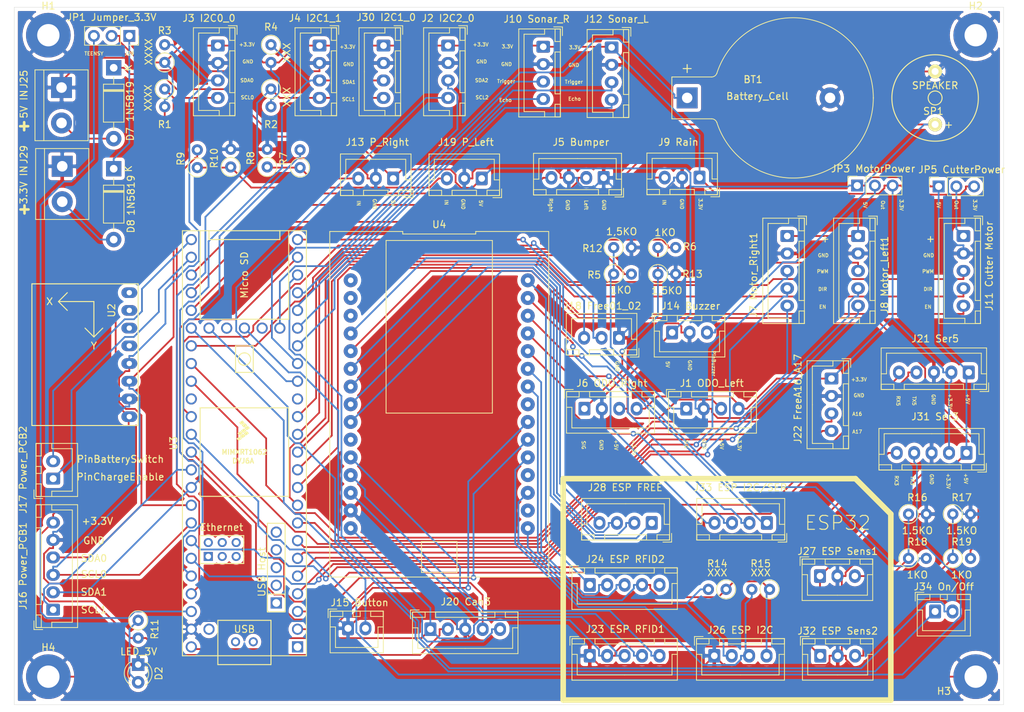
<source format=kicad_pcb>
(kicad_pcb (version 20171130) (host pcbnew "(5.1.9)-1")
  (layers (0 F.Cu signal) (31 B.Cu signal) (34 B.Paste user) (35 F.Paste user) (36 B.SilkS user) (37 F.SilkS user) (38 B.Mask user) (39 F.Mask user) (44 Edge.Cuts user))
  (net 0 "")
  (net 1 SCL1)
  (net 2 SDA1)
  (net 3 GND)
  (net 4 pinMotorRightPWM)
  (net 5 pinMotorRightDir)
  (net 6 pinMotorLeftPWM)
  (net 7 pinMotorLeftDir)
  (net 8 pinMotorMowPWM)
  (net 9 pinMotorMowDir)
  (net 10 pinMotorMowEnable)
  (net 11 pinBumperLeft)
  (net 12 pinBumperRight)
  (net 13 pinBuzzer)
  (net 14 pinButton)
  (net 15 pinRain)
  (net 16 pinPerimeterLeft)
  (net 17 pinPerimeterRight)
  (net 18 pinBatterySwitch)
  (net 19 SCL0)
  (net 20 SDA0)
  (net 21 +5V)
  (net 22 +3V3)
  (net 23 "Net-(D2-Pad2)")
  (net 24 "Net-(J13-Pad3)")
  (net 25 "Net-(J19-Pad3)")
  (net 26 "Net-(D7-Pad2)")
  (net 27 "Net-(D8-Pad2)")
  (net 28 RX3)
  (net 29 TX3)
  (net 30 pinMotorLeftEnable)
  (net 31 pinChargeEnable)
  (net 32 SCL2)
  (net 33 SDA2)
  (net 34 pinMotorRightEnable)
  (net 35 pinOdometryRight)
  (net 36 pinOdometryLeft)
  (net 37 "Net-(D8-Pad1)")
  (net 38 "Net-(JP1-Pad3)")
  (net 39 "Net-(J1-Pad1)")
  (net 40 "Net-(J6-Pad1)")
  (net 41 "Net-(J7-Pad1)")
  (net 42 "Net-(J11-Pad1)")
  (net 43 RX1)
  (net 44 TX1)
  (net 45 "Net-(BT1-Pad1)")
  (net 46 pinSonarRightEcho)
  (net 47 pinSonarRightTrigger)
  (net 48 pinSonarLeftEcho)
  (net 49 pinSonarLeftTrigger)
  (net 50 CRX3)
  (net 51 CTX3)
  (net 52 RX5)
  (net 53 TX5)
  (net 54 Free01)
  (net 55 FreeA17)
  (net 56 FreeA16)
  (net 57 Free02)
  (net 58 "Net-(J23-Pad5)")
  (net 59 "Net-(J23-Pad4)")
  (net 60 "Net-(J23-Pad3)")
  (net 61 "Net-(J24-Pad4)")
  (net 62 "Net-(J24-Pad3)")
  (net 63 "Net-(J24-Pad2)")
  (net 64 "Net-(J24-Pad1)")
  (net 65 "Net-(J26-Pad3)")
  (net 66 "Net-(J26-Pad2)")
  (net 67 "Net-(J27-Pad3)")
  (net 68 "Net-(J28-Pad4)")
  (net 69 "Net-(J28-Pad3)")
  (net 70 "Net-(J28-Pad2)")
  (net 71 "Net-(J28-Pad1)")
  (net 72 "Net-(J32-Pad3)")
  (net 73 "Net-(J33-Pad4)")
  (net 74 "Net-(J33-Pad3)")
  (net 75 "Net-(J33-Pad2)")
  (net 76 "Net-(J33-Pad1)")
  (net 77 "Net-(R18-Pad2)")
  (net 78 "Net-(R19-Pad2)")
  (net 79 "Net-(J34-Pad2)")
  (net 80 "Net-(J34-Pad1)")
  (module Battery:BatteryHolder_Keystone_103_1x20mm (layer F.Cu) (at 134.62 46.99)
    (fp_text reference BT1 (at 9.4488 -2.6416) (layer F.SilkS))
    (fp_text value Battery_Cell (at 10.0838 -0.2286) (layer F.SilkS))
    (fp_text user + (at 0 -4.318) (layer F.SilkS) (effects (font (size 1.5 1.5))))
    (pad 1 thru_hole rect (at 0 0) (size 3 3) (drill 1.5) (layers *.Cu *.Mask) (net 45 "Net-(BT1-Pad1)"))
    (pad 2 thru_hole circle (at 20.49 0) (size 3 3) (drill 1.5) (layers *.Cu *.Mask) (net 3 GND))
  )
  (module Connector_JST:JST_XH_B2B-XH-A_1x02_P2.50mm_Vertical (layer F.Cu) (at 170.18 120.65)
    (fp_text reference "J34 On/Off" (at 1.25 -3.55) (layer F.SilkS))
    (fp_text value "Teensy On/Off")
    (pad 2 thru_hole oval (at 2.5 0) (size 1.7 2) (drill 1) (layers *.Cu *.Mask) (net 79 "Net-(J34-Pad2)"))
    (pad 1 thru_hole roundrect (at 0 0) (size 1.7 2) (drill 1) (layers *.Cu *.Mask) (roundrect_rratio 0.1470588235294118) (net 80 "Net-(J34-Pad1)"))
  )
  (module Resistor_THT:R_Axial_DIN0207_L6.3mm_D2.5mm_P2.54mm_Vertical (layer F.Cu) (at 172.72 113.03)
    (fp_text reference R19 (at 1.27 -2.37) (layer F.SilkS))
    (fp_text value 1KO (at 1.27 2.37) (layer F.SilkS))
    (pad 2 thru_hole oval (at 2.54 0) (size 1.6 1.6) (drill 0.8) (layers *.Cu *.Mask) (net 78 "Net-(R19-Pad2)"))
    (pad 1 thru_hole circle (at 0 0) (size 1.6 1.6) (drill 0.8) (layers *.Cu *.Mask) (net 72 "Net-(J32-Pad3)"))
  )
  (module Resistor_THT:R_Axial_DIN0207_L6.3mm_D2.5mm_P2.54mm_Vertical (layer F.Cu) (at 166.37 113.03)
    (fp_text reference R18 (at 1.27 -2.37) (layer F.SilkS))
    (fp_text value 1KO (at 1.27 2.37) (layer F.SilkS))
    (pad 2 thru_hole oval (at 2.54 0) (size 1.6 1.6) (drill 0.8) (layers *.Cu *.Mask) (net 77 "Net-(R18-Pad2)"))
    (pad 1 thru_hole circle (at 0 0) (size 1.6 1.6) (drill 0.8) (layers *.Cu *.Mask) (net 67 "Net-(J27-Pad3)"))
  )
  (module Resistor_THT:R_Axial_DIN0207_L6.3mm_D2.5mm_P2.54mm_Vertical (layer F.Cu) (at 172.72 106.68)
    (fp_text reference R17 (at 1.27 -2.37) (layer F.SilkS))
    (fp_text value 1.5KO (at 1.27 2.37) (layer F.SilkS))
    (pad 2 thru_hole oval (at 2.54 0) (size 1.6 1.6) (drill 0.8) (layers *.Cu *.Mask) (net 3 GND))
    (pad 1 thru_hole circle (at 0 0) (size 1.6 1.6) (drill 0.8) (layers *.Cu *.Mask) (net 72 "Net-(J32-Pad3)"))
  )
  (module Resistor_THT:R_Axial_DIN0207_L6.3mm_D2.5mm_P2.54mm_Vertical (layer F.Cu) (at 166.37 106.68)
    (fp_text reference R16 (at 1.27 -2.37) (layer F.SilkS))
    (fp_text value 1.5KO (at 1.27 2.37) (layer F.SilkS))
    (pad 2 thru_hole oval (at 2.54 0) (size 1.6 1.6) (drill 0.8) (layers *.Cu *.Mask) (net 3 GND))
    (pad 1 thru_hole circle (at 0 0) (size 1.6 1.6) (drill 0.8) (layers *.Cu *.Mask) (net 67 "Net-(J27-Pad3)"))
  )
  (module Connector_JST:JST_XH_B4B-XH-A_1x04_P2.50mm_Vertical (layer F.Cu) (at 146.05 107.95 180)
    (fp_text reference "J33 ESP I2C/SER" (at 3.81 5.08) (layer F.SilkS))
    (fp_text value "ESP32 I2C/SER")
    (pad 4 thru_hole oval (at 7.5 0 180) (size 1.7 1.95) (drill 0.95) (layers *.Cu *.Mask) (net 73 "Net-(J33-Pad4)"))
    (pad 3 thru_hole oval (at 5 0 180) (size 1.7 1.95) (drill 0.95) (layers *.Cu *.Mask) (net 74 "Net-(J33-Pad3)"))
    (pad 2 thru_hole oval (at 2.5 0 180) (size 1.7 1.95) (drill 0.95) (layers *.Cu *.Mask) (net 75 "Net-(J33-Pad2)"))
    (pad 1 thru_hole roundrect (at 0 0 180) (size 1.7 1.95) (drill 0.95) (layers *.Cu *.Mask) (roundrect_rratio 0.1470588235294118) (net 76 "Net-(J33-Pad1)"))
  )
  (module Connector_JST:JST_XH_B3B-XH-A_1x03_P2.50mm_Vertical (layer F.Cu) (at 153.71 127)
    (fp_text reference "J32 ESP Sens2" (at 2.5 -3.55) (layer F.SilkS))
    (fp_text value "ESP32 Sens2")
    (pad 3 thru_hole oval (at 5 0) (size 1.7 1.95) (drill 0.95) (layers *.Cu *.Mask) (net 72 "Net-(J32-Pad3)"))
    (pad 2 thru_hole oval (at 2.5 0) (size 1.7 1.95) (drill 0.95) (layers *.Cu *.Mask) (net 3 GND))
    (pad 1 thru_hole roundrect (at 0 0) (size 1.7 1.95) (drill 0.95) (layers *.Cu *.Mask) (roundrect_rratio 0.1470588235294118) (net 21 +5V))
  )
  (module Connector_JST:JST_XH_B4B-XH-A_1x04_P2.50mm_Vertical (layer F.Cu) (at 129.54 107.95 180)
    (fp_text reference "J28 ESP FREE" (at 3.81 5.08) (layer F.SilkS))
    (fp_text value "ESP32 FREE")
    (pad 4 thru_hole oval (at 7.5 0 180) (size 1.7 1.95) (drill 0.95) (layers *.Cu *.Mask) (net 68 "Net-(J28-Pad4)"))
    (pad 3 thru_hole oval (at 5 0 180) (size 1.7 1.95) (drill 0.95) (layers *.Cu *.Mask) (net 69 "Net-(J28-Pad3)"))
    (pad 2 thru_hole oval (at 2.5 0 180) (size 1.7 1.95) (drill 0.95) (layers *.Cu *.Mask) (net 70 "Net-(J28-Pad2)"))
    (pad 1 thru_hole roundrect (at 0 0 180) (size 1.7 1.95) (drill 0.95) (layers *.Cu *.Mask) (roundrect_rratio 0.1470588235294118) (net 71 "Net-(J28-Pad1)"))
  )
  (module Connector_JST:JST_XH_B3B-XH-A_1x03_P2.50mm_Vertical (layer F.Cu) (at 153.67 115.57)
    (fp_text reference "J27 ESP Sens1" (at 2.54 -3.55) (layer F.SilkS))
    (fp_text value "ESP32 Sens1")
    (pad 3 thru_hole oval (at 5 0) (size 1.7 1.95) (drill 0.95) (layers *.Cu *.Mask) (net 67 "Net-(J27-Pad3)"))
    (pad 2 thru_hole oval (at 2.5 0) (size 1.7 1.95) (drill 0.95) (layers *.Cu *.Mask) (net 3 GND))
    (pad 1 thru_hole roundrect (at 0 0) (size 1.7 1.95) (drill 0.95) (layers *.Cu *.Mask) (roundrect_rratio 0.1470588235294118) (net 21 +5V))
  )
  (module teensy_library-master:ESP32-DEVKIT-V1 (layer F.Cu) (at 99.06 90.932 270)
    (fp_text reference U4 (at -25.78 0) (layer F.SilkS))
    (fp_text value ESP32-DEVKIT-V1)
    (pad 15 thru_hole circle (at 17.78 12.7 270) (size 2 2) (drill 0.8) (layers *.Cu *.Mask) (net 21 +5V))
    (pad 16 thru_hole circle (at 17.78 -12.7 270) (size 2 2) (drill 0.8) (layers *.Cu *.Mask) (net 61 "Net-(J24-Pad4)"))
    (pad 14 thru_hole circle (at 15.24 12.7 270) (size 2 2) (drill 0.8) (layers *.Cu *.Mask) (net 3 GND))
    (pad 17 thru_hole circle (at 15.24 -12.7 270) (size 2 2) (drill 0.8) (layers *.Cu *.Mask))
    (pad 13 thru_hole circle (at 12.7 12.7 270) (size 2 2) (drill 0.8) (layers *.Cu *.Mask) (net 60 "Net-(J23-Pad3)"))
    (pad 18 thru_hole circle (at 12.7 -12.7 270) (size 2 2) (drill 0.8) (layers *.Cu *.Mask) (net 66 "Net-(J26-Pad2)"))
    (pad 12 thru_hole circle (at 10.16 12.7 270) (size 2 2) (drill 0.8) (layers *.Cu *.Mask) (net 59 "Net-(J23-Pad4)"))
    (pad 19 thru_hole circle (at 10.16 -12.7 270) (size 2 2) (drill 0.8) (layers *.Cu *.Mask))
    (pad 11 thru_hole circle (at 7.62 12.7 270) (size 2 2) (drill 0.8) (layers *.Cu *.Mask) (net 58 "Net-(J23-Pad5)"))
    (pad 20 thru_hole circle (at 7.62 -12.7 270) (size 2 2) (drill 0.8) (layers *.Cu *.Mask) (net 65 "Net-(J26-Pad3)"))
    (pad 10 thru_hole circle (at 5.08 12.7 270) (size 2 2) (drill 0.8) (layers *.Cu *.Mask))
    (pad 21 thru_hole circle (at 5.08 -12.7 270) (size 2 2) (drill 0.8) (layers *.Cu *.Mask) (net 44 TX1))
    (pad 9 thru_hole circle (at 2.54 12.7 270) (size 2 2) (drill 0.8) (layers *.Cu *.Mask) (net 71 "Net-(J28-Pad1)"))
    (pad 22 thru_hole circle (at 2.54 -12.7 270) (size 2 2) (drill 0.8) (layers *.Cu *.Mask) (net 43 RX1))
    (pad 8 thru_hole circle (at 0 12.7 270) (size 2 2) (drill 0.8) (layers *.Cu *.Mask) (net 70 "Net-(J28-Pad2)"))
    (pad 23 thru_hole circle (at 0 -12.7 270) (size 2 2) (drill 0.8) (layers *.Cu *.Mask))
    (pad 7 thru_hole circle (at -2.54 12.7 270) (size 2 2) (drill 0.8) (layers *.Cu *.Mask) (net 69 "Net-(J28-Pad3)"))
    (pad 24 thru_hole circle (at -2.54 -12.7 270) (size 2 2) (drill 0.8) (layers *.Cu *.Mask) (net 62 "Net-(J24-Pad3)"))
    (pad 6 thru_hole circle (at -5.08 12.7 270) (size 2 2) (drill 0.8) (layers *.Cu *.Mask) (net 68 "Net-(J28-Pad4)"))
    (pad 25 thru_hole circle (at -5.08 -12.7 270) (size 2 2) (drill 0.8) (layers *.Cu *.Mask) (net 63 "Net-(J24-Pad2)"))
    (pad 5 thru_hole circle (at -7.62 12.7 270) (size 2 2) (drill 0.8) (layers *.Cu *.Mask) (net 78 "Net-(R19-Pad2)"))
    (pad 26 thru_hole circle (at -7.62 -12.7 270) (size 2 2) (drill 0.8) (layers *.Cu *.Mask) (net 74 "Net-(J33-Pad3)"))
    (pad 4 thru_hole circle (at -10.16 12.7 270) (size 2 2) (drill 0.8) (layers *.Cu *.Mask) (net 77 "Net-(R18-Pad2)"))
    (pad 27 thru_hole circle (at -10.16 -12.7 270) (size 2 2) (drill 0.8) (layers *.Cu *.Mask) (net 75 "Net-(J33-Pad2)"))
    (pad 3 thru_hole circle (at -12.7 12.7 270) (size 2 2) (drill 0.8) (layers *.Cu *.Mask))
    (pad 28 thru_hole circle (at -12.7 -12.7 270) (size 2 2) (drill 0.8) (layers *.Cu *.Mask) (net 76 "Net-(J33-Pad1)"))
    (pad 2 thru_hole circle (at -15.24 12.7 270) (size 2 2) (drill 0.8) (layers *.Cu *.Mask))
    (pad 29 thru_hole circle (at -15.24 -12.7 270) (size 2 2) (drill 0.8) (layers *.Cu *.Mask) (net 73 "Net-(J33-Pad4)"))
    (pad 1 thru_hole circle (at -17.78 12.7 270) (size 2 2) (drill 0.8) (layers *.Cu *.Mask))
    (pad 30 thru_hole circle (at -17.78 -12.7 270) (size 2 2) (drill 0.8) (layers *.Cu *.Mask) (net 64 "Net-(J24-Pad1)"))
  )
  (module Resistor_THT:R_Axial_DIN0207_L6.3mm_D2.5mm_P2.54mm_Vertical (layer F.Cu) (at 146.431 117.475 180)
    (fp_text reference R15 (at 1.27 3.683) (layer F.SilkS))
    (fp_text value XXX (at 1.27 2.37) (layer F.SilkS))
    (pad 2 thru_hole oval (at 2.54 0 180) (size 1.6 1.6) (drill 0.8) (layers *.Cu *.Mask) (net 65 "Net-(J26-Pad3)"))
    (pad 1 thru_hole circle (at 0 0 180) (size 1.6 1.6) (drill 0.8) (layers *.Cu *.Mask) (net 61 "Net-(J24-Pad4)"))
  )
  (module Resistor_THT:R_Axial_DIN0207_L6.3mm_D2.5mm_P2.54mm_Vertical (layer F.Cu) (at 140.208 117.475 180)
    (fp_text reference R14 (at 1.27 3.683) (layer F.SilkS))
    (fp_text value XXX (at 1.27 2.37) (layer F.SilkS))
    (pad 2 thru_hole oval (at 2.54 0 180) (size 1.6 1.6) (drill 0.8) (layers *.Cu *.Mask) (net 66 "Net-(J26-Pad2)"))
    (pad 1 thru_hole circle (at 0 0 180) (size 1.6 1.6) (drill 0.8) (layers *.Cu *.Mask) (net 61 "Net-(J24-Pad4)"))
  )
  (module Connector_JST:JST_XH_B4B-XH-A_1x04_P2.50mm_Vertical (layer F.Cu) (at 138.51 127)
    (fp_text reference "J26 ESP I2C" (at 3.73 -3.683) (layer F.SilkS))
    (fp_text value "ESP32 I2C")
    (pad 4 thru_hole oval (at 7.5 0) (size 1.7 1.95) (drill 0.95) (layers *.Cu *.Mask) (net 61 "Net-(J24-Pad4)"))
    (pad 3 thru_hole oval (at 5 0) (size 1.7 1.95) (drill 0.95) (layers *.Cu *.Mask) (net 65 "Net-(J26-Pad3)"))
    (pad 2 thru_hole oval (at 2.5 0) (size 1.7 1.95) (drill 0.95) (layers *.Cu *.Mask) (net 66 "Net-(J26-Pad2)"))
    (pad 1 thru_hole roundrect (at 0 0) (size 1.7 1.95) (drill 0.95) (layers *.Cu *.Mask) (roundrect_rratio 0.1470588235294118) (net 3 GND))
  )
  (module Connector_JST:JST_XH_B5B-XH-A_1x05_P2.50mm_Vertical (layer F.Cu) (at 120.65 116.84)
    (fp_text reference "J24 ESP RFID2" (at 5.08 -3.683) (layer F.SilkS))
    (fp_text value "ESP RFID2")
    (pad 5 thru_hole oval (at 10 0) (size 1.7 1.95) (drill 0.95) (layers *.Cu *.Mask))
    (pad 4 thru_hole oval (at 7.5 0) (size 1.7 1.95) (drill 0.95) (layers *.Cu *.Mask) (net 61 "Net-(J24-Pad4)"))
    (pad 3 thru_hole oval (at 5 0) (size 1.7 1.95) (drill 0.95) (layers *.Cu *.Mask) (net 62 "Net-(J24-Pad3)"))
    (pad 2 thru_hole oval (at 2.5 0) (size 1.7 1.95) (drill 0.95) (layers *.Cu *.Mask) (net 63 "Net-(J24-Pad2)"))
    (pad 1 thru_hole roundrect (at 0 0) (size 1.7 1.95) (drill 0.95) (layers *.Cu *.Mask) (roundrect_rratio 0.1470588235294118) (net 64 "Net-(J24-Pad1)"))
  )
  (module Connector_JST:JST_XH_B5B-XH-A_1x05_P2.50mm_Vertical (layer F.Cu) (at 120.65 127)
    (fp_text reference "J23 ESP RFID1" (at 5.08 -3.81) (layer F.SilkS))
    (fp_text value "ESP RFID1")
    (pad 5 thru_hole oval (at 10 0) (size 1.7 1.95) (drill 0.95) (layers *.Cu *.Mask) (net 58 "Net-(J23-Pad5)"))
    (pad 4 thru_hole oval (at 7.5 0) (size 1.7 1.95) (drill 0.95) (layers *.Cu *.Mask) (net 59 "Net-(J23-Pad4)"))
    (pad 3 thru_hole oval (at 5 0) (size 1.7 1.95) (drill 0.95) (layers *.Cu *.Mask) (net 60 "Net-(J23-Pad3)"))
    (pad 2 thru_hole oval (at 2.5 0) (size 1.7 1.95) (drill 0.95) (layers *.Cu *.Mask) (net 21 +5V))
    (pad 1 thru_hole roundrect (at 0 0) (size 1.7 1.95) (drill 0.95) (layers *.Cu *.Mask) (roundrect_rratio 0.1470588235294118) (net 3 GND))
  )
  (module Connector_JST:JST_XH_B4B-XH-A_1x04_P2.50mm_Vertical (layer F.Cu) (at 155.321 87.249 270)
    (fp_text reference "J22 FreeA16_A17" (at 2.921 4.826 90) (layer F.SilkS))
    (fp_text value FreeA16_A17)
    (pad 4 thru_hole oval (at 7.5 0 270) (size 1.7 1.95) (drill 0.95) (layers *.Cu *.Mask) (net 55 FreeA17))
    (pad 3 thru_hole oval (at 5 0 270) (size 1.7 1.95) (drill 0.95) (layers *.Cu *.Mask) (net 56 FreeA16))
    (pad 2 thru_hole oval (at 2.5 0 270) (size 1.7 1.95) (drill 0.95) (layers *.Cu *.Mask) (net 3 GND))
    (pad 1 thru_hole roundrect (at 0 0 270) (size 1.7 1.95) (drill 0.95) (layers *.Cu *.Mask) (roundrect_rratio 0.1470588235294118) (net 22 +3V3))
  )
  (module Connector_JST:JST_XH_B3B-XH-A_1x03_P2.50mm_Vertical (layer F.Cu) (at 124.841 81.407 180)
    (fp_text reference "J18 Free01_02" (at 2.413 4.572) (layer F.SilkS))
    (fp_text value Free01_02)
    (pad 3 thru_hole oval (at 5 0 180) (size 1.7 1.95) (drill 0.95) (layers *.Cu *.Mask) (net 57 Free02))
    (pad 2 thru_hole oval (at 2.5 0 180) (size 1.7 1.95) (drill 0.95) (layers *.Cu *.Mask) (net 54 Free01))
    (pad 1 thru_hole roundrect (at 0 0 180) (size 1.7 1.95) (drill 0.95) (layers *.Cu *.Mask) (roundrect_rratio 0.1470588235294118) (net 3 GND))
  )
  (module Connector_JST:JST_XH_B5B-XH-A_1x05_P2.50mm_Vertical (layer F.Cu) (at 175.006 86.36 180)
    (fp_text reference "J21 Ser5" (at 4.826 4.826) (layer F.SilkS))
    (fp_text value Ser5)
    (pad 5 thru_hole oval (at 10 0 180) (size 1.7 1.95) (drill 0.95) (layers *.Cu *.Mask) (net 52 RX5))
    (pad 4 thru_hole oval (at 7.5 0 180) (size 1.7 1.95) (drill 0.95) (layers *.Cu *.Mask) (net 53 TX5))
    (pad 3 thru_hole oval (at 5 0 180) (size 1.7 1.95) (drill 0.95) (layers *.Cu *.Mask) (net 3 GND))
    (pad 2 thru_hole oval (at 2.5 0 180) (size 1.7 1.95) (drill 0.95) (layers *.Cu *.Mask) (net 22 +3V3))
    (pad 1 thru_hole roundrect (at 0 0 180) (size 1.7 1.95) (drill 0.95) (layers *.Cu *.Mask) (roundrect_rratio 0.1470588235294118) (net 21 +5V))
  )
  (module Connector_JST:JST_XH_B5B-XH-A_1x05_P2.50mm_Vertical (layer F.Cu) (at 97.79 123.19)
    (fp_text reference "J20 Can3" (at 5.08 -3.937) (layer F.SilkS))
    (fp_text value Can3)
    (pad 5 thru_hole oval (at 10 0) (size 1.7 1.95) (drill 0.95) (layers *.Cu *.Mask) (net 50 CRX3))
    (pad 4 thru_hole oval (at 7.5 0) (size 1.7 1.95) (drill 0.95) (layers *.Cu *.Mask) (net 51 CTX3))
    (pad 3 thru_hole oval (at 5 0) (size 1.7 1.95) (drill 0.95) (layers *.Cu *.Mask) (net 3 GND))
    (pad 2 thru_hole oval (at 2.5 0) (size 1.7 1.95) (drill 0.95) (layers *.Cu *.Mask) (net 22 +3V3))
    (pad 1 thru_hole roundrect (at 0 0) (size 1.7 1.95) (drill 0.95) (layers *.Cu *.Mask) (roundrect_rratio 0.1470588235294118) (net 21 +5V))
  )
  (module Connector_JST:JST_XH_B2B-XH-A_1x02_P2.50mm_Vertical (layer F.Cu) (at 43.688 101.6 90)
    (fp_text reference "J17 Power_PCB2" (at 1.27 -4.318 90) (layer F.SilkS))
    (fp_text value Power_PCB2)
    (pad 2 thru_hole oval (at 2.5 0 90) (size 1.7 2) (drill 1) (layers *.Cu *.Mask) (net 18 pinBatterySwitch))
    (pad 1 thru_hole roundrect (at 0 0 90) (size 1.7 2) (drill 1) (layers *.Cu *.Mask) (roundrect_rratio 0.1470588235294118) (net 31 pinChargeEnable))
  )
  (module Connector_JST:JST_XH_B6B-XH-A_1x06_P2.50mm_Vertical (layer F.Cu) (at 43.688 120.396 90)
    (fp_text reference "J16 Power_PCB1" (at 6.25 -4.318 90) (layer F.SilkS))
    (fp_text value Power_PCB1)
    (pad 6 thru_hole oval (at 12.5 0 90) (size 1.7 1.95) (drill 0.95) (layers *.Cu *.Mask) (net 22 +3V3))
    (pad 5 thru_hole oval (at 10 0 90) (size 1.7 1.95) (drill 0.95) (layers *.Cu *.Mask) (net 3 GND))
    (pad 4 thru_hole oval (at 7.5 0 90) (size 1.7 1.95) (drill 0.95) (layers *.Cu *.Mask) (net 20 SDA0))
    (pad 3 thru_hole oval (at 5 0 90) (size 1.7 1.95) (drill 0.95) (layers *.Cu *.Mask) (net 19 SCL0))
    (pad 2 thru_hole oval (at 2.5 0 90) (size 1.7 1.95) (drill 0.95) (layers *.Cu *.Mask) (net 2 SDA1))
    (pad 1 thru_hole roundrect (at 0 0 90) (size 1.7 1.95) (drill 0.95) (layers *.Cu *.Mask) (roundrect_rratio 0.1470588235294118) (net 1 SCL1))
  )
  (module Connector_JST:JST_XH_B4B-XH-A_1x04_P2.50mm_Vertical (layer F.Cu) (at 67.31 39.49 270)
    (fp_text reference "J3 I2C0_0" (at -3.93 1.27 180) (layer F.SilkS))
    (fp_text value I2C0_0)
    (pad 4 thru_hole oval (at 7.5 0 270) (size 1.7 1.95) (drill 0.95) (layers *.Cu *.Mask) (net 19 SCL0))
    (pad 3 thru_hole oval (at 5 0 270) (size 1.7 1.95) (drill 0.95) (layers *.Cu *.Mask) (net 20 SDA0))
    (pad 2 thru_hole oval (at 2.5 0 270) (size 1.7 1.95) (drill 0.95) (layers *.Cu *.Mask) (net 3 GND))
    (pad 1 thru_hole roundrect (at 0 0 270) (size 1.7 1.95) (drill 0.95) (layers *.Cu *.Mask) (roundrect_rratio 0.1470588235294118) (net 22 +3V3))
  )
  (module teensy_library-master:GY-521 (layer F.Cu) (at 55.88 93.98 90)
    (fp_text reference U2 (at 16.51 -3.81 90) (layer F.SilkS))
    (fp_text value GY-521)
    (fp_text user Y (at 11.43 -6.35) (layer F.SilkS))
    (fp_text user X (at 17.78 -12.7) (layer F.SilkS))
    (pad 1 thru_hole oval (at 1.27 -1.27 90) (size 1.524 2.268) (drill 0.762) (layers *.Cu *.Mask) (net 22 +3V3))
    (pad 2 thru_hole oval (at 3.81 -1.27 90) (size 1.524 2.268) (drill 0.762) (layers *.Cu *.Mask) (net 3 GND))
    (pad 3 thru_hole oval (at 6.35 -1.27 90) (size 1.524 2.268) (drill 0.762) (layers *.Cu *.Mask) (net 19 SCL0))
    (pad 4 thru_hole oval (at 8.89 -1.27 90) (size 1.524 2.268) (drill 0.762) (layers *.Cu *.Mask) (net 20 SDA0))
    (pad 5 thru_hole oval (at 11.43 -1.27 90) (size 1.524 2.268) (drill 0.762) (layers *.Cu *.Mask))
    (pad 6 thru_hole oval (at 13.97 -1.27 90) (size 1.524 2.268) (drill 0.762) (layers *.Cu *.Mask))
    (pad 7 thru_hole oval (at 16.51 -1.27 90) (size 1.524 2.268) (drill 0.762) (layers *.Cu *.Mask))
    (pad 8 thru_hole oval (at 19.05 -1.27 90) (size 1.524 2.268) (drill 0.762) (layers *.Cu *.Mask))
  )
  (module Resistor_THT:R_Axial_DIN0207_L6.3mm_D2.5mm_P2.54mm_Vertical (layer F.Cu) (at 59.69 41.91 90)
    (fp_text reference R3 (at 4.572 0 180) (layer F.SilkS))
    (fp_text value XXXX (at 1.524 -2.286 90) (layer F.SilkS))
    (pad 2 thru_hole oval (at 2.54 0 90) (size 1.6 1.6) (drill 0.8) (layers *.Cu *.Mask) (net 20 SDA0))
    (pad 1 thru_hole circle (at 0 0 90) (size 1.6 1.6) (drill 0.8) (layers *.Cu *.Mask) (net 22 +3V3))
  )
  (module Resistor_THT:R_Axial_DIN0207_L6.3mm_D2.5mm_P2.54mm_Vertical (layer F.Cu) (at 59.69 45.72 270)
    (fp_text reference R1 (at 5.08 0 180) (layer F.SilkS))
    (fp_text value XXXX (at 1.27 2.37 90) (layer F.SilkS))
    (pad 2 thru_hole oval (at 2.54 0 270) (size 1.6 1.6) (drill 0.8) (layers *.Cu *.Mask) (net 22 +3V3))
    (pad 1 thru_hole circle (at 0 0 270) (size 1.6 1.6) (drill 0.8) (layers *.Cu *.Mask) (net 19 SCL0))
  )
  (module MountingHole:MountingHole_3.2mm_M3_Pad_TopBottom (layer F.Cu) (at 43 130)
    (fp_text reference H4 (at 0 -4.2) (layer F.SilkS))
    (fp_text value MountingHole_Pad)
    (pad 1 connect circle (at 0 0) (size 6.4 6.4) (layers B.Cu B.Mask) (net 3 GND))
    (pad 1 connect circle (at 0 0) (size 6.4 6.4) (layers F.Cu F.Mask) (net 3 GND))
    (pad 1 thru_hole circle (at 0 0) (size 3.6 3.6) (drill 3.2) (layers *.Cu *.Mask) (net 3 GND))
  )
  (module MountingHole:MountingHole_3.2mm_M3_Pad_TopBottom (layer F.Cu) (at 176 130)
    (fp_text reference H3 (at -4.55 2.08) (layer F.SilkS))
    (fp_text value MountingHole_Pad)
    (pad 1 connect circle (at 0 0) (size 6.4 6.4) (layers B.Cu B.Mask) (net 3 GND))
    (pad 1 connect circle (at 0 0) (size 6.4 6.4) (layers F.Cu F.Mask) (net 3 GND))
    (pad 1 thru_hole circle (at 0 0) (size 3.6 3.6) (drill 3.2) (layers *.Cu *.Mask) (net 3 GND))
  )
  (module MountingHole:MountingHole_3.2mm_M3_Pad_TopBottom (layer F.Cu) (at 176 38)
    (fp_text reference H2 (at 0 -4.2) (layer F.SilkS))
    (fp_text value MountingHole_Pad)
    (pad 1 connect circle (at 0 0) (size 6.4 6.4) (layers B.Cu B.Mask) (net 3 GND))
    (pad 1 connect circle (at 0 0) (size 6.4 6.4) (layers F.Cu F.Mask) (net 3 GND))
    (pad 1 thru_hole circle (at 0 0) (size 3.6 3.6) (drill 3.2) (layers *.Cu *.Mask) (net 3 GND))
  )
  (module MountingHole:MountingHole_3.2mm_M3_Pad_TopBottom (layer F.Cu) (at 43 38)
    (fp_text reference H1 (at 0 -4.2) (layer F.SilkS))
    (fp_text value MountingHole_Pad)
    (pad 1 connect circle (at 0 0) (size 6.4 6.4) (layers B.Cu B.Mask) (net 3 GND))
    (pad 1 connect circle (at 0 0) (size 6.4 6.4) (layers F.Cu F.Mask) (net 3 GND))
    (pad 1 thru_hole circle (at 0 0) (size 3.6 3.6) (drill 3.2) (layers *.Cu *.Mask) (net 3 GND))
  )
  (module Resistor_THT:R_Axial_DIN0207_L6.3mm_D2.5mm_P2.54mm_Vertical (layer F.Cu) (at 130.429 72.263)
    (fp_text reference R13 (at 4.953 0) (layer F.SilkS))
    (fp_text value 1,5KO (at 1.27 2.37) (layer F.SilkS))
    (pad 2 thru_hole oval (at 2.54 0) (size 1.6 1.6) (drill 0.8) (layers *.Cu *.Mask) (net 3 GND))
    (pad 1 thru_hole circle (at 0 0) (size 1.6 1.6) (drill 0.8) (layers *.Cu *.Mask) (net 40 "Net-(J6-Pad1)"))
  )
  (module Resistor_THT:R_Axial_DIN0207_L6.3mm_D2.5mm_P2.54mm_Vertical (layer F.Cu) (at 124.079 68.453)
    (fp_text reference R12 (at -3.048 0.127) (layer F.SilkS))
    (fp_text value 1,5KO (at 1.143 -2.286) (layer F.SilkS))
    (pad 2 thru_hole oval (at 2.54 0) (size 1.6 1.6) (drill 0.8) (layers *.Cu *.Mask) (net 3 GND))
    (pad 1 thru_hole circle (at 0 0) (size 1.6 1.6) (drill 0.8) (layers *.Cu *.Mask) (net 39 "Net-(J1-Pad1)"))
  )
  (module Resistor_THT:R_Axial_DIN0207_L6.3mm_D2.5mm_P2.54mm_Vertical (layer F.Cu) (at 130.429 68.453)
    (fp_text reference R6 (at 4.572 -0.127) (layer F.SilkS))
    (fp_text value 1KO (at 1.016 -2.159) (layer F.SilkS))
    (pad 2 thru_hole oval (at 2.54 0) (size 1.6 1.6) (drill 0.8) (layers *.Cu *.Mask) (net 36 pinOdometryLeft))
    (pad 1 thru_hole circle (at 0 0) (size 1.6 1.6) (drill 0.8) (layers *.Cu *.Mask) (net 40 "Net-(J6-Pad1)"))
  )
  (module Resistor_THT:R_Axial_DIN0207_L6.3mm_D2.5mm_P2.54mm_Vertical (layer F.Cu) (at 124.079 72.263)
    (fp_text reference R5 (at -2.794 0.127) (layer F.SilkS))
    (fp_text value 1KO (at 1.016 2.286) (layer F.SilkS))
    (pad 2 thru_hole oval (at 2.54 0) (size 1.6 1.6) (drill 0.8) (layers *.Cu *.Mask) (net 35 pinOdometryRight))
    (pad 1 thru_hole circle (at 0 0) (size 1.6 1.6) (drill 0.8) (layers *.Cu *.Mask) (net 39 "Net-(J1-Pad1)"))
  )
  (module Connector_PinSocket_2.54mm:PinSocket_1x03_P2.54mm_Vertical (layer F.Cu) (at 170.688 59.69 90)
    (fp_text reference "JP5 CutterPower" (at 2.413 3.302 180) (layer F.SilkS))
    (fp_text value CutterPower)
    (pad 3 thru_hole oval (at 0 5.08 90) (size 1.7 1.7) (drill 1) (layers *.Cu *.Mask) (net 22 +3V3))
    (pad 2 thru_hole oval (at 0 2.54 90) (size 1.7 1.7) (drill 1) (layers *.Cu *.Mask) (net 42 "Net-(J11-Pad1)"))
    (pad 1 thru_hole rect (at 0 0 90) (size 1.7 1.7) (drill 1) (layers *.Cu *.Mask) (net 21 +5V))
  )
  (module Connector_PinSocket_2.54mm:PinSocket_1x03_P2.54mm_Vertical (layer F.Cu) (at 159.004 59.563 90)
    (fp_text reference "JP3 MotorPower" (at 2.413 2.286 180) (layer F.SilkS))
    (fp_text value MotorPower)
    (pad 3 thru_hole oval (at 0 5.08 90) (size 1.7 1.7) (drill 1) (layers *.Cu *.Mask) (net 22 +3V3))
    (pad 2 thru_hole oval (at 0 2.54 90) (size 1.7 1.7) (drill 1) (layers *.Cu *.Mask) (net 41 "Net-(J7-Pad1)"))
    (pad 1 thru_hole rect (at 0 0 90) (size 1.7 1.7) (drill 1) (layers *.Cu *.Mask) (net 21 +5V))
  )
  (module Connector_JST:JST_XH_B5B-XH-A_1x05_P2.50mm_Vertical (layer F.Cu) (at 174.244 66.802 270)
    (fp_text reference "J11 Cutter Motor" (at 4.318 -3.683 90) (layer F.SilkS))
    (fp_text value Cutter)
    (pad 5 thru_hole oval (at 10 0 270) (size 1.7 1.95) (drill 0.95) (layers *.Cu *.Mask) (net 10 pinMotorMowEnable))
    (pad 4 thru_hole oval (at 7.5 0 270) (size 1.7 1.95) (drill 0.95) (layers *.Cu *.Mask) (net 9 pinMotorMowDir))
    (pad 3 thru_hole oval (at 5 0 270) (size 1.7 1.95) (drill 0.95) (layers *.Cu *.Mask) (net 8 pinMotorMowPWM))
    (pad 2 thru_hole oval (at 2.5 0 270) (size 1.7 1.95) (drill 0.95) (layers *.Cu *.Mask) (net 3 GND))
    (pad 1 thru_hole roundrect (at 0 0 270) (size 1.7 1.95) (drill 0.95) (layers *.Cu *.Mask) (roundrect_rratio 0.1470588235294118) (net 42 "Net-(J11-Pad1)"))
  )
  (module Connector_JST:JST_XH_B5B-XH-A_1x05_P2.50mm_Vertical (layer F.Cu) (at 159.131 66.802 270)
    (fp_text reference "J8 Motor_Left1" (at 5.588 -3.81 90) (layer F.SilkS))
    (fp_text value Motor_Left1)
    (pad 5 thru_hole oval (at 10 0 270) (size 1.7 1.95) (drill 0.95) (layers *.Cu *.Mask) (net 30 pinMotorLeftEnable))
    (pad 4 thru_hole oval (at 7.5 0 270) (size 1.7 1.95) (drill 0.95) (layers *.Cu *.Mask) (net 7 pinMotorLeftDir))
    (pad 3 thru_hole oval (at 5 0 270) (size 1.7 1.95) (drill 0.95) (layers *.Cu *.Mask) (net 6 pinMotorLeftPWM))
    (pad 2 thru_hole oval (at 2.5 0 270) (size 1.7 1.95) (drill 0.95) (layers *.Cu *.Mask) (net 3 GND))
    (pad 1 thru_hole roundrect (at 0 0 270) (size 1.7 1.95) (drill 0.95) (layers *.Cu *.Mask) (roundrect_rratio 0.1470588235294118) (net 41 "Net-(J7-Pad1)"))
  )
  (module Connector_JST:JST_XH_B5B-XH-A_1x05_P2.50mm_Vertical (layer F.Cu) (at 148.971 66.802 270)
    (fp_text reference "J7 Motor_Right1" (at 5.588 4.826 90) (layer F.SilkS))
    (fp_text value Motor_Right1)
    (pad 5 thru_hole oval (at 10 0 270) (size 1.7 1.95) (drill 0.95) (layers *.Cu *.Mask) (net 34 pinMotorRightEnable))
    (pad 4 thru_hole oval (at 7.5 0 270) (size 1.7 1.95) (drill 0.95) (layers *.Cu *.Mask) (net 5 pinMotorRightDir))
    (pad 3 thru_hole oval (at 5 0 270) (size 1.7 1.95) (drill 0.95) (layers *.Cu *.Mask) (net 4 pinMotorRightPWM))
    (pad 2 thru_hole oval (at 2.5 0 270) (size 1.7 1.95) (drill 0.95) (layers *.Cu *.Mask) (net 3 GND))
    (pad 1 thru_hole roundrect (at 0 0 270) (size 1.7 1.95) (drill 0.95) (layers *.Cu *.Mask) (roundrect_rratio 0.1470588235294118) (net 41 "Net-(J7-Pad1)"))
  )
  (module Connector_JST:JST_XH_B4B-XH-A_1x04_P2.50mm_Vertical (layer F.Cu) (at 119.881 91.567)
    (fp_text reference "J6 ODO_Right" (at 3.944 -3.6576) (layer F.SilkS))
    (fp_text value ODO_Right)
    (pad 4 thru_hole oval (at 7.5 0) (size 1.7 1.95) (drill 0.95) (layers *.Cu *.Mask) (net 22 +3V3))
    (pad 3 thru_hole oval (at 5 0) (size 1.7 1.95) (drill 0.95) (layers *.Cu *.Mask) (net 21 +5V))
    (pad 2 thru_hole oval (at 2.5 0) (size 1.7 1.95) (drill 0.95) (layers *.Cu *.Mask) (net 3 GND))
    (pad 1 thru_hole roundrect (at 0 0) (size 1.7 1.95) (drill 0.95) (layers *.Cu *.Mask) (roundrect_rratio 0.1470588235294118) (net 40 "Net-(J6-Pad1)"))
  )
  (module Connector_JST:JST_XH_B4B-XH-A_1x04_P2.50mm_Vertical (layer F.Cu) (at 134.493 91.567)
    (fp_text reference "J1 ODO_Left" (at 3.6576 -3.6576) (layer F.SilkS))
    (fp_text value ODO_Left)
    (pad 4 thru_hole oval (at 7.5 0) (size 1.7 1.95) (drill 0.95) (layers *.Cu *.Mask) (net 22 +3V3))
    (pad 3 thru_hole oval (at 5 0) (size 1.7 1.95) (drill 0.95) (layers *.Cu *.Mask) (net 21 +5V))
    (pad 2 thru_hole oval (at 2.5 0) (size 1.7 1.95) (drill 0.95) (layers *.Cu *.Mask) (net 3 GND))
    (pad 1 thru_hole roundrect (at 0 0) (size 1.7 1.95) (drill 0.95) (layers *.Cu *.Mask) (roundrect_rratio 0.1470588235294118) (net 39 "Net-(J1-Pad1)"))
  )
  (module Connector_PinSocket_2.54mm:PinSocket_1x03_P2.54mm_Vertical (layer F.Cu) (at 54.61 38.1 270)
    (fp_text reference "JP1 Jumper_3.3V" (at -2.667 2.54 180) (layer F.SilkS))
    (fp_text value Jumper_3.3V)
    (pad 3 thru_hole oval (at 0 5.08 270) (size 1.7 1.7) (drill 1) (layers *.Cu *.Mask) (net 38 "Net-(JP1-Pad3)"))
    (pad 2 thru_hole oval (at 0 2.54 270) (size 1.7 1.7) (drill 1) (layers *.Cu *.Mask) (net 22 +3V3))
    (pad 1 thru_hole rect (at 0 0 270) (size 1.7 1.7) (drill 1) (layers *.Cu *.Mask) (net 37 "Net-(D8-Pad1)"))
  )
  (module teensy_library-master:Teensy41 (layer F.Cu) (at 71.12 96.52 90)
    (fp_text reference U3 (at 0 -10.16 90) (layer F.SilkS))
    (fp_text value Teensy4.1)
    (fp_text user DVJ6A (at -2.54 -0.18 180) (layer F.SilkS) (effects (font (size 0.7 0.7))))
    (fp_text user MIMXRT1062 (at -1.27 0 180) (layer F.SilkS) (effects (font (size 0.7 0.7))))
    (fp_text user "Micro SD" (at 24.13 0 90) (layer F.SilkS))
    (fp_text user USB (at -26.67 0 180) (layer F.SilkS))
    (fp_text user Ethernet (at -12.065 -3.2766) (layer F.SilkS))
    (fp_text user "USB Host" (at -18.4658 2.4892 90) (layer F.SilkS))
    (pad 49 thru_hole circle (at -26.67 -5.08 90) (size 1.6 1.6) (drill 1.1) (layers *.Cu *.Mask))
    (pad 59 thru_hole circle (at -12.7508 4.5692 90) (size 1.6 1.6) (drill 1.1) (layers *.Cu *.Mask))
    (pad 58 thru_hole circle (at -15.2908 4.5692 90) (size 1.6 1.6) (drill 1.1) (layers *.Cu *.Mask))
    (pad 57 thru_hole circle (at -17.8308 4.5692 90) (size 1.6 1.6) (drill 1.1) (layers *.Cu *.Mask))
    (pad 56 thru_hole circle (at -20.3708 4.5692 90) (size 1.6 1.6) (drill 1.1) (layers *.Cu *.Mask))
    (pad 55 thru_hole rect (at -22.9108 4.5692 90) (size 1.6 1.6) (drill 1.1) (layers *.Cu *.Mask))
    (pad 48 thru_hole circle (at -29.21 -7.62 90) (size 1.6 1.6) (drill 1.1) (layers *.Cu *.Mask) (net 21 +5V))
    (pad 47 thru_hole circle (at -26.67 -7.62 90) (size 1.6 1.6) (drill 1.1) (layers *.Cu *.Mask) (net 3 GND))
    (pad 46 thru_hole circle (at -24.13 -7.62 90) (size 1.6 1.6) (drill 1.1) (layers *.Cu *.Mask) (net 38 "Net-(JP1-Pad3)"))
    (pad 45 thru_hole circle (at -21.59 -7.62 90) (size 1.6 1.6) (drill 1.1) (layers *.Cu *.Mask) (net 16 pinPerimeterLeft))
    (pad 44 thru_hole circle (at -19.05 -7.62 90) (size 1.6 1.6) (drill 1.1) (layers *.Cu *.Mask) (net 17 pinPerimeterRight))
    (pad 43 thru_hole circle (at -16.51 -7.62 90) (size 1.6 1.6) (drill 1.1) (layers *.Cu *.Mask) (net 52 RX5))
    (pad 42 thru_hole circle (at -13.97 -7.62 90) (size 1.6 1.6) (drill 1.1) (layers *.Cu *.Mask) (net 53 TX5))
    (pad 41 thru_hole circle (at -11.43 -7.62 90) (size 1.6 1.6) (drill 1.1) (layers *.Cu *.Mask) (net 19 SCL0))
    (pad 40 thru_hole circle (at -8.89 -7.62 90) (size 1.6 1.6) (drill 1.1) (layers *.Cu *.Mask) (net 20 SDA0))
    (pad 39 thru_hole circle (at -6.35 -7.62 90) (size 1.6 1.6) (drill 1.1) (layers *.Cu *.Mask) (net 2 SDA1))
    (pad 38 thru_hole circle (at -3.81 -7.62 90) (size 1.6 1.6) (drill 1.1) (layers *.Cu *.Mask) (net 1 SCL1))
    (pad 37 thru_hole circle (at -1.27 -7.62 90) (size 1.6 1.6) (drill 1.1) (layers *.Cu *.Mask) (net 28 RX3))
    (pad 36 thru_hole circle (at 1.27 -7.62 90) (size 1.6 1.6) (drill 1.1) (layers *.Cu *.Mask) (net 29 TX3))
    (pad 35 thru_hole circle (at 3.81 -7.62 90) (size 1.6 1.6) (drill 1.1) (layers *.Cu *.Mask) (net 54 Free01))
    (pad 1 thru_hole rect (at -29.21 7.62 90) (size 1.6 1.6) (drill 1.1) (layers *.Cu *.Mask))
    (pad 2 thru_hole circle (at -26.67 7.62 90) (size 1.6 1.6) (drill 1.1) (layers *.Cu *.Mask) (net 43 RX1))
    (pad 3 thru_hole circle (at -24.13 7.62 90) (size 1.6 1.6) (drill 1.1) (layers *.Cu *.Mask) (net 44 TX1))
    (pad 4 thru_hole circle (at -21.59 7.62 90) (size 1.6 1.6) (drill 1.1) (layers *.Cu *.Mask) (net 34 pinMotorRightEnable))
    (pad 5 thru_hole circle (at -19.05 7.62 90) (size 1.6 1.6) (drill 1.1) (layers *.Cu *.Mask) (net 5 pinMotorRightDir))
    (pad 6 thru_hole circle (at -16.51 7.62 90) (size 1.6 1.6) (drill 1.1) (layers *.Cu *.Mask) (net 4 pinMotorRightPWM))
    (pad 7 thru_hole circle (at -13.97 7.62 90) (size 1.6 1.6) (drill 1.1) (layers *.Cu *.Mask) (net 30 pinMotorLeftEnable))
    (pad 8 thru_hole circle (at -11.43 7.62 90) (size 1.6 1.6) (drill 1.1) (layers *.Cu *.Mask) (net 7 pinMotorLeftDir))
    (pad 9 thru_hole circle (at -8.89 7.62 90) (size 1.6 1.6) (drill 1.1) (layers *.Cu *.Mask) (net 6 pinMotorLeftPWM))
    (pad 10 thru_hole circle (at -6.35 7.62 90) (size 1.6 1.6) (drill 1.1) (layers *.Cu *.Mask) (net 10 pinMotorMowEnable))
    (pad 11 thru_hole circle (at -3.81 7.62 90) (size 1.6 1.6) (drill 1.1) (layers *.Cu *.Mask) (net 9 pinMotorMowDir))
    (pad 12 thru_hole circle (at -1.27 7.62 90) (size 1.6 1.6) (drill 1.1) (layers *.Cu *.Mask) (net 8 pinMotorMowPWM))
    (pad 13 thru_hole circle (at 1.27 7.62 90) (size 1.6 1.6) (drill 1.1) (layers *.Cu *.Mask) (net 35 pinOdometryRight))
    (pad 34 thru_hole circle (at 6.35 -7.62 90) (size 1.6 1.6) (drill 1.1) (layers *.Cu *.Mask))
    (pad 33 thru_hole circle (at 8.89 -7.62 90) (size 1.6 1.6) (drill 1.1) (layers *.Cu *.Mask) (net 55 FreeA17))
    (pad 32 thru_hole circle (at 11.43 -7.62 90) (size 1.6 1.6) (drill 1.1) (layers *.Cu *.Mask) (net 56 FreeA16))
    (pad 31 thru_hole circle (at 13.97 -7.62 90) (size 1.6 1.6) (drill 1.1) (layers *.Cu *.Mask) (net 15 pinRain))
    (pad 30 thru_hole circle (at 16.51 -7.62 90) (size 1.6 1.6) (drill 1.1) (layers *.Cu *.Mask) (net 14 pinButton))
    (pad 29 thru_hole circle (at 19.05 -7.62 90) (size 1.6 1.6) (drill 1.1) (layers *.Cu *.Mask) (net 13 pinBuzzer))
    (pad 28 thru_hole circle (at 21.59 -7.62 90) (size 1.6 1.6) (drill 1.1) (layers *.Cu *.Mask) (net 12 pinBumperRight))
    (pad 27 thru_hole circle (at 24.13 -7.62 90) (size 1.6 1.6) (drill 1.1) (layers *.Cu *.Mask) (net 11 pinBumperLeft))
    (pad 26 thru_hole circle (at 26.67 -7.62 90) (size 1.6 1.6) (drill 1.1) (layers *.Cu *.Mask) (net 31 pinChargeEnable))
    (pad 25 thru_hole circle (at 29.21 -7.62 90) (size 1.6 1.6) (drill 1.1) (layers *.Cu *.Mask) (net 18 pinBatterySwitch))
    (pad 24 thru_hole circle (at 29.21 7.62 90) (size 1.6 1.6) (drill 1.1) (layers *.Cu *.Mask) (net 57 Free02))
    (pad 23 thru_hole circle (at 26.67 7.62 90) (size 1.6 1.6) (drill 1.1) (layers *.Cu *.Mask) (net 51 CTX3))
    (pad 22 thru_hole circle (at 24.13 7.62 90) (size 1.6 1.6) (drill 1.1) (layers *.Cu *.Mask) (net 50 CRX3))
    (pad 21 thru_hole circle (at 21.59 7.62 90) (size 1.6 1.6) (drill 1.1) (layers *.Cu *.Mask) (net 47 pinSonarRightTrigger))
    (pad 14 thru_hole circle (at 3.81 7.62 90) (size 1.6 1.6) (drill 1.1) (layers *.Cu *.Mask) (net 36 pinOdometryLeft))
    (pad 15 thru_hole circle (at 6.35 7.62 90) (size 1.6 1.6) (drill 1.1) (layers *.Cu *.Mask))
    (pad 16 thru_hole circle (at 8.89 7.62 90) (size 1.6 1.6) (drill 1.1) (layers *.Cu *.Mask) (net 32 SCL2))
    (pad 20 thru_hole circle (at 19.05 7.62 90) (size 1.6 1.6) (drill 1.1) (layers *.Cu *.Mask) (net 49 pinSonarLeftTrigger))
    (pad 19 thru_hole circle (at 16.51 7.62 90) (size 1.6 1.6) (drill 1.1) (layers *.Cu *.Mask) (net 46 pinSonarRightEcho))
    (pad 18 thru_hole circle (at 13.97 7.62 90) (size 1.6 1.6) (drill 1.1) (layers *.Cu *.Mask) (net 48 pinSonarLeftEcho))
    (pad 17 thru_hole circle (at 11.43 7.62 90) (size 1.6 1.6) (drill 1.1) (layers *.Cu *.Mask) (net 33 SDA2))
    (pad 60 thru_hole rect (at -16.24 -5.1816 90) (size 1.3 1.3) (drill 0.8) (layers *.Cu *.Mask))
    (pad 65 thru_hole circle (at -14.24 -5.1816 90) (size 1.3 1.3) (drill 0.8) (layers *.Cu *.Mask))
    (pad 61 thru_hole circle (at -16.24 -3.1816 90) (size 1.3 1.3) (drill 0.8) (layers *.Cu *.Mask))
    (pad 64 thru_hole circle (at -14.24 -3.1816 90) (size 1.3 1.3) (drill 0.8) (layers *.Cu *.Mask))
    (pad 63 thru_hole circle (at -14.24 -1.1816 90) (size 1.3 1.3) (drill 0.8) (layers *.Cu *.Mask))
    (pad 62 thru_hole circle (at -16.24 -1.1816 90) (size 1.3 1.3) (drill 0.8) (layers *.Cu *.Mask))
    (pad 50 thru_hole circle (at 16.51 5.08 90) (size 1.6 1.6) (drill 1.1) (layers *.Cu *.Mask) (net 45 "Net-(BT1-Pad1)"))
    (pad 51 thru_hole circle (at 16.51 2.54 90) (size 1.6 1.6) (drill 1.1) (layers *.Cu *.Mask))
    (pad 52 thru_hole circle (at 16.51 0 90) (size 1.6 1.6) (drill 1.1) (layers *.Cu *.Mask) (net 79 "Net-(J34-Pad2)"))
    (pad 53 thru_hole circle (at 16.51 -2.54 90) (size 1.6 1.6) (drill 1.1) (layers *.Cu *.Mask))
    (pad 54 thru_hole circle (at 16.51 -5.08 90) (size 1.6 1.6) (drill 1.1) (layers *.Cu *.Mask) (net 80 "Net-(J34-Pad1)"))
    (pad 67 thru_hole circle (at -28.48 1.27 90) (size 1.3 1.3) (drill 0.8) (layers *.Cu *.Mask))
    (pad 66 thru_hole circle (at -28.48 -1.27 90) (size 1.3 1.3) (drill 0.8) (layers *.Cu *.Mask))
  )
  (module Connector_JST:JST_XH_B5B-XH-A_1x05_P2.50mm_Vertical (layer F.Cu) (at 174.677 97.9076 180)
    (fp_text reference "J31 Ser3" (at 4.497 5.1976 180) (layer F.SilkS))
    (fp_text value Ser3)
    (pad 5 thru_hole oval (at 10 0 180) (size 1.7 1.95) (drill 0.95) (layers *.Cu *.Mask) (net 28 RX3))
    (pad 4 thru_hole oval (at 7.5 0 180) (size 1.7 1.95) (drill 0.95) (layers *.Cu *.Mask) (net 29 TX3))
    (pad 3 thru_hole oval (at 5 0 180) (size 1.7 1.95) (drill 0.95) (layers *.Cu *.Mask) (net 3 GND))
    (pad 2 thru_hole oval (at 2.5 0 180) (size 1.7 1.95) (drill 0.95) (layers *.Cu *.Mask) (net 22 +3V3))
    (pad 1 thru_hole roundrect (at 0 0 180) (size 1.7 1.95) (drill 0.95) (layers *.Cu *.Mask) (roundrect_rratio 0.1470588235294118) (net 21 +5V))
  )
  (module Connector_JST:JST_XH_B4B-XH-A_1x04_P2.50mm_Vertical (layer F.Cu) (at 91.07 39.49 270)
    (fp_text reference "J30 I2C1_0" (at -4.057 -0.37 180) (layer F.SilkS))
    (fp_text value I2C1_0)
    (pad 4 thru_hole oval (at 7.5 0 270) (size 1.7 1.95) (drill 0.95) (layers *.Cu *.Mask) (net 1 SCL1))
    (pad 3 thru_hole oval (at 5 0 270) (size 1.7 1.95) (drill 0.95) (layers *.Cu *.Mask) (net 2 SDA1))
    (pad 2 thru_hole oval (at 2.5 0 270) (size 1.7 1.95) (drill 0.95) (layers *.Cu *.Mask) (net 3 GND))
    (pad 1 thru_hole roundrect (at 0 0 270) (size 1.7 1.95) (drill 0.95) (layers *.Cu *.Mask) (roundrect_rratio 0.1470588235294118) (net 22 +3V3))
  )
  (module Connector_JST:JST_XH_B3B-XH-A_1x03_P2.50mm_Vertical (layer F.Cu) (at 105.156 58.547 180)
    (fp_text reference "J19 P_Left" (at 2.286 5.207) (layer F.SilkS))
    (fp_text value P_Left)
    (pad 3 thru_hole oval (at 5 0 180) (size 1.7 1.95) (drill 0.95) (layers *.Cu *.Mask) (net 25 "Net-(J19-Pad3)"))
    (pad 2 thru_hole oval (at 2.5 0 180) (size 1.7 1.95) (drill 0.95) (layers *.Cu *.Mask) (net 3 GND))
    (pad 1 thru_hole roundrect (at 0 0 180) (size 1.7 1.95) (drill 0.95) (layers *.Cu *.Mask) (roundrect_rratio 0.1470588235294118) (net 21 +5V))
  )
  (module Connector_JST:JST_XH_B2B-XH-A_1x02_P2.50mm_Vertical (layer F.Cu) (at 85.979 123.063)
    (fp_text reference "J15 Button" (at 1.651 -3.683) (layer F.SilkS))
    (fp_text value Button)
    (pad 2 thru_hole oval (at 2.5 0) (size 1.7 2) (drill 1) (layers *.Cu *.Mask) (net 14 pinButton))
    (pad 1 thru_hole roundrect (at 0 0) (size 1.7 2) (drill 1) (layers *.Cu *.Mask) (roundrect_rratio 0.1470588235294118) (net 3 GND))
  )
  (module Connector_JST:JST_XH_B3B-XH-A_1x03_P2.50mm_Vertical (layer F.Cu) (at 132.461 80.645)
    (fp_text reference "J14 Buzzer" (at 2.667 -3.81) (layer F.SilkS))
    (fp_text value Buzzer)
    (pad 3 thru_hole oval (at 5 0) (size 1.7 1.95) (drill 0.95) (layers *.Cu *.Mask) (net 13 pinBuzzer))
    (pad 2 thru_hole oval (at 2.5 0) (size 1.7 1.95) (drill 0.95) (layers *.Cu *.Mask) (net 3 GND))
    (pad 1 thru_hole roundrect (at 0 0) (size 1.7 1.95) (drill 0.95) (layers *.Cu *.Mask) (roundrect_rratio 0.1470588235294118) (net 21 +5V))
  )
  (module Connector_JST:JST_XH_B3B-XH-A_1x03_P2.50mm_Vertical (layer F.Cu) (at 92.456 58.547 180)
    (fp_text reference "J13 P_Right" (at 2.286 5.207) (layer F.SilkS))
    (fp_text value P_Right)
    (pad 3 thru_hole oval (at 5 0 180) (size 1.7 1.95) (drill 0.95) (layers *.Cu *.Mask) (net 24 "Net-(J13-Pad3)"))
    (pad 2 thru_hole oval (at 2.5 0 180) (size 1.7 1.95) (drill 0.95) (layers *.Cu *.Mask) (net 3 GND))
    (pad 1 thru_hole roundrect (at 0 0 180) (size 1.7 1.95) (drill 0.95) (layers *.Cu *.Mask) (roundrect_rratio 0.1470588235294118) (net 21 +5V))
  )
  (module Connector_JST:JST_XH_B4B-XH-A_1x04_P2.50mm_Vertical (layer F.Cu) (at 123.786 39.749 270)
    (fp_text reference "J12 Sonar_L" (at -4.062 -0.674) (layer F.SilkS))
    (fp_text value Sonar_L)
    (pad 4 thru_hole oval (at 7.5 0 270) (size 1.7 1.95) (drill 0.95) (layers *.Cu *.Mask) (net 48 pinSonarLeftEcho))
    (pad 3 thru_hole oval (at 5 0 270) (size 1.7 1.95) (drill 0.95) (layers *.Cu *.Mask) (net 49 pinSonarLeftTrigger))
    (pad 2 thru_hole oval (at 2.5 0 270) (size 1.7 1.95) (drill 0.95) (layers *.Cu *.Mask) (net 3 GND))
    (pad 1 thru_hole roundrect (at 0 0 270) (size 1.7 1.95) (drill 0.95) (layers *.Cu *.Mask) (roundrect_rratio 0.1470588235294118) (net 22 +3V3))
  )
  (module Connector_JST:JST_XH_B4B-XH-A_1x04_P2.50mm_Vertical (layer F.Cu) (at 113.976 39.659 270)
    (fp_text reference "J10 Sonar_R" (at -3.972 0.946) (layer F.SilkS))
    (fp_text value Sonar_R)
    (pad 4 thru_hole oval (at 7.5 0 270) (size 1.7 1.95) (drill 0.95) (layers *.Cu *.Mask) (net 46 pinSonarRightEcho))
    (pad 3 thru_hole oval (at 5 0 270) (size 1.7 1.95) (drill 0.95) (layers *.Cu *.Mask) (net 47 pinSonarRightTrigger))
    (pad 2 thru_hole oval (at 2.5 0 270) (size 1.7 1.95) (drill 0.95) (layers *.Cu *.Mask) (net 3 GND))
    (pad 1 thru_hole roundrect (at 0 0 270) (size 1.7 1.95) (drill 0.95) (layers *.Cu *.Mask) (roundrect_rratio 0.1470588235294118) (net 22 +3V3))
  )
  (module Connector_JST:JST_XH_B3B-XH-A_1x03_P2.50mm_Vertical (layer F.Cu) (at 136.398 58.42 180)
    (fp_text reference "J9 Rain" (at 3.048 5.08) (layer F.SilkS))
    (fp_text value Rain)
    (pad 3 thru_hole oval (at 5 0 180) (size 1.7 1.95) (drill 0.95) (layers *.Cu *.Mask) (net 15 pinRain))
    (pad 2 thru_hole oval (at 2.5 0 180) (size 1.7 1.95) (drill 0.95) (layers *.Cu *.Mask) (net 3 GND))
    (pad 1 thru_hole roundrect (at 0 0 180) (size 1.7 1.95) (drill 0.95) (layers *.Cu *.Mask) (roundrect_rratio 0.1470588235294118) (net 22 +3V3))
  )
  (module Connector_JST:JST_XH_B4B-XH-A_1x04_P2.50mm_Vertical (layer F.Cu) (at 122.646 58.45 180)
    (fp_text reference "J5 Bumper" (at 3.266 5.11) (layer F.SilkS))
    (fp_text value Bumper)
    (pad 4 thru_hole oval (at 7.5 0 180) (size 1.7 1.95) (drill 0.95) (layers *.Cu *.Mask) (net 11 pinBumperLeft))
    (pad 3 thru_hole oval (at 5 0 180) (size 1.7 1.95) (drill 0.95) (layers *.Cu *.Mask) (net 3 GND))
    (pad 2 thru_hole oval (at 2.5 0 180) (size 1.7 1.95) (drill 0.95) (layers *.Cu *.Mask) (net 12 pinBumperRight))
    (pad 1 thru_hole roundrect (at 0 0 180) (size 1.7 1.95) (drill 0.95) (layers *.Cu *.Mask) (roundrect_rratio 0.1470588235294118) (net 3 GND))
  )
  (module Connector_JST:JST_XH_B4B-XH-A_1x04_P2.50mm_Vertical (layer F.Cu) (at 81.89 39.49 270)
    (fp_text reference "J4 I2C1_1" (at -3.93 0.61 180) (layer F.SilkS))
    (fp_text value I2C1_1)
    (pad 4 thru_hole oval (at 7.5 0 270) (size 1.7 1.95) (drill 0.95) (layers *.Cu *.Mask) (net 1 SCL1))
    (pad 3 thru_hole oval (at 5 0 270) (size 1.7 1.95) (drill 0.95) (layers *.Cu *.Mask) (net 2 SDA1))
    (pad 2 thru_hole oval (at 2.5 0 270) (size 1.7 1.95) (drill 0.95) (layers *.Cu *.Mask) (net 3 GND))
    (pad 1 thru_hole roundrect (at 0 0 270) (size 1.7 1.95) (drill 0.95) (layers *.Cu *.Mask) (roundrect_rratio 0.1470588235294118) (net 22 +3V3))
  )
  (module Connector_JST:JST_XH_B4B-XH-A_1x04_P2.50mm_Vertical (layer F.Cu) (at 100.33 39.49 270)
    (fp_text reference "J2 I2C2_0" (at -3.93 0 180) (layer F.SilkS))
    (fp_text value I2C2_0)
    (pad 4 thru_hole oval (at 7.5 0 270) (size 1.7 1.95) (drill 0.95) (layers *.Cu *.Mask) (net 32 SCL2))
    (pad 3 thru_hole oval (at 5 0 270) (size 1.7 1.95) (drill 0.95) (layers *.Cu *.Mask) (net 33 SDA2))
    (pad 2 thru_hole oval (at 2.5 0 270) (size 1.7 1.95) (drill 0.95) (layers *.Cu *.Mask) (net 3 GND))
    (pad 1 thru_hole roundrect (at 0 0 270) (size 1.7 1.95) (drill 0.95) (layers *.Cu *.Mask) (roundrect_rratio 0.1470588235294118) (net 22 +3V3))
  )
  (module Resistor_THT:R_Axial_DIN0207_L6.3mm_D2.5mm_P2.54mm_Vertical (layer F.Cu) (at 74.93 39.37 270)
    (fp_text reference R4 (at -2.54 0 180) (layer F.SilkS))
    (fp_text value XXX (at 1.143 -2.286 90) (layer F.SilkS))
    (pad 2 thru_hole oval (at 2.54 0 270) (size 1.6 1.6) (drill 0.8) (layers *.Cu *.Mask) (net 22 +3V3))
    (pad 1 thru_hole circle (at 0 0 270) (size 1.6 1.6) (drill 0.8) (layers *.Cu *.Mask) (net 2 SDA1))
  )
  (module Resistor_THT:R_Axial_DIN0207_L6.3mm_D2.5mm_P2.54mm_Vertical (layer F.Cu) (at 74.93 45.72 270)
    (fp_text reference R2 (at 5.08 0 180) (layer F.SilkS))
    (fp_text value XXX (at 1.143 -2.286 90) (layer F.SilkS))
    (pad 2 thru_hole oval (at 2.54 0 270) (size 1.6 1.6) (drill 0.8) (layers *.Cu *.Mask) (net 22 +3V3))
    (pad 1 thru_hole circle (at 0 0 270) (size 1.6 1.6) (drill 0.8) (layers *.Cu *.Mask) (net 1 SCL1))
  )
  (module TerminalBlock:TerminalBlock_bornier-2_P5.08mm (layer F.Cu) (at 44.99 56.8 270)
    (fp_text reference J29 (at -1.682 5.493 90) (layer F.SilkS))
    (fp_text value "3.3V IN" (at 2.66 5.52 90) (layer F.SilkS))
    (pad 2 thru_hole circle (at 5.08 0 270) (size 3 3) (drill 1.52) (layers *.Cu *.Mask) (net 27 "Net-(D8-Pad2)"))
    (pad 1 thru_hole rect (at 0 0 270) (size 3 3) (drill 1.52) (layers *.Cu *.Mask) (net 3 GND))
  )
  (module TerminalBlock:TerminalBlock_bornier-2_P5.08mm (layer F.Cu) (at 44.89 45.51 270)
    (fp_text reference J25 (at -1.187 5.393 90) (layer F.SilkS))
    (fp_text value "5V IN" (at 2.38 5.39 90) (layer F.SilkS))
    (pad 2 thru_hole circle (at 5.08 0 270) (size 3 3) (drill 1.52) (layers *.Cu *.Mask) (net 26 "Net-(D7-Pad2)"))
    (pad 1 thru_hole rect (at 0 0 270) (size 3 3) (drill 1.52) (layers *.Cu *.Mask) (net 3 GND))
  )
  (module Diode_THT:D_DO-41_SOD81_P10.16mm_Horizontal (layer F.Cu) (at 52.37 57.15 270)
    (fp_text reference D8 (at 8.255 -2.47 90) (layer F.SilkS))
    (fp_text value 1N5819 (at 3.81 -2.494 90) (layer F.SilkS))
    (fp_text user K (at 0 -2.1 90) (layer F.SilkS))
    (pad 2 thru_hole oval (at 10.16 0 270) (size 2.2 2.2) (drill 1.1) (layers *.Cu *.Mask) (net 27 "Net-(D8-Pad2)"))
    (pad 1 thru_hole rect (at 0 0 270) (size 2.2 2.2) (drill 1.1) (layers *.Cu *.Mask) (net 37 "Net-(D8-Pad1)"))
  )
  (module Diode_THT:D_DO-41_SOD81_P10.16mm_Horizontal (layer F.Cu) (at 52.37 42.672 270)
    (fp_text reference D7 (at 9.525 -2.367 90) (layer F.SilkS))
    (fp_text value 1N5819 (at 4.826 -2.367 90) (layer F.SilkS))
    (fp_text user K (at 0 -2.1 90) (layer F.SilkS))
    (pad 2 thru_hole oval (at 10.16 0 270) (size 2.2 2.2) (drill 1.1) (layers *.Cu *.Mask) (net 26 "Net-(D7-Pad2)"))
    (pad 1 thru_hole rect (at 0 0 270) (size 2.2 2.2) (drill 1.1) (layers *.Cu *.Mask) (net 21 +5V))
  )
  (module LED_THT:LED_D3.0mm (layer F.Cu) (at 55.88 128.27 270)
    (fp_text reference D2 (at 1.27 -2.96 90) (layer F.SilkS))
    (fp_text value LED_3V (at -1.86 -0.08 180) (layer F.SilkS))
    (pad 2 thru_hole circle (at 2.54 0 270) (size 1.8 1.8) (drill 0.9) (layers *.Cu *.Mask) (net 23 "Net-(D2-Pad2)"))
    (pad 1 thru_hole rect (at 0 0 270) (size 1.8 1.8) (drill 0.9) (layers *.Cu *.Mask) (net 3 GND))
  )
  (module Resistor_THT:R_Axial_DIN0207_L6.3mm_D2.5mm_P2.54mm_Vertical (layer F.Cu) (at 55.88 121.92 270)
    (fp_text reference R11 (at 1.27 -2.37 90) (layer F.SilkS))
    (fp_text value 100)
    (pad 2 thru_hole oval (at 2.54 0 270) (size 1.6 1.6) (drill 0.8) (layers *.Cu *.Mask) (net 22 +3V3))
    (pad 1 thru_hole circle (at 0 0 270) (size 1.6 1.6) (drill 0.8) (layers *.Cu *.Mask) (net 23 "Net-(D2-Pad2)"))
  )
  (module Resistor_THT:R_Axial_DIN0207_L6.3mm_D2.5mm_P2.54mm_Vertical (layer F.Cu) (at 69.151 56.898 90)
    (fp_text reference R10 (at 1.27 -2.37 90) (layer F.SilkS))
    (fp_text value 1.5KO)
    (pad 2 thru_hole oval (at 2.54 0 90) (size 1.6 1.6) (drill 0.8) (layers *.Cu *.Mask) (net 3 GND))
    (pad 1 thru_hole circle (at 0 0 90) (size 1.6 1.6) (drill 0.8) (layers *.Cu *.Mask) (net 25 "Net-(J19-Pad3)"))
  )
  (module Resistor_THT:R_Axial_DIN0207_L6.3mm_D2.5mm_P2.54mm_Vertical (layer F.Cu) (at 64.361 56.988 90)
    (fp_text reference R9 (at 1.27 -2.37 90) (layer F.SilkS))
    (fp_text value 1KO)
    (pad 2 thru_hole oval (at 2.54 0 90) (size 1.6 1.6) (drill 0.8) (layers *.Cu *.Mask) (net 16 pinPerimeterLeft))
    (pad 1 thru_hole circle (at 0 0 90) (size 1.6 1.6) (drill 0.8) (layers *.Cu *.Mask) (net 25 "Net-(J19-Pad3)"))
  )
  (module Resistor_THT:R_Axial_DIN0207_L6.3mm_D2.5mm_P2.54mm_Vertical (layer F.Cu) (at 74.391 56.898 90)
    (fp_text reference R8 (at 1.27 -2.37 90) (layer F.SilkS))
    (fp_text value 1.5KO)
    (pad 2 thru_hole oval (at 2.54 0 90) (size 1.6 1.6) (drill 0.8) (layers *.Cu *.Mask) (net 3 GND))
    (pad 1 thru_hole circle (at 0 0 90) (size 1.6 1.6) (drill 0.8) (layers *.Cu *.Mask) (net 24 "Net-(J13-Pad3)"))
  )
  (module Resistor_THT:R_Axial_DIN0207_L6.3mm_D2.5mm_P2.54mm_Vertical (layer F.Cu) (at 79.101 56.988 90)
    (fp_text reference R7 (at 1.27 -2.37 90) (layer F.SilkS))
    (fp_text value 1KO)
    (pad 2 thru_hole oval (at 2.54 0 90) (size 1.6 1.6) (drill 0.8) (layers *.Cu *.Mask) (net 17 pinPerimeterRight))
    (pad 1 thru_hole circle (at 0 0 90) (size 1.6 1.6) (drill 0.8) (layers *.Cu *.Mask) (net 24 "Net-(J13-Pad3)"))
  )
  (module Zimprich:Buzzer_12x9.5RM7.6 (layer F.Cu) (at 170.18 47.0002 270)
    (fp_text reference SP1 (at 1.905 0.254) (layer F.SilkS))
    (fp_text value SPEAKER (at -1.778 0) (layer F.SilkS))
    (fp_text user + (at 3.89 -1.88 90) (layer F.SilkS))
    (pad 1 thru_hole circle (at -3.79984 0 270) (size 2 2) (drill 1.00076) (layers *.Cu *.Mask F.SilkS) (net 3 GND))
    (pad 2 thru_hole circle (at 3.79984 0 270) (size 2 2) (drill 1.00076) (layers *.Cu *.Mask F.SilkS) (net 13 pinBuzzer))
  )
  (gr_text "J29\n" (at 54.61 40.64) (layer F.SilkS) (effects (font (size 0.5 0.5) (thickness 0.1))))
  (gr_text TEENSY (at 49.53 40.64) (layer F.SilkS) (effects (font (size 0.5 0.5) (thickness 0.1))))
  (gr_line (start 163.83 106.68) (end 158.75 101.6) (layer F.SilkS) (width 0.8))
  (gr_line (start 163.83 133.35) (end 163.83 106.68) (layer F.SilkS) (width 0.8))
  (gr_line (start 116.84 133.35) (end 163.83 133.35) (layer F.SilkS) (width 0.8))
  (gr_line (start 116.84 101.6) (end 116.84 133.35) (layer F.SilkS) (width 0.8))
  (gr_line (start 158.75 101.6) (end 116.84 101.6) (layer F.SilkS) (width 0.8))
  (gr_text ESP32 (at 156.21 107.95) (layer F.SilkS) (effects (font (size 2 2))))
  (gr_text GND (at 124.587 85.471 270) (layer F.SilkS) (effects (font (size 0.5 0.5) (thickness 0.1))))
  (gr_text "A16\n" (at 159.004 92.329) (layer F.SilkS) (effects (font (size 0.5 0.5) (thickness 0.1))))
  (gr_text A17 (at 159.004 94.869) (layer F.SilkS) (effects (font (size 0.5 0.5) (thickness 0.1))))
  (gr_text GND (at 159.258 89.662) (layer F.SilkS) (effects (font (size 0.5 0.5) (thickness 0.1))))
  (gr_text +3.3V (at 159.258 87.376) (layer F.SilkS) (effects (font (size 0.5 0.5) (thickness 0.1))))
  (gr_text 5V (at 131.826 85.217 -90) (layer F.SilkS) (effects (font (size 0.5 0.5) (thickness 0.1))))
  (gr_text PinBuzzer (at 138.43 85.09 -90) (layer F.SilkS) (effects (font (size 0.5 0.5) (thickness 0.1))))
  (gr_text "GND\n" (at 135.001 85.344 -90) (layer F.SilkS) (effects (font (size 0.5 0.5) (thickness 0.1))))
  (gr_text 3.3V (at 118.491 39.751) (layer F.SilkS) (effects (font (size 0.5 0.5) (thickness 0.1))))
  (gr_text 3.3V (at 108.839 39.624) (layer F.SilkS) (effects (font (size 0.5 0.5) (thickness 0.1))))
  (gr_text GND (at 118.364 42.291) (layer F.SilkS) (effects (font (size 0.5 0.5) (thickness 0.1))))
  (gr_text 5V (at 170.688 62.357 -90) (layer F.SilkS) (effects (font (size 0.5 0.5) (thickness 0.1))))
  (gr_text 3.3V (at 175.895 62.357 -90) (layer F.SilkS) (effects (font (size 0.5 0.5) (thickness 0.1))))
  (gr_text Out (at 173.228 62.343 -90) (layer F.SilkS) (effects (font (size 0.5 0.5) (thickness 0.1))))
  (gr_text 5V (at 160.147 62.357 -90) (layer F.SilkS) (effects (font (size 0.5 0.5) (thickness 0.1))))
  (gr_text Out (at 162.687 62.343 -90) (layer F.SilkS) (effects (font (size 0.5 0.5) (thickness 0.1))))
  (gr_text 3.3V (at 165.354 62.357 -90) (layer F.SilkS) (effects (font (size 0.5 0.5) (thickness 0.1))))
  (gr_text TX5 (at 167.1804 90.4438 -90) (layer F.SilkS) (effects (font (size 0.5 0.5) (thickness 0.1))))
  (gr_text RX5 (at 164.8944 90.4438 -90) (layer F.SilkS) (effects (font (size 0.5 0.5) (thickness 0.1))))
  (gr_text +5V (at 174.8514 90.1668 270) (layer F.SilkS) (effects (font (size 0.5 0.5) (thickness 0.1))))
  (gr_text +3.3V (at 172.3314 90.5268 270) (layer F.SilkS) (effects (font (size 0.5 0.5) (thickness 0.1))))
  (gr_text GND (at 169.9414 90.2568 270) (layer F.SilkS) (effects (font (size 0.5 0.5) (thickness 0.1))))
  (gr_text PinChargeEnable (at 53.34 101.346) (layer F.SilkS) (effects (font (size 1 1))))
  (gr_text PinBatterySwitch (at 53.34 98.806) (layer F.SilkS) (effects (font (size 1 1))))
  (gr_text +5V (at 139.573 96.6438 270) (layer F.SilkS) (effects (font (size 0.5 0.5) (thickness 0.1))))
  (gr_text +3.3V (at 142.113 96.52 270) (layer F.SilkS) (effects (font (size 0.5 0.5) (thickness 0.1))))
  (gr_text SIG (at 134.493 96.647 270) (layer F.SilkS) (effects (font (size 0.5 0.5) (thickness 0.1))))
  (gr_text GND (at 137.033 96.647 270) (layer F.SilkS) (effects (font (size 0.5 0.5) (thickness 0.1))))
  (gr_text +3.3V (at 126.9924 97.1308 270) (layer F.SilkS) (effects (font (size 0.5 0.5) (thickness 0.1))))
  (gr_text +5V (at 124.4324 96.7708 270) (layer F.SilkS) (effects (font (size 0.5 0.5) (thickness 0.1))))
  (gr_text SIG (at 119.761 96.774 270) (layer F.SilkS) (effects (font (size 0.5 0.5) (thickness 0.1))))
  (gr_text GND (at 122.301 96.774 270) (layer F.SilkS) (effects (font (size 0.5 0.5) (thickness 0.1))))
  (gr_text DIR (at 169.164 74.422) (layer F.SilkS) (effects (font (size 0.5 0.5) (thickness 0.1))))
  (gr_text EN (at 169.164 76.962) (layer F.SilkS) (effects (font (size 0.5 0.5) (thickness 0.1))))
  (gr_text + (at 169.5208 67.1906) (layer F.SilkS) (effects (font (size 1 1))))
  (gr_text GND (at 169.2508 69.5806) (layer F.SilkS) (effects (font (size 0.5 0.5) (thickness 0.1))))
  (gr_text PWM (at 169.164 71.882) (layer F.SilkS) (effects (font (size 0.5 0.5) (thickness 0.1))))
  (gr_text DIR (at 154.051 74.422) (layer F.SilkS) (effects (font (size 0.5 0.5) (thickness 0.1))))
  (gr_text EN (at 154.051 76.962) (layer F.SilkS) (effects (font (size 0.5 0.5) (thickness 0.1))))
  (gr_text + (at 154.4078 67.1906) (layer F.SilkS) (effects (font (size 1 1))))
  (gr_text PWM (at 154.051 71.882) (layer F.SilkS) (effects (font (size 0.5 0.5) (thickness 0.1))))
  (gr_text GND (at 154.1378 69.5806) (layer F.SilkS) (effects (font (size 0.5 0.5) (thickness 0.1))))
  (gr_text GND (at 105.14 41.79) (layer F.SilkS) (effects (font (size 0.5 0.5) (thickness 0.1))))
  (gr_text +3.3V (at 105.01 39.34) (layer F.SilkS) (effects (font (size 0.5 0.5) (thickness 0.1))))
  (gr_text "SCL2\n" (at 105.2 46.93) (layer F.SilkS) (effects (font (size 0.5 0.5) (thickness 0.1))))
  (gr_text SDA2 (at 105.14 44.48) (layer F.SilkS) (effects (font (size 0.5 0.5) (thickness 0.1))))
  (gr_text GND (at 49.53 110.49) (layer F.SilkS) (effects (font (size 1 1))))
  (gr_text SDA0 (at 49.53 113.03) (layer F.SilkS) (effects (font (size 1 1))))
  (gr_text SCL0 (at 49.53 115.316) (layer F.SilkS) (effects (font (size 1 1))))
  (gr_text IN (at 100.076 61.976 -90) (layer F.SilkS) (effects (font (size 0.5 0.5) (thickness 0.1))))
  (gr_text IN (at 87.503 62.103 -90) (layer F.SilkS) (effects (font (size 0.5 0.5) (thickness 0.1))))
  (gr_text IN (at 131.318 61.976 -90) (layer F.SilkS) (effects (font (size 0.5 0.5) (thickness 0.1))))
  (gr_text 3.3V (at 136.525 62.23 -90) (layer F.SilkS) (effects (font (size 0.5 0.5) (thickness 0.1))))
  (gr_text 5V (at 105.029 62.103 -90) (layer F.SilkS) (effects (font (size 0.5 0.5) (thickness 0.1))))
  (gr_text 5V (at 92.456 62.103 -90) (layer F.SilkS) (effects (font (size 0.5 0.5) (thickness 0.1))))
  (gr_text GND (at 89.789 62.216 270) (layer F.SilkS) (effects (font (size 0.5 0.5) (thickness 0.1))))
  (gr_text GND (at 102.489 62.23 270) (layer F.SilkS) (effects (font (size 0.5 0.5) (thickness 0.1))))
  (gr_text GND (at 133.858 62.216 270) (layer F.SilkS) (effects (font (size 0.5 0.5) (thickness 0.1))))
  (gr_text GND (at 122.682 62.343 270) (layer F.SilkS) (effects (font (size 0.5 0.5) (thickness 0.1))))
  (gr_text GND (at 117.475 62.353 270) (layer F.SilkS) (effects (font (size 0.5 0.5) (thickness 0.1))))
  (gr_text Right (at 115.062 62.357 270) (layer F.SilkS) (effects (font (size 0.5 0.5) (thickness 0.1))))
  (gr_text Left (at 120.142 62.357 270) (layer F.SilkS) (effects (font (size 0.5 0.5) (thickness 0.1))))
  (gr_text GND (at 169.6874 101.6868 270) (layer F.SilkS) (effects (font (size 0.5 0.5) (thickness 0.1))))
  (gr_text +5V (at 174.5974 101.5968 270) (layer F.SilkS) (effects (font (size 0.5 0.5) (thickness 0.1))))
  (gr_text +3.3V (at 172.0774 101.9568 270) (layer F.SilkS) (effects (font (size 0.5 0.5) (thickness 0.1))))
  (gr_line (start 38.1 34) (end 180 34) (layer Edge.Cuts) (width 0.05))
  (gr_line (start 180 134) (end 180 34) (layer Edge.Cuts) (width 0.05))
  (gr_line (start 38.1 134) (end 180 134) (layer Edge.Cuts) (width 0.05))
  (gr_line (start 38.1 34) (end 38.1 134) (layer Edge.Cuts) (width 0.05))
  (gr_text + (at 39.58 62.89) (layer F.SilkS) (effects (font (size 1.5 1.5) (thickness 0.375))))
  (gr_text + (at 39.53 50.95) (layer F.SilkS) (effects (font (size 1.5 1.5) (thickness 0.375))))
  (gr_text SCL1 (at 86.05 47.19) (layer F.SilkS) (effects (font (size 0.5 0.5) (thickness 0.1))))
  (gr_text SDA1 (at 86.11 44.73) (layer F.SilkS) (effects (font (size 0.5 0.5) (thickness 0.1))))
  (gr_text GND (at 86.05 42.17) (layer F.SilkS) (effects (font (size 0.5 0.5) (thickness 0.1))))
  (gr_text +3.3V (at 85.9 39.67) (layer F.SilkS) (effects (font (size 0.5 0.5) (thickness 0.1))))
  (gr_text SCL0 (at 71.545 46.93) (layer F.SilkS) (effects (font (size 0.5 0.5) (thickness 0.1))))
  (gr_text SDA0 (at 71.485 44.48) (layer F.SilkS) (effects (font (size 0.5 0.5) (thickness 0.1))))
  (gr_text +3.3V (at 71.482 39.34) (layer F.SilkS) (effects (font (size 0.5 0.5) (thickness 0.1))))
  (gr_text GND (at 71.612 41.79) (layer F.SilkS) (effects (font (size 0.5 0.5) (thickness 0.1))))
  (gr_text Echo (at 118.466 47.129) (layer F.SilkS) (effects (font (size 0.5 0.5) (thickness 0.1))))
  (gr_text Trigger (at 118.366 44.699) (layer F.SilkS) (effects (font (size 0.5 0.5) (thickness 0.1))))
  (gr_text Echo (at 108.556 47.319) (layer F.SilkS) (effects (font (size 0.5 0.5) (thickness 0.1))))
  (gr_text Trigger (at 108.656 44.609) (layer F.SilkS) (effects (font (size 0.5 0.5) (thickness 0.1))))
  (gr_text GND (at 108.712 42.164) (layer F.SilkS) (effects (font (size 0.5 0.5) (thickness 0.1))))
  (gr_text RX3 (at 164.6404 101.8738 270) (layer F.SilkS) (effects (font (size 0.5 0.5) (thickness 0.1))))
  (gr_text TX3 (at 166.9264 101.8738 270) (layer F.SilkS) (effects (font (size 0.5 0.5) (thickness 0.1))))
  (gr_text +3.3V (at 50.038 107.696) (layer F.SilkS) (effects (font (size 1 1))))
  (gr_text "SCL1\n" (at 49.53 120.396) (layer F.SilkS) (effects (font (size 1 1))))
  (gr_text "SDA1\n" (at 49.53 117.856) (layer F.SilkS) (effects (font (size 1 1))))
  (segment (start 61.4445 100.33) (end 45.1285 116.646) (width 0.25) (layer B.Cu) (net 1))
  (segment (start 45.1285 116.646) (end 43.1495 116.646) (width 0.25) (layer B.Cu) (net 1))
  (segment (start 43.1495 116.646) (end 42.3807 117.4148) (width 0.25) (layer B.Cu) (net 1))
  (segment (start 42.3807 117.4148) (end 42.3807 119.0887) (width 0.25) (layer B.Cu) (net 1))
  (segment (start 42.3807 119.0887) (end 43.688 120.396) (width 0.25) (layer B.Cu) (net 1))
  (segment (start 63.5 100.33) (end 61.4445 100.33) (width 0.25) (layer B.Cu) (net 1))
  (segment (start 61.4445 100.33) (end 61.4445 75.3662) (width 0.25) (layer B.Cu) (net 1))
  (segment (start 61.4445 75.3662) (end 63.0193 73.7914) (width 0.25) (layer B.Cu) (net 1))
  (segment (start 63.0193 73.7914) (end 63.7687 73.7914) (width 0.25) (layer B.Cu) (net 1))
  (segment (start 63.7687 73.7914) (end 65.5261 72.034) (width 0.25) (layer B.Cu) (net 1))
  (segment (start 65.5261 72.034) (end 65.5261 64.0641) (width 0.25) (layer B.Cu) (net 1))
  (segment (start 65.5261 64.0641) (end 72.9415 56.6487) (width 0.25) (layer B.Cu) (net 1))
  (segment (start 72.9415 56.6487) (end 72.9415 47.7085) (width 0.25) (layer B.Cu) (net 1))
  (segment (start 72.9415 47.7085) (end 74.93 45.72) (width 0.25) (layer B.Cu) (net 1))
  (segment (start 81.89 46.99) (end 91.07 46.99) (width 0.25) (layer F.Cu) (net 1))
  (segment (start 74.93 45.72) (end 76.2 46.99) (width 0.25) (layer F.Cu) (net 1))
  (segment (start 76.2 46.99) (end 81.89 46.99) (width 0.25) (layer F.Cu) (net 1))
  (segment (start 63.5 102.87) (end 48.474 117.896) (width 0.25) (layer B.Cu) (net 2))
  (segment (start 48.474 117.896) (end 43.688 117.896) (width 0.25) (layer B.Cu) (net 2))
  (segment (start 80.2026 44.6426) (end 76.5057 48.3395) (width 0.25) (layer B.Cu) (net 2))
  (segment (start 76.5057 48.3395) (end 76.5057 57.0379) (width 0.25) (layer B.Cu) (net 2))
  (segment (start 76.5057 57.0379) (end 65.9765 67.5671) (width 0.25) (layer B.Cu) (net 2))
  (segment (start 65.9765 67.5671) (end 65.9765 74.085) (width 0.25) (layer B.Cu) (net 2))
  (segment (start 65.9765 74.085) (end 63.8615 76.2) (width 0.25) (layer B.Cu) (net 2))
  (segment (start 63.8615 76.2) (end 63.1276 76.2) (width 0.25) (layer B.Cu) (net 2))
  (segment (start 63.1276 76.2) (end 61.8949 77.4327) (width 0.25) (layer B.Cu) (net 2))
  (segment (start 61.8949 77.4327) (end 61.8949 97.8352) (width 0.25) (layer B.Cu) (net 2))
  (segment (start 61.8949 97.8352) (end 63.1197 99.06) (width 0.25) (layer B.Cu) (net 2))
  (segment (start 63.1197 99.06) (end 63.865 99.06) (width 0.25) (layer B.Cu) (net 2))
  (segment (start 63.865 99.06) (end 64.655 99.85) (width 0.25) (layer B.Cu) (net 2))
  (segment (start 64.655 99.85) (end 64.655 101.715) (width 0.25) (layer B.Cu) (net 2))
  (segment (start 64.655 101.715) (end 63.5 102.87) (width 0.25) (layer B.Cu) (net 2))
  (segment (start 81.89 44.49) (end 91.07 44.49) (width 0.25) (layer F.Cu) (net 2))
  (segment (start 80.2026 44.6426) (end 74.93 39.37) (width 0.25) (layer B.Cu) (net 2))
  (segment (start 80.2026 44.6426) (end 80.4371 44.6426) (width 0.25) (layer B.Cu) (net 2))
  (segment (start 80.4371 44.6426) (end 80.5897 44.49) (width 0.25) (layer B.Cu) (net 2))
  (segment (start 81.89 44.49) (end 80.5897 44.49) (width 0.25) (layer B.Cu) (net 2))
  (segment (start 102.2744 123.19) (end 106.0844 127) (width 0.25) (layer F.Cu) (net 3))
  (segment (start 106.0844 127) (end 120.65 127) (width 0.25) (layer F.Cu) (net 3))
  (segment (start 102.2744 123.19) (end 101.6147 123.19) (width 0.25) (layer F.Cu) (net 3))
  (segment (start 102.79 123.19) (end 102.2744 123.19) (width 0.25) (layer F.Cu) (net 3))
  (segment (start 85.979 123.063) (end 87.3105 121.7315) (width 0.25) (layer F.Cu) (net 3))
  (segment (start 87.3105 121.7315) (end 100.6704 121.7315) (width 0.25) (layer F.Cu) (net 3))
  (segment (start 100.6704 121.7315) (end 101.6147 122.6758) (width 0.25) (layer F.Cu) (net 3))
  (segment (start 101.6147 122.6758) (end 101.6147 123.19) (width 0.25) (layer F.Cu) (net 3))
  (segment (start 138.51 127) (end 137.2085 128.3015) (width 0.25) (layer F.Cu) (net 3))
  (segment (start 137.2085 128.3015) (end 121.9515 128.3015) (width 0.25) (layer F.Cu) (net 3))
  (segment (start 121.9515 128.3015) (end 120.65 127) (width 0.25) (layer F.Cu) (net 3))
  (segment (start 134.0943 72.263) (end 137.0553 69.302) (width 0.25) (layer F.Cu) (net 3))
  (segment (start 137.0553 69.302) (end 148.971 69.302) (width 0.25) (layer F.Cu) (net 3))
  (segment (start 134.961 80.645) (end 134.961 81.9453) (width 0.25) (layer B.Cu) (net 3))
  (segment (start 136.993 91.567) (end 135.8177 91.567) (width 0.25) (layer B.Cu) (net 3))
  (segment (start 134.961 81.9453) (end 135.8177 82.802) (width 0.25) (layer B.Cu) (net 3))
  (segment (start 135.8177 82.802) (end 135.8177 91.567) (width 0.25) (layer B.Cu) (net 3))
  (segment (start 126.0782 81.407) (end 128.1502 79.335) (width 0.25) (layer F.Cu) (net 3))
  (segment (start 128.1502 79.335) (end 133.3572 79.335) (width 0.25) (layer F.Cu) (net 3))
  (segment (start 133.3572 79.335) (end 133.7857 79.7635) (width 0.25) (layer F.Cu) (net 3))
  (segment (start 133.7857 79.7635) (end 133.7857 80.645) (width 0.25) (layer F.Cu) (net 3))
  (segment (start 124.841 81.407) (end 126.0782 81.407) (width 0.25) (layer F.Cu) (net 3))
  (segment (start 126.0782 81.407) (end 126.0782 86.3787) (width 0.25) (layer F.Cu) (net 3))
  (segment (start 126.0782 86.3787) (end 122.381 90.0759) (width 0.25) (layer F.Cu) (net 3))
  (segment (start 122.381 90.0759) (end 122.381 91.567) (width 0.25) (layer F.Cu) (net 3))
  (segment (start 134.961 80.645) (end 133.7857 80.645) (width 0.25) (layer F.Cu) (net 3))
  (segment (start 127.7819 71.1367) (end 127.7819 78.4661) (width 0.25) (layer B.Cu) (net 3))
  (segment (start 127.7819 78.4661) (end 124.841 81.407) (width 0.25) (layer B.Cu) (net 3))
  (segment (start 126.619 69.5783) (end 127.7819 70.7412) (width 0.25) (layer B.Cu) (net 3))
  (segment (start 127.7819 70.7412) (end 127.7819 71.1367) (width 0.25) (layer B.Cu) (net 3))
  (segment (start 131.8437 72.263) (end 131.8437 71.9817) (width 0.25) (layer B.Cu) (net 3))
  (segment (start 131.8437 71.9817) (end 130.9987 71.1367) (width 0.25) (layer B.Cu) (net 3))
  (segment (start 130.9987 71.1367) (end 127.7819 71.1367) (width 0.25) (layer B.Cu) (net 3))
  (segment (start 174.244 69.302) (end 174.244 68.1267) (width 0.25) (layer B.Cu) (net 3))
  (segment (start 170.7996 43.2004) (end 176 38) (width 0.25) (layer B.Cu) (net 3))
  (segment (start 170.18 43.2004) (end 170.7996 43.2004) (width 0.25) (layer B.Cu) (net 3))
  (segment (start 174.244 68.1267) (end 173.3625 68.1267) (width 0.25) (layer B.Cu) (net 3))
  (segment (start 173.3625 68.1267) (end 172.052 66.8162) (width 0.25) (layer B.Cu) (net 3))
  (segment (start 172.052 66.8162) (end 172.052 44.4528) (width 0.25) (layer B.Cu) (net 3))
  (segment (start 172.052 44.4528) (end 170.7996 43.2004) (width 0.25) (layer B.Cu) (net 3))
  (segment (start 138.1683 91.567) (end 138.1683 92.0812) (width 0.25) (layer F.Cu) (net 3))
  (segment (start 138.1683 92.0812) (end 138.9876 92.9005) (width 0.25) (layer F.Cu) (net 3))
  (segment (start 138.9876 92.9005) (end 150.8692 92.9005) (width 0.25) (layer F.Cu) (net 3))
  (segment (start 150.8692 92.9005) (end 154.0207 89.749) (width 0.25) (layer F.Cu) (net 3))
  (segment (start 170.18 43.2004) (end 158.8996 43.2004) (width 0.25) (layer F.Cu) (net 3))
  (segment (start 158.8996 43.2004) (end 155.11 46.99) (width 0.25) (layer F.Cu) (net 3))
  (segment (start 117.646 58.45) (end 118.8213 58.45) (width 0.25) (layer B.Cu) (net 3))
  (segment (start 118.8213 58.45) (end 118.8213 58.9642) (width 0.25) (layer B.Cu) (net 3))
  (segment (start 118.8213 58.9642) (end 119.6132 59.7561) (width 0.25) (layer B.Cu) (net 3))
  (segment (start 119.6132 59.7561) (end 121.3399 59.7561) (width 0.25) (layer B.Cu) (net 3))
  (segment (start 121.3399 59.7561) (end 122.646 58.45) (width 0.25) (layer B.Cu) (net 3))
  (segment (start 126.6342 62.4382) (end 122.646 58.45) (width 0.25) (layer B.Cu) (net 3))
  (segment (start 115.6667 42.249) (end 115.3663 42.249) (width 0.25) (layer F.Cu) (net 3))
  (segment (start 115.3663 42.249) (end 115.2763 42.159) (width 0.25) (layer F.Cu) (net 3))
  (segment (start 123.786 42.249) (end 115.6667 42.249) (width 0.25) (layer F.Cu) (net 3))
  (segment (start 115.6667 42.249) (end 115.6667 57.1318) (width 0.25) (layer F.Cu) (net 3))
  (segment (start 115.6667 57.1318) (end 104.365 57.1318) (width 0.25) (layer F.Cu) (net 3))
  (segment (start 104.365 57.1318) (end 103.8313 57.6655) (width 0.25) (layer F.Cu) (net 3))
  (segment (start 103.8313 57.6655) (end 103.8313 58.547) (width 0.25) (layer F.Cu) (net 3))
  (segment (start 116.4707 58.45) (end 116.4707 57.9358) (width 0.25) (layer F.Cu) (net 3))
  (segment (start 116.4707 57.9358) (end 115.6667 57.1318) (width 0.25) (layer F.Cu) (net 3))
  (segment (start 113.976 42.159) (end 112.6757 42.159) (width 0.25) (layer F.Cu) (net 3))
  (segment (start 100.33 41.99) (end 112.5067 41.99) (width 0.25) (layer F.Cu) (net 3))
  (segment (start 112.5067 41.99) (end 112.6757 42.159) (width 0.25) (layer F.Cu) (net 3))
  (segment (start 91.07 41.99) (end 100.33 41.99) (width 0.25) (layer F.Cu) (net 3))
  (segment (start 102.656 58.547) (end 103.8313 58.547) (width 0.25) (layer F.Cu) (net 3))
  (segment (start 47.2437 42.2436) (end 48.2407 41.2466) (width 0.25) (layer F.Cu) (net 3))
  (segment (start 48.2407 41.2466) (end 54.0668 41.2466) (width 0.25) (layer F.Cu) (net 3))
  (segment (start 54.0668 41.2466) (end 55.8556 43.0354) (width 0.25) (layer F.Cu) (net 3))
  (segment (start 55.8556 43.0354) (end 60.5362 43.0354) (width 0.25) (layer F.Cu) (net 3))
  (segment (start 60.5362 43.0354) (end 60.6661 43.1653) (width 0.25) (layer F.Cu) (net 3))
  (segment (start 60.6661 43.1653) (end 67.31 43.1653) (width 0.25) (layer F.Cu) (net 3))
  (segment (start 44.89 44.5973) (end 47.2437 42.2436) (width 0.25) (layer F.Cu) (net 3))
  (segment (start 47.2437 42.2436) (end 43 38) (width 0.25) (layer F.Cu) (net 3))
  (segment (start 155.321 89.749) (end 154.0207 89.749) (width 0.25) (layer F.Cu) (net 3))
  (segment (start 136.993 91.567) (end 138.1683 91.567) (width 0.25) (layer F.Cu) (net 3))
  (segment (start 132.7227 58.42) (end 132.7227 58.8922) (width 0.25) (layer B.Cu) (net 3))
  (segment (start 132.7227 58.8922) (end 129.1767 62.4382) (width 0.25) (layer B.Cu) (net 3))
  (segment (start 129.1767 62.4382) (end 126.6342 62.4382) (width 0.25) (layer B.Cu) (net 3))
  (segment (start 126.6342 62.4382) (end 126.6342 67.3125) (width 0.25) (layer B.Cu) (net 3))
  (segment (start 126.6342 67.3125) (end 126.619 67.3277) (width 0.25) (layer B.Cu) (net 3))
  (segment (start 117.646 58.45) (end 116.4707 58.45) (width 0.25) (layer F.Cu) (net 3))
  (segment (start 67.31 41.99) (end 67.31 43.1653) (width 0.25) (layer B.Cu) (net 3))
  (segment (start 44.89 45.51) (end 44.89 44.5973) (width 0.25) (layer F.Cu) (net 3))
  (segment (start 67.31 43.1653) (end 67.8242 43.1653) (width 0.25) (layer B.Cu) (net 3))
  (segment (start 67.8242 43.1653) (end 69.151 44.4921) (width 0.25) (layer B.Cu) (net 3))
  (segment (start 69.151 44.4921) (end 69.151 54.358) (width 0.25) (layer B.Cu) (net 3))
  (segment (start 113.976 42.159) (end 115.2763 42.159) (width 0.25) (layer F.Cu) (net 3))
  (segment (start 102.79 123.19) (end 101.6147 123.19) (width 0.25) (layer B.Cu) (net 3))
  (segment (start 101.6147 123.19) (end 101.6147 121.4267) (width 0.25) (layer B.Cu) (net 3))
  (segment (start 101.6147 121.4267) (end 86.36 106.172) (width 0.25) (layer B.Cu) (net 3))
  (segment (start 169.677 104.7877) (end 168.91 105.5547) (width 0.25) (layer B.Cu) (net 3))
  (segment (start 169.677 97.9076) (end 169.677 104.7877) (width 0.25) (layer B.Cu) (net 3))
  (segment (start 169.677 104.7877) (end 172.4725 104.7877) (width 0.25) (layer B.Cu) (net 3))
  (segment (start 172.4725 104.7877) (end 174.1347 106.4499) (width 0.25) (layer B.Cu) (net 3))
  (segment (start 174.1347 106.4499) (end 174.1347 106.68) (width 0.25) (layer B.Cu) (net 3))
  (segment (start 175.26 106.68) (end 174.1347 106.68) (width 0.25) (layer B.Cu) (net 3))
  (segment (start 168.91 106.68) (end 168.91 105.5547) (width 0.25) (layer B.Cu) (net 3))
  (segment (start 169.677 89.749) (end 169.677 97.9076) (width 0.25) (layer B.Cu) (net 3))
  (segment (start 74.391 54.358) (end 75.5163 54.358) (width 0.25) (layer F.Cu) (net 3))
  (segment (start 75.5163 54.358) (end 76.8058 55.6475) (width 0.25) (layer F.Cu) (net 3))
  (segment (start 76.8058 55.6475) (end 86.3954 55.6475) (width 0.25) (layer F.Cu) (net 3))
  (segment (start 86.3954 55.6475) (end 88.7807 58.0328) (width 0.25) (layer F.Cu) (net 3))
  (segment (start 88.7807 58.0328) (end 88.7807 58.547) (width 0.25) (layer F.Cu) (net 3))
  (segment (start 69.151 54.358) (end 74.391 54.358) (width 0.25) (layer F.Cu) (net 3))
  (segment (start 89.956 58.547) (end 88.7807 58.547) (width 0.25) (layer F.Cu) (net 3))
  (segment (start 91.07 41.99) (end 81.89 41.99) (width 0.25) (layer F.Cu) (net 3))
  (segment (start 44.89 45.51) (end 44.89 47.3353) (width 0.25) (layer B.Cu) (net 3))
  (segment (start 44.99 56.8) (end 44.99 54.9747) (width 0.25) (layer B.Cu) (net 3))
  (segment (start 44.99 54.9747) (end 46.7153 53.2494) (width 0.25) (layer B.Cu) (net 3))
  (segment (start 46.7153 53.2494) (end 46.7153 49.1606) (width 0.25) (layer B.Cu) (net 3))
  (segment (start 46.7153 49.1606) (end 44.89 47.3353) (width 0.25) (layer B.Cu) (net 3))
  (segment (start 43.688 110.396) (end 43.688 111.5713) (width 0.25) (layer F.Cu) (net 3))
  (segment (start 63.5 123.19) (end 56.956 116.646) (width 0.25) (layer F.Cu) (net 3))
  (segment (start 56.956 116.646) (end 43.1205 116.646) (width 0.25) (layer F.Cu) (net 3))
  (segment (start 43.1205 116.646) (end 42.3784 115.9039) (width 0.25) (layer F.Cu) (net 3))
  (segment (start 42.3784 115.9039) (end 42.3784 112.3667) (width 0.25) (layer F.Cu) (net 3))
  (segment (start 42.3784 112.3667) (end 43.1738 111.5713) (width 0.25) (layer F.Cu) (net 3))
  (segment (start 43.1738 111.5713) (end 43.688 111.5713) (width 0.25) (layer F.Cu) (net 3))
  (segment (start 138.51 127) (end 139.8282 128.3182) (width 0.25) (layer F.Cu) (net 3))
  (segment (start 139.8282 128.3182) (end 154.598 128.3182) (width 0.25) (layer F.Cu) (net 3))
  (segment (start 154.598 128.3182) (end 155.0347 127.8815) (width 0.25) (layer F.Cu) (net 3))
  (segment (start 155.0347 127.8815) (end 155.0347 127) (width 0.25) (layer F.Cu) (net 3))
  (segment (start 156.7977 127) (end 157.3853 127) (width 0.25) (layer F.Cu) (net 3))
  (segment (start 156.21 127) (end 156.7977 127) (width 0.25) (layer F.Cu) (net 3))
  (segment (start 156.7977 115.57) (end 157.3453 115.57) (width 0.25) (layer F.Cu) (net 3))
  (segment (start 156.17 115.57) (end 156.7977 115.57) (width 0.25) (layer F.Cu) (net 3))
  (segment (start 156.7977 127) (end 156.7977 115.57) (width 0.25) (layer F.Cu) (net 3))
  (segment (start 168.91 106.68) (end 167.7847 106.68) (width 0.25) (layer F.Cu) (net 3))
  (segment (start 167.7847 106.68) (end 167.7847 106.9614) (width 0.25) (layer F.Cu) (net 3))
  (segment (start 167.7847 106.9614) (end 166.9408 107.8053) (width 0.25) (layer F.Cu) (net 3))
  (segment (start 166.9408 107.8053) (end 164.5958 107.8053) (width 0.25) (layer F.Cu) (net 3))
  (segment (start 164.5958 107.8053) (end 157.3453 115.0558) (width 0.25) (layer F.Cu) (net 3))
  (segment (start 157.3453 115.0558) (end 157.3453 115.57) (width 0.25) (layer F.Cu) (net 3))
  (segment (start 156.21 127) (end 155.0347 127) (width 0.25) (layer F.Cu) (net 3))
  (segment (start 159.131 69.302) (end 150.2713 69.302) (width 0.25) (layer F.Cu) (net 3))
  (segment (start 174.244 69.302) (end 159.131 69.302) (width 0.25) (layer F.Cu) (net 3))
  (segment (start 148.971 69.302) (end 150.2713 69.302) (width 0.25) (layer F.Cu) (net 3))
  (segment (start 132.969 72.263) (end 134.0943 72.263) (width 0.25) (layer F.Cu) (net 3))
  (segment (start 132.969 72.263) (end 131.8437 72.263) (width 0.25) (layer B.Cu) (net 3))
  (segment (start 43.688 110.396) (end 43.688 109.2207) (width 0.25) (layer B.Cu) (net 3))
  (segment (start 54.61 90.17) (end 54.61 91.2573) (width 0.25) (layer B.Cu) (net 3))
  (segment (start 54.61 91.2573) (end 54.0664 91.2573) (width 0.25) (layer B.Cu) (net 3))
  (segment (start 54.0664 91.2573) (end 52.3742 92.9495) (width 0.25) (layer B.Cu) (net 3))
  (segment (start 52.3742 92.9495) (end 52.3742 101.0487) (width 0.25) (layer B.Cu) (net 3))
  (segment (start 52.3742 101.0487) (end 44.2022 109.2207) (width 0.25) (layer B.Cu) (net 3))
  (segment (start 44.2022 109.2207) (end 43.688 109.2207) (width 0.25) (layer B.Cu) (net 3))
  (segment (start 157.3853 127) (end 157.3853 127.5142) (width 0.25) (layer F.Cu) (net 3))
  (segment (start 157.3853 127.5142) (end 159.8711 130) (width 0.25) (layer F.Cu) (net 3))
  (segment (start 159.8711 130) (end 176 130) (width 0.25) (layer F.Cu) (net 3))
  (segment (start 126.619 68.453) (end 126.619 69.5783) (width 0.25) (layer B.Cu) (net 3))
  (segment (start 170.006 87.6603) (end 169.677 87.9893) (width 0.25) (layer B.Cu) (net 3))
  (segment (start 169.677 87.9893) (end 169.677 89.749) (width 0.25) (layer B.Cu) (net 3))
  (segment (start 155.321 89.749) (end 169.677 89.749) (width 0.25) (layer B.Cu) (net 3))
  (segment (start 63.5 123.19) (end 64.652 122.038) (width 0.25) (layer B.Cu) (net 3))
  (segment (start 64.652 122.038) (end 84.954 122.038) (width 0.25) (layer B.Cu) (net 3))
  (segment (start 84.954 122.038) (end 85.979 123.063) (width 0.25) (layer B.Cu) (net 3))
  (segment (start 81.89 41.99) (end 81.89 43.1653) (width 0.25) (layer F.Cu) (net 3))
  (segment (start 67.31 41.99) (end 67.31 43.1653) (width 0.25) (layer F.Cu) (net 3))
  (segment (start 67.31 43.1653) (end 81.89 43.1653) (width 0.25) (layer F.Cu) (net 3))
  (segment (start 126.619 68.453) (end 126.619 67.3277) (width 0.25) (layer B.Cu) (net 3))
  (segment (start 133.898 58.42) (end 132.7227 58.42) (width 0.25) (layer B.Cu) (net 3))
  (segment (start 170.006 86.36) (end 170.006 87.6603) (width 0.25) (layer B.Cu) (net 3))
  (segment (start 57.1053 128.27) (end 62.1853 123.19) (width 0.25) (layer B.Cu) (net 3))
  (segment (start 62.1853 123.19) (end 63.5 123.19) (width 0.25) (layer B.Cu) (net 3))
  (segment (start 55.88 128.27) (end 54.6547 128.27) (width 0.25) (layer F.Cu) (net 3))
  (segment (start 54.6547 128.27) (end 52.9247 130) (width 0.25) (layer F.Cu) (net 3))
  (segment (start 52.9247 130) (end 43 130) (width 0.25) (layer F.Cu) (net 3))
  (segment (start 55.88 128.27) (end 57.1053 128.27) (width 0.25) (layer B.Cu) (net 3))
  (segment (start 78.74 113.03) (end 79.5634 112.2066) (width 0.25) (layer F.Cu) (net 4))
  (segment (start 79.5634 112.2066) (end 114.0593 112.2066) (width 0.25) (layer F.Cu) (net 4))
  (segment (start 114.0593 112.2066) (end 129.5541 96.7118) (width 0.25) (layer F.Cu) (net 4))
  (segment (start 129.5541 96.7118) (end 135.9338 96.7118) (width 0.25) (layer F.Cu) (net 4))
  (segment (start 148.971 72.9773) (end 148.4568 72.9773) (width 0.25) (layer B.Cu) (net 4))
  (segment (start 148.4568 72.9773) (end 138.2429 83.1912) (width 0.25) (layer B.Cu) (net 4))
  (segment (start 138.2429 83.1912) (end 138.2429 94.4027) (width 0.25) (layer B.Cu) (net 4))
  (segment (start 138.2429 94.4027) (end 135.9338 96.7118) (width 0.25) (layer B.Cu) (net 4))
  (segment (start 148.971 71.802) (end 148.971 72.9773) (width 0.25) (layer B.Cu) (net 4))
  (via (at 135.9338 96.7118) (size 0.8) (drill 0.4) (layers F.Cu B.Cu) (net 4))
  (segment (start 136.9666 96.7504) (end 136.0274 97.6896) (width 0.25) (layer F.Cu) (net 5))
  (segment (start 136.0274 97.6896) (end 129.2132 97.6896) (width 0.25) (layer F.Cu) (net 5))
  (segment (start 129.2132 97.6896) (end 113.9557 112.9471) (width 0.25) (layer F.Cu) (net 5))
  (segment (start 113.9557 112.9471) (end 81.3629 112.9471) (width 0.25) (layer F.Cu) (net 5))
  (segment (start 81.3629 112.9471) (end 78.74 115.57) (width 0.25) (layer F.Cu) (net 5))
  (segment (start 148.971 74.302) (end 148.971 75.4773) (width 0.25) (layer B.Cu) (net 5))
  (segment (start 148.971 75.4773) (end 148.4568 75.4773) (width 0.25) (layer B.Cu) (net 5))
  (segment (start 148.4568 75.4773) (end 140.743 83.1911) (width 0.25) (layer B.Cu) (net 5))
  (segment (start 140.743 83.1911) (end 140.743 92.974) (width 0.25) (layer B.Cu) (net 5))
  (segment (start 140.743 92.974) (end 136.9666 96.7504) (width 0.25) (layer B.Cu) (net 5))
  (via (at 136.9666 96.7504) (size 0.8) (drill 0.4) (layers F.Cu B.Cu) (net 5))
  (segment (start 159.131 70.6267) (end 146.1973 70.6267) (width 0.25) (layer F.Cu) (net 6))
  (segment (start 146.1973 70.6267) (end 143.4323 73.3917) (width 0.25) (layer F.Cu) (net 6))
  (segment (start 143.4323 73.3917) (end 117.6406 73.3917) (width 0.25) (layer F.Cu) (net 6))
  (segment (start 117.6406 73.3917) (end 114.2573 70.0084) (width 0.25) (layer F.Cu) (net 6))
  (segment (start 114.2573 70.0084) (end 85.6927 70.0084) (width 0.25) (layer F.Cu) (net 6))
  (segment (start 85.6927 70.0084) (end 82.7537 72.9474) (width 0.25) (layer F.Cu) (net 6))
  (segment (start 82.7537 72.9474) (end 82.7537 92.902) (width 0.25) (layer F.Cu) (net 6))
  (segment (start 82.7537 92.902) (end 79.1357 96.52) (width 0.25) (layer F.Cu) (net 6))
  (segment (start 79.1357 96.52) (end 78.3529 96.52) (width 0.25) (layer F.Cu) (net 6))
  (segment (start 78.3529 96.52) (end 77.6067 97.2662) (width 0.25) (layer F.Cu) (net 6))
  (segment (start 77.6067 97.2662) (end 77.6067 104.2767) (width 0.25) (layer F.Cu) (net 6))
  (segment (start 77.6067 104.2767) (end 78.74 105.41) (width 0.25) (layer F.Cu) (net 6))
  (segment (start 159.131 71.802) (end 159.131 70.6267) (width 0.25) (layer F.Cu) (net 6))
  (segment (start 141.6561 94.3845) (end 129.3338 94.3845) (width 0.25) (layer F.Cu) (net 7))
  (segment (start 129.3338 94.3845) (end 113.2058 110.5125) (width 0.25) (layer F.Cu) (net 7))
  (segment (start 113.2058 110.5125) (end 83.7655 110.5125) (width 0.25) (layer F.Cu) (net 7))
  (segment (start 83.7655 110.5125) (end 81.203 107.95) (width 0.25) (layer F.Cu) (net 7))
  (segment (start 81.203 107.95) (end 78.74 107.95) (width 0.25) (layer F.Cu) (net 7))
  (segment (start 159.131 74.302) (end 159.131 75.4773) (width 0.25) (layer B.Cu) (net 7))
  (segment (start 141.6561 94.3845) (end 157.8064 78.2342) (width 0.25) (layer B.Cu) (net 7))
  (segment (start 157.8064 78.2342) (end 157.8064 76.2877) (width 0.25) (layer B.Cu) (net 7))
  (segment (start 157.8064 76.2877) (end 158.6168 75.4773) (width 0.25) (layer B.Cu) (net 7))
  (segment (start 158.6168 75.4773) (end 159.131 75.4773) (width 0.25) (layer B.Cu) (net 7))
  (via (at 141.6561 94.3845) (size 0.8) (drill 0.4) (layers F.Cu B.Cu) (net 7))
  (segment (start 174.244 72.9773) (end 146.9726 72.9773) (width 0.25) (layer F.Cu) (net 8))
  (segment (start 146.9726 72.9773) (end 146.1078 73.8421) (width 0.25) (layer F.Cu) (net 8))
  (segment (start 146.1078 73.8421) (end 117.4541 73.8421) (width 0.25) (layer F.Cu) (net 8))
  (segment (start 117.4541 73.8421) (end 114.0707 70.4587) (width 0.25) (layer F.Cu) (net 8))
  (segment (start 114.0707 70.4587) (end 85.8793 70.4587) (width 0.25) (layer F.Cu) (net 8))
  (segment (start 85.8793 70.4587) (end 83.204 73.134) (width 0.25) (layer F.Cu) (net 8))
  (segment (start 83.204 73.134) (end 83.204 93.326) (width 0.25) (layer F.Cu) (net 8))
  (segment (start 83.204 93.326) (end 78.74 97.79) (width 0.25) (layer F.Cu) (net 8))
  (segment (start 174.244 71.802) (end 174.244 72.9773) (width 0.25) (layer F.Cu) (net 8))
  (segment (start 174.244 75.4773) (end 118.4524 75.4773) (width 0.25) (layer F.Cu) (net 9))
  (segment (start 118.4524 75.4773) (end 113.8842 70.9091) (width 0.25) (layer F.Cu) (net 9))
  (segment (start 113.8842 70.9091) (end 86.0658 70.9091) (width 0.25) (layer F.Cu) (net 9))
  (segment (start 86.0658 70.9091) (end 83.6544 73.3205) (width 0.25) (layer F.Cu) (net 9))
  (segment (start 83.6544 73.3205) (end 83.6544 95.4156) (width 0.25) (layer F.Cu) (net 9))
  (segment (start 83.6544 95.4156) (end 78.74 100.33) (width 0.25) (layer F.Cu) (net 9))
  (segment (start 174.244 74.302) (end 174.244 75.4773) (width 0.25) (layer F.Cu) (net 9))
  (segment (start 78.74 102.87) (end 84.523 97.087) (width 0.25) (layer F.Cu) (net 10))
  (segment (start 84.523 97.087) (end 84.523 73.0949) (width 0.25) (layer F.Cu) (net 10))
  (segment (start 84.523 73.0949) (end 86.2496 71.3683) (width 0.25) (layer F.Cu) (net 10))
  (segment (start 86.2496 71.3683) (end 112.488 71.3683) (width 0.25) (layer F.Cu) (net 10))
  (segment (start 112.488 71.3683) (end 119.097 77.9773) (width 0.25) (layer F.Cu) (net 10))
  (segment (start 119.097 77.9773) (end 174.244 77.9773) (width 0.25) (layer F.Cu) (net 10))
  (segment (start 174.244 76.802) (end 174.244 77.9773) (width 0.25) (layer F.Cu) (net 10))
  (segment (start 115.146 58.45) (end 113.9707 58.45) (width 0.25) (layer F.Cu) (net 11))
  (segment (start 63.5 72.39) (end 75.1972 60.6928) (width 0.25) (layer F.Cu) (net 11))
  (segment (start 75.1972 60.6928) (end 111.7279 60.6928) (width 0.25) (layer F.Cu) (net 11))
  (segment (start 111.7279 60.6928) (end 113.9707 58.45) (width 0.25) (layer F.Cu) (net 11))
  (segment (start 120.146 58.45) (end 118.9707 58.45) (width 0.25) (layer F.Cu) (net 12))
  (segment (start 63.5 74.93) (end 76.0901 62.3399) (width 0.25) (layer F.Cu) (net 12))
  (segment (start 76.0901 62.3399) (end 115.595 62.3399) (width 0.25) (layer F.Cu) (net 12))
  (segment (start 115.595 62.3399) (end 118.9707 58.9642) (width 0.25) (layer F.Cu) (net 12))
  (segment (start 118.9707 58.9642) (end 118.9707 58.45) (width 0.25) (layer F.Cu) (net 12))
  (segment (start 170.18 50.8) (end 132.9631 50.8) (width 0.25) (layer F.Cu) (net 13))
  (segment (start 132.9631 50.8) (end 118.9914 64.7717) (width 0.25) (layer F.Cu) (net 13))
  (segment (start 118.9914 64.7717) (end 76.1983 64.7717) (width 0.25) (layer F.Cu) (net 13))
  (segment (start 76.1983 64.7717) (end 63.5 77.47) (width 0.25) (layer F.Cu) (net 13))
  (segment (start 170.18 50.8) (end 168.6141 50.8) (width 0.25) (layer B.Cu) (net 13))
  (segment (start 168.6141 50.8) (end 160.1794 59.2347) (width 0.25) (layer B.Cu) (net 13))
  (segment (start 160.1794 59.2347) (end 160.1794 60.5606) (width 0.25) (layer B.Cu) (net 13))
  (segment (start 160.1794 60.5606) (end 150.188 70.552) (width 0.25) (layer B.Cu) (net 13))
  (segment (start 150.188 70.552) (end 148.3616 70.552) (width 0.25) (layer B.Cu) (net 13))
  (segment (start 148.3616 70.552) (end 138.6363 80.2773) (width 0.25) (layer B.Cu) (net 13))
  (segment (start 138.6363 80.2773) (end 138.6363 80.645) (width 0.25) (layer B.Cu) (net 13))
  (segment (start 137.461 80.645) (end 138.6363 80.645) (width 0.25) (layer B.Cu) (net 13))
  (segment (start 63.5 80.01) (end 76.7601 93.2701) (width 0.25) (layer B.Cu) (net 14))
  (segment (start 76.7601 93.2701) (end 76.7601 105.0378) (width 0.25) (layer B.Cu) (net 14))
  (segment (start 76.7601 105.0378) (end 78.4023 106.68) (width 0.25) (layer B.Cu) (net 14))
  (segment (start 78.4023 106.68) (end 79.0685 106.68) (width 0.25) (layer B.Cu) (net 14))
  (segment (start 79.0685 106.68) (end 88.479 116.0905) (width 0.25) (layer B.Cu) (net 14))
  (segment (start 88.479 116.0905) (end 88.479 123.063) (width 0.25) (layer B.Cu) (net 14))
  (segment (start 131.398 58.42) (end 130.0127 58.42) (width 0.25) (layer F.Cu) (net 15))
  (segment (start 130.0127 58.42) (end 119.7753 68.6574) (width 0.25) (layer F.Cu) (net 15))
  (segment (start 119.7753 68.6574) (end 85.0908 68.6574) (width 0.25) (layer F.Cu) (net 15))
  (segment (start 85.0908 68.6574) (end 80.9525 72.7957) (width 0.25) (layer F.Cu) (net 15))
  (segment (start 80.9525 72.7957) (end 80.9525 74.31) (width 0.25) (layer F.Cu) (net 15))
  (segment (start 80.9525 74.31) (end 79.0625 76.2) (width 0.25) (layer F.Cu) (net 15))
  (segment (start 79.0625 76.2) (end 78.3534 76.2) (width 0.25) (layer F.Cu) (net 15))
  (segment (start 78.3534 76.2) (end 74.93 79.6234) (width 0.25) (layer F.Cu) (net 15))
  (segment (start 74.93 79.6234) (end 74.93 80.3356) (width 0.25) (layer F.Cu) (net 15))
  (segment (start 74.93 80.3356) (end 72.7156 82.55) (width 0.25) (layer F.Cu) (net 15))
  (segment (start 72.7156 82.55) (end 63.5 82.55) (width 0.25) (layer F.Cu) (net 15))
  (segment (start 64.361 55.5733) (end 64.0797 55.5733) (width 0.25) (layer F.Cu) (net 16))
  (segment (start 64.0797 55.5733) (end 61.4132 58.2398) (width 0.25) (layer F.Cu) (net 16))
  (segment (start 61.4132 58.2398) (end 61.4132 102.3809) (width 0.25) (layer F.Cu) (net 16))
  (segment (start 61.4132 102.3809) (end 63.1723 104.14) (width 0.25) (layer F.Cu) (net 16))
  (segment (start 63.1723 104.14) (end 63.8862 104.14) (width 0.25) (layer F.Cu) (net 16))
  (segment (start 63.8862 104.14) (end 64.6389 104.8927) (width 0.25) (layer F.Cu) (net 16))
  (segment (start 64.6389 104.8927) (end 64.6389 116.9711) (width 0.25) (layer F.Cu) (net 16))
  (segment (start 64.6389 116.9711) (end 63.5 118.11) (width 0.25) (layer F.Cu) (net 16))
  (segment (start 64.361 54.448) (end 64.361 55.5733) (width 0.25) (layer F.Cu) (net 16))
  (segment (start 63.5 115.57) (end 62.3247 114.3947) (width 0.25) (layer B.Cu) (net 17))
  (segment (start 62.3247 114.3947) (end 62.3247 110.0363) (width 0.25) (layer B.Cu) (net 17))
  (segment (start 62.3247 110.0363) (end 63.2856 109.0754) (width 0.25) (layer B.Cu) (net 17))
  (segment (start 63.2856 109.0754) (end 63.978 109.0754) (width 0.25) (layer B.Cu) (net 17))
  (segment (start 63.978 109.0754) (end 65.1054 107.948) (width 0.25) (layer B.Cu) (net 17))
  (segment (start 65.1054 107.948) (end 65.1054 97.8023) (width 0.25) (layer B.Cu) (net 17))
  (segment (start 65.1054 97.8023) (end 63.8231 96.52) (width 0.25) (layer B.Cu) (net 17))
  (segment (start 63.8231 96.52) (end 63.1361 96.52) (width 0.25) (layer B.Cu) (net 17))
  (segment (start 63.1361 96.52) (end 62.3577 95.7416) (width 0.25) (layer B.Cu) (net 17))
  (segment (start 62.3577 95.7416) (end 62.3577 79.5425) (width 0.25) (layer B.Cu) (net 17))
  (segment (start 62.3577 79.5425) (end 63.1602 78.74) (width 0.25) (layer B.Cu) (net 17))
  (segment (start 63.1602 78.74) (end 63.8617 78.74) (width 0.25) (layer B.Cu) (net 17))
  (segment (start 63.8617 78.74) (end 67.5498 75.0519) (width 0.25) (layer B.Cu) (net 17))
  (segment (start 67.5498 75.0519) (end 67.5498 66.8432) (width 0.25) (layer B.Cu) (net 17))
  (segment (start 67.5498 66.8432) (end 78.8197 55.5733) (width 0.25) (layer B.Cu) (net 17))
  (segment (start 78.8197 55.5733) (end 79.101 55.5733) (width 0.25) (layer B.Cu) (net 17))
  (segment (start 79.101 54.448) (end 79.101 55.5733) (width 0.25) (layer B.Cu) (net 17))
  (segment (start 43.688 99.1) (end 43.688 89.0015) (width 0.25) (layer B.Cu) (net 18))
  (segment (start 43.688 89.0015) (end 53.9495 78.74) (width 0.25) (layer B.Cu) (net 18))
  (segment (start 53.9495 78.74) (end 55.2811 78.74) (width 0.25) (layer B.Cu) (net 18))
  (segment (start 55.2811 78.74) (end 56.4265 77.5946) (width 0.25) (layer B.Cu) (net 18))
  (segment (start 56.4265 77.5946) (end 56.4265 74.3835) (width 0.25) (layer B.Cu) (net 18))
  (segment (start 56.4265 74.3835) (end 63.5 67.31) (width 0.25) (layer B.Cu) (net 18))
  (segment (start 54.61 87.63) (end 54.61 88.7173) (width 0.25) (layer B.Cu) (net 19))
  (segment (start 43.688 115.396) (end 43.688 114.2207) (width 0.25) (layer B.Cu) (net 19))
  (segment (start 43.688 114.2207) (end 44.2022 114.2207) (width 0.25) (layer B.Cu) (net 19))
  (segment (start 44.2022 114.2207) (end 56.0787 102.3442) (width 0.25) (layer B.Cu) (net 19))
  (segment (start 56.0787 102.3442) (end 56.0787 89.7231) (width 0.25) (layer B.Cu) (net 19))
  (segment (start 56.0787 89.7231) (end 55.0729 88.7173) (width 0.25) (layer B.Cu) (net 19))
  (segment (start 55.0729 88.7173) (end 54.61 88.7173) (width 0.25) (layer B.Cu) (net 19))
  (segment (start 60.96 46.99) (end 59.69 45.72) (width 0.25) (layer F.Cu) (net 19))
  (segment (start 67.31 46.99) (end 60.96 46.99) (width 0.25) (layer F.Cu) (net 19))
  (segment (start 54.61 87.63) (end 60.96 81.28) (width 0.25) (layer F.Cu) (net 19))
  (segment (start 60.96 81.28) (end 60.96 46.99) (width 0.25) (layer F.Cu) (net 19))
  (segment (start 43.688 115.396) (end 56.054 115.396) (width 0.25) (layer F.Cu) (net 19))
  (segment (start 56.054 115.396) (end 63.5 107.95) (width 0.25) (layer F.Cu) (net 19))
  (segment (start 63.5 105.41) (end 56.351 105.41) (width 0.25) (layer F.Cu) (net 20))
  (segment (start 65.9353 44.49) (end 63.2236 47.2017) (width 0.25) (layer B.Cu) (net 20))
  (segment (start 63.2236 47.2017) (end 63.2236 64.7829) (width 0.25) (layer B.Cu) (net 20))
  (segment (start 63.2236 64.7829) (end 64.6253 66.1846) (width 0.25) (layer B.Cu) (net 20))
  (segment (start 64.6253 66.1846) (end 64.6253 70.3596) (width 0.25) (layer B.Cu) (net 20))
  (segment (start 64.6253 70.3596) (end 63.8649 71.12) (width 0.25) (layer B.Cu) (net 20))
  (segment (start 63.8649 71.12) (end 63.1768 71.12) (width 0.25) (layer B.Cu) (net 20))
  (segment (start 63.1768 71.12) (end 59.7948 74.502) (width 0.25) (layer B.Cu) (net 20))
  (segment (start 59.7948 74.502) (end 59.7948 79.3615) (width 0.25) (layer B.Cu) (net 20))
  (segment (start 59.7948 79.3615) (end 55.1536 84.0027) (width 0.25) (layer B.Cu) (net 20))
  (segment (start 55.1536 84.0027) (end 54.61 84.0027) (width 0.25) (layer B.Cu) (net 20))
  (segment (start 65.9353 44.49) (end 60.8153 39.37) (width 0.25) (layer B.Cu) (net 20))
  (segment (start 67.31 44.49) (end 65.9353 44.49) (width 0.25) (layer B.Cu) (net 20))
  (segment (start 54.61 85.09) (end 54.61 84.0027) (width 0.25) (layer B.Cu) (net 20))
  (segment (start 59.69 39.37) (end 60.8153 39.37) (width 0.25) (layer B.Cu) (net 20))
  (segment (start 56.351 105.41) (end 56.351 92.5253) (width 0.25) (layer F.Cu) (net 20))
  (segment (start 56.351 92.5253) (end 55.425 91.5993) (width 0.25) (layer F.Cu) (net 20))
  (segment (start 55.425 91.5993) (end 54.1292 91.5993) (width 0.25) (layer F.Cu) (net 20))
  (segment (start 54.1292 91.5993) (end 53.1442 90.6143) (width 0.25) (layer F.Cu) (net 20))
  (segment (start 53.1442 90.6143) (end 53.1442 87.0994) (width 0.25) (layer F.Cu) (net 20))
  (segment (start 53.1442 87.0994) (end 54.0663 86.1773) (width 0.25) (layer F.Cu) (net 20))
  (segment (start 54.0663 86.1773) (end 54.61 86.1773) (width 0.25) (layer F.Cu) (net 20))
  (segment (start 43.688 112.896) (end 48.865 112.896) (width 0.25) (layer F.Cu) (net 20))
  (segment (start 48.865 112.896) (end 56.351 105.41) (width 0.25) (layer F.Cu) (net 20))
  (segment (start 54.61 85.09) (end 54.61 86.1773) (width 0.25) (layer F.Cu) (net 20))
  (segment (start 86.36 108.712) (end 97.79 120.142) (width 0.25) (layer B.Cu) (net 21))
  (segment (start 97.79 120.142) (end 97.79 123.19) (width 0.25) (layer B.Cu) (net 21))
  (segment (start 97.79 123.19) (end 99.1059 124.5059) (width 0.25) (layer B.Cu) (net 21))
  (segment (start 99.1059 124.5059) (end 103.2853 124.5059) (width 0.25) (layer B.Cu) (net 21))
  (segment (start 103.2853 124.5059) (end 104.04 123.7512) (width 0.25) (layer B.Cu) (net 21))
  (segment (start 104.04 123.7512) (end 104.04 122.6433) (width 0.25) (layer B.Cu) (net 21))
  (segment (start 104.04 122.6433) (end 104.7937 121.8896) (width 0.25) (layer B.Cu) (net 21))
  (segment (start 104.7937 121.8896) (end 117.7458 121.8896) (width 0.25) (layer B.Cu) (net 21))
  (segment (start 117.7458 121.8896) (end 121.9747 126.1185) (width 0.25) (layer B.Cu) (net 21))
  (segment (start 121.9747 126.1185) (end 121.9747 127) (width 0.25) (layer B.Cu) (net 21))
  (segment (start 170.688 59.69) (end 170.688 82.042) (width 0.25) (layer B.Cu) (net 21))
  (segment (start 170.688 82.042) (end 175.006 86.36) (width 0.25) (layer B.Cu) (net 21))
  (segment (start 126.0563 91.567) (end 126.0563 92.0297) (width 0.25) (layer F.Cu) (net 21))
  (segment (start 126.0563 92.0297) (end 126.9461 92.9195) (width 0.25) (layer F.Cu) (net 21))
  (segment (start 126.9461 92.9195) (end 130.6009 92.9195) (width 0.25) (layer F.Cu) (net 21))
  (segment (start 130.6009 92.9195) (end 133.2547 90.2657) (width 0.25) (layer F.Cu) (net 21))
  (segment (start 133.2547 90.2657) (end 138.1917 90.2657) (width 0.25) (layer F.Cu) (net 21))
  (segment (start 138.1917 90.2657) (end 139.493 91.567) (width 0.25) (layer F.Cu) (net 21))
  (segment (start 135.091 59.7247) (end 135.091 57.7517) (width 0.25) (layer B.Cu) (net 21))
  (segment (start 135.091 57.7517) (end 134.4436 57.1043) (width 0.25) (layer B.Cu) (net 21))
  (segment (start 134.4436 57.1043) (end 106.5987 57.1043) (width 0.25) (layer B.Cu) (net 21))
  (segment (start 106.5987 57.1043) (end 105.156 58.547) (width 0.25) (layer B.Cu) (net 21))
  (segment (start 159.004 59.563) (end 157.8287 59.563) (width 0.25) (layer B.Cu) (net 21))
  (segment (start 135.091 59.7247) (end 135.091 78.015) (width 0.25) (layer B.Cu) (net 21))
  (segment (start 135.091 78.015) (end 132.461 80.645) (width 0.25) (layer B.Cu) (net 21))
  (segment (start 157.8287 59.563) (end 157.667 59.7247) (width 0.25) (layer B.Cu) (net 21))
  (segment (start 157.667 59.7247) (end 135.091 59.7247) (width 0.25) (layer B.Cu) (net 21))
  (segment (start 52.37 42.672) (end 53.7953 42.672) (width 0.25) (layer F.Cu) (net 21))
  (segment (start 53.7953 42.672) (end 54.6996 43.5763) (width 0.25) (layer F.Cu) (net 21))
  (segment (start 54.6996 43.5763) (end 59.2471 43.5763) (width 0.25) (layer F.Cu) (net 21))
  (segment (start 59.2471 43.5763) (end 61.4108 45.74) (width 0.25) (layer F.Cu) (net 21))
  (segment (start 61.4108 45.74) (end 68.5328 45.74) (width 0.25) (layer F.Cu) (net 21))
  (segment (start 68.5328 45.74) (end 75.3395 52.5467) (width 0.25) (layer F.Cu) (net 21))
  (segment (start 75.3395 52.5467) (end 86.4557 52.5467) (width 0.25) (layer F.Cu) (net 21))
  (segment (start 86.4557 52.5467) (end 92.456 58.547) (width 0.25) (layer F.Cu) (net 21))
  (segment (start 159.004 59.563) (end 160.1793 59.563) (width 0.25) (layer F.Cu) (net 21))
  (segment (start 92.456 58.547) (end 93.7566 57.2464) (width 0.25) (layer F.Cu) (net 21))
  (segment (start 93.7566 57.2464) (end 100.6573 57.2464) (width 0.25) (layer F.Cu) (net 21))
  (segment (start 100.6573 57.2464) (end 101.406 57.9951) (width 0.25) (layer F.Cu) (net 21))
  (segment (start 101.406 57.9951) (end 101.406 59.0853) (width 0.25) (layer F.Cu) (net 21))
  (segment (start 101.406 59.0853) (end 102.211 59.8903) (width 0.25) (layer F.Cu) (net 21))
  (segment (start 102.211 59.8903) (end 103.8127 59.8903) (width 0.25) (layer F.Cu) (net 21))
  (segment (start 103.8127 59.8903) (end 105.156 58.547) (width 0.25) (layer F.Cu) (net 21))
  (segment (start 170.688 59.69) (end 169.5127 59.69) (width 0.25) (layer F.Cu) (net 21))
  (segment (start 160.1793 59.563) (end 160.1793 59.1957) (width 0.25) (layer F.Cu) (net 21))
  (segment (start 160.1793 59.1957) (end 161.0058 58.3692) (width 0.25) (layer F.Cu) (net 21))
  (segment (start 161.0058 58.3692) (end 168.1919 58.3692) (width 0.25) (layer F.Cu) (net 21))
  (segment (start 168.1919 58.3692) (end 169.5127 59.69) (width 0.25) (layer F.Cu) (net 21))
  (segment (start 124.881 91.567) (end 126.0563 91.567) (width 0.25) (layer F.Cu) (net 21))
  (segment (start 132.461 80.645) (end 126.0563 87.0497) (width 0.25) (layer F.Cu) (net 21))
  (segment (start 126.0563 87.0497) (end 126.0563 91.567) (width 0.25) (layer F.Cu) (net 21))
  (segment (start 123.15 127) (end 121.9747 127) (width 0.25) (layer B.Cu) (net 21))
  (segment (start 97.79 123.19) (end 96.5048 124.4752) (width 0.25) (layer F.Cu) (net 21))
  (segment (start 96.5048 124.4752) (end 75.9891 124.4752) (width 0.25) (layer F.Cu) (net 21))
  (segment (start 75.9891 124.4752) (end 74.4246 126.0397) (width 0.25) (layer F.Cu) (net 21))
  (segment (start 74.4246 126.0397) (end 63.8097 126.0397) (width 0.25) (layer F.Cu) (net 21))
  (segment (start 63.8097 126.0397) (end 63.5 125.73) (width 0.25) (layer F.Cu) (net 21))
  (segment (start 123.15 127) (end 124.3253 127) (width 0.25) (layer F.Cu) (net 21))
  (segment (start 153.71 127) (end 152.3934 125.6834) (width 0.25) (layer F.Cu) (net 21))
  (segment (start 152.3934 125.6834) (end 125.1277 125.6834) (width 0.25) (layer F.Cu) (net 21))
  (segment (start 125.1277 125.6834) (end 124.3253 126.4858) (width 0.25) (layer F.Cu) (net 21))
  (segment (start 124.3253 126.4858) (end 124.3253 127) (width 0.25) (layer F.Cu) (net 21))
  (segment (start 152.3934 125.6834) (end 153.67 124.4068) (width 0.25) (layer F.Cu) (net 21))
  (segment (start 153.67 124.4068) (end 153.67 115.57) (width 0.25) (layer F.Cu) (net 21))
  (segment (start 153.67 115.57) (end 168.4444 100.7956) (width 0.25) (layer F.Cu) (net 21))
  (segment (start 168.4444 100.7956) (end 171.789 100.7956) (width 0.25) (layer F.Cu) (net 21))
  (segment (start 171.789 100.7956) (end 174.677 97.9076) (width 0.25) (layer F.Cu) (net 21))
  (segment (start 174.677 97.9076) (end 174.677 86.689) (width 0.25) (layer B.Cu) (net 21))
  (segment (start 174.677 86.689) (end 175.006 86.36) (width 0.25) (layer B.Cu) (net 21))
  (segment (start 123.786 39.749) (end 136.398 52.361) (width 0.25) (layer B.Cu) (net 22))
  (segment (start 136.398 52.361) (end 136.398 58.42) (width 0.25) (layer B.Cu) (net 22))
  (segment (start 164.084 59.563) (end 162.9087 59.563) (width 0.25) (layer F.Cu) (net 22))
  (segment (start 136.398 58.42) (end 138.7163 60.7383) (width 0.25) (layer F.Cu) (net 22))
  (segment (start 138.7163 60.7383) (end 162.1008 60.7383) (width 0.25) (layer F.Cu) (net 22))
  (segment (start 162.1008 60.7383) (end 162.9087 59.9304) (width 0.25) (layer F.Cu) (net 22))
  (segment (start 162.9087 59.9304) (end 162.9087 59.563) (width 0.25) (layer F.Cu) (net 22))
  (segment (start 127.381 91.567) (end 128.5563 91.567) (width 0.25) (layer F.Cu) (net 22))
  (segment (start 142.5807 91.567) (end 140.829 89.8153) (width 0.25) (layer F.Cu) (net 22))
  (segment (start 140.829 89.8153) (end 130.308 89.8153) (width 0.25) (layer F.Cu) (net 22))
  (segment (start 130.308 89.8153) (end 128.5563 91.567) (width 0.25) (layer F.Cu) (net 22))
  (segment (start 142.5807 91.567) (end 143.1683 91.567) (width 0.25) (layer F.Cu) (net 22))
  (segment (start 141.993 91.567) (end 142.5807 91.567) (width 0.25) (layer F.Cu) (net 22))
  (segment (start 155.321 87.249) (end 147.4863 87.249) (width 0.25) (layer F.Cu) (net 22))
  (segment (start 147.4863 87.249) (end 143.1683 91.567) (width 0.25) (layer F.Cu) (net 22))
  (segment (start 81.89 39.49) (end 91.07 39.49) (width 0.25) (layer F.Cu) (net 22))
  (segment (start 76.0553 41.91) (end 78.4753 39.49) (width 0.25) (layer F.Cu) (net 22))
  (segment (start 78.4753 39.49) (end 81.89 39.49) (width 0.25) (layer F.Cu) (net 22))
  (segment (start 59.69 48.26) (end 59.69 65.7679) (width 0.25) (layer F.Cu) (net 22))
  (segment (start 59.69 65.7679) (end 52.6572 72.8007) (width 0.25) (layer F.Cu) (net 22))
  (segment (start 52.6572 72.8007) (end 52.6572 90.8506) (width 0.25) (layer F.Cu) (net 22))
  (segment (start 52.6572 90.8506) (end 54.5166 92.71) (width 0.25) (layer F.Cu) (net 22))
  (segment (start 52.07 38.1) (end 53.2453 38.1) (width 0.25) (layer F.Cu) (net 22))
  (segment (start 53.2453 38.1) (end 53.2453 38.908) (width 0.25) (layer F.Cu) (net 22))
  (segment (start 53.2453 38.908) (end 56.2473 41.91) (width 0.25) (layer F.Cu) (net 22))
  (segment (start 56.2473 41.91) (end 59.69 41.91) (width 0.25) (layer F.Cu) (net 22))
  (segment (start 175.768 59.69) (end 174.5927 59.69) (width 0.25) (layer F.Cu) (net 22))
  (segment (start 164.084 59.563) (end 165.2593 59.563) (width 0.25) (layer F.Cu) (net 22))
  (segment (start 165.2593 59.563) (end 166.5616 60.8653) (width 0.25) (layer F.Cu) (net 22))
  (segment (start 166.5616 60.8653) (end 173.7848 60.8653) (width 0.25) (layer F.Cu) (net 22))
  (segment (start 173.7848 60.8653) (end 174.5927 60.0574) (width 0.25) (layer F.Cu) (net 22))
  (segment (start 174.5927 60.0574) (end 174.5927 59.69) (width 0.25) (layer F.Cu) (net 22))
  (segment (start 113.976 39.659) (end 123.696 39.659) (width 0.25) (layer F.Cu) (net 22))
  (segment (start 123.696 39.659) (end 123.786 39.749) (width 0.25) (layer F.Cu) (net 22))
  (segment (start 100.33 39.49) (end 113.807 39.49) (width 0.25) (layer F.Cu) (net 22))
  (segment (start 113.807 39.49) (end 113.976 39.659) (width 0.25) (layer F.Cu) (net 22))
  (segment (start 91.07 39.49) (end 100.33 39.49) (width 0.25) (layer F.Cu) (net 22))
  (segment (start 55.88 124.46) (end 57.0053 124.46) (width 0.25) (layer F.Cu) (net 22))
  (segment (start 100.29 123.19) (end 99.1147 123.19) (width 0.25) (layer F.Cu) (net 22))
  (segment (start 99.1147 123.19) (end 99.1147 124.0715) (width 0.25) (layer F.Cu) (net 22))
  (segment (start 99.1147 124.0715) (end 96.3031 126.8831) (width 0.25) (layer F.Cu) (net 22))
  (segment (start 96.3031 126.8831) (end 59.4284 126.8831) (width 0.25) (layer F.Cu) (net 22))
  (segment (start 59.4284 126.8831) (end 57.0053 124.46) (width 0.25) (layer F.Cu) (net 22))
  (segment (start 55.88 124.46) (end 54.7547 124.46) (width 0.25) (layer F.Cu) (net 22))
  (segment (start 43.688 107.8043) (end 41.9036 109.5887) (width 0.25) (layer F.Cu) (net 22))
  (segment (start 41.9036 109.5887) (end 41.9036 117.9591) (width 0.25) (layer F.Cu) (net 22))
  (segment (start 41.9036 117.9591) (end 43.1521 119.2076) (width 0.25) (layer F.Cu) (net 22))
  (segment (start 43.1521 119.2076) (end 49.5023 119.2076) (width 0.25) (layer F.Cu) (net 22))
  (segment (start 49.5023 119.2076) (end 54.7547 124.46) (width 0.25) (layer F.Cu) (net 22))
  (segment (start 43.688 107.3083) (end 43.688 106.7207) (width 0.25) (layer F.Cu) (net 22))
  (segment (start 43.688 107.896) (end 43.688 107.8043) (width 0.25) (layer F.Cu) (net 22))
  (segment (start 43.688 107.3083) (end 43.688 107.8043) (width 0.25) (layer F.Cu) (net 22))
  (segment (start 67.31 39.49) (end 62.11 39.49) (width 0.25) (layer F.Cu) (net 22))
  (segment (start 62.11 39.49) (end 59.69 41.91) (width 0.25) (layer F.Cu) (net 22))
  (segment (start 73.8047 41.91) (end 71.3847 39.49) (width 0.25) (layer F.Cu) (net 22))
  (segment (start 71.3847 39.49) (end 67.31 39.49) (width 0.25) (layer F.Cu) (net 22))
  (segment (start 164.0275 78.5425) (end 171.3307 85.8458) (width 0.25) (layer B.Cu) (net 22))
  (segment (start 171.3307 85.8458) (end 171.3307 86.36) (width 0.25) (layer B.Cu) (net 22))
  (segment (start 164.0275 78.5425) (end 155.321 87.249) (width 0.25) (layer B.Cu) (net 22))
  (segment (start 164.084 59.563) (end 164.084 78.486) (width 0.25) (layer B.Cu) (net 22))
  (segment (start 164.084 78.486) (end 164.0275 78.5425) (width 0.25) (layer B.Cu) (net 22))
  (segment (start 172.506 86.36) (end 171.3307 86.36) (width 0.25) (layer B.Cu) (net 22))
  (segment (start 54.5166 92.71) (end 54.5166 95.8921) (width 0.25) (layer F.Cu) (net 22))
  (segment (start 54.5166 95.8921) (end 43.688 106.7207) (width 0.25) (layer F.Cu) (net 22))
  (segment (start 54.61 92.71) (end 54.5166 92.71) (width 0.25) (layer F.Cu) (net 22))
  (segment (start 172.506 86.36) (end 172.506 87.6603) (width 0.25) (layer B.Cu) (net 22))
  (segment (start 172.177 97.9076) (end 172.177 87.9893) (width 0.25) (layer B.Cu) (net 22))
  (segment (start 172.177 87.9893) (end 172.506 87.6603) (width 0.25) (layer B.Cu) (net 22))
  (segment (start 59.69 48.26) (end 59.69 47.1347) (width 0.25) (layer B.Cu) (net 22))
  (segment (start 59.69 41.91) (end 60.8153 43.0353) (width 0.25) (layer B.Cu) (net 22))
  (segment (start 60.8153 43.0353) (end 60.8153 46.2908) (width 0.25) (layer B.Cu) (net 22))
  (segment (start 60.8153 46.2908) (end 59.9714 47.1347) (width 0.25) (layer B.Cu) (net 22))
  (segment (start 59.9714 47.1347) (end 59.69 47.1347) (width 0.25) (layer B.Cu) (net 22))
  (segment (start 74.93 41.91) (end 74.93 43.0353) (width 0.25) (layer B.Cu) (net 22))
  (segment (start 74.93 48.26) (end 74.93 47.1347) (width 0.25) (layer B.Cu) (net 22))
  (segment (start 74.93 47.1347) (end 75.2113 47.1347) (width 0.25) (layer B.Cu) (net 22))
  (segment (start 75.2113 47.1347) (end 76.0553 46.2907) (width 0.25) (layer B.Cu) (net 22))
  (segment (start 76.0553 46.2907) (end 76.0553 44.1606) (width 0.25) (layer B.Cu) (net 22))
  (segment (start 76.0553 44.1606) (end 74.93 43.0353) (width 0.25) (layer B.Cu) (net 22))
  (segment (start 74.93 41.91) (end 73.8047 41.91) (width 0.25) (layer F.Cu) (net 22))
  (segment (start 74.93 41.91) (end 76.0553 41.91) (width 0.25) (layer F.Cu) (net 22))
  (segment (start 55.88 130.81) (end 54.6422 129.5722) (width 0.25) (layer B.Cu) (net 23))
  (segment (start 54.6422 129.5722) (end 54.6422 123.1578) (width 0.25) (layer B.Cu) (net 23))
  (segment (start 54.6422 123.1578) (end 55.88 121.92) (width 0.25) (layer B.Cu) (net 23))
  (segment (start 79.101 56.988) (end 74.481 56.988) (width 0.25) (layer F.Cu) (net 24))
  (segment (start 74.481 56.988) (end 74.391 56.898) (width 0.25) (layer F.Cu) (net 24))
  (segment (start 87.456 58.547) (end 80.66 58.547) (width 0.25) (layer F.Cu) (net 24))
  (segment (start 80.66 58.547) (end 79.101 56.988) (width 0.25) (layer F.Cu) (net 24))
  (segment (start 100.156 58.547) (end 98.9807 58.547) (width 0.25) (layer F.Cu) (net 25))
  (segment (start 98.9807 58.547) (end 97.6748 59.8529) (width 0.25) (layer F.Cu) (net 25))
  (segment (start 97.6748 59.8529) (end 72.1059 59.8529) (width 0.25) (layer F.Cu) (net 25))
  (segment (start 72.1059 59.8529) (end 69.151 56.898) (width 0.25) (layer F.Cu) (net 25))
  (segment (start 64.361 56.988) (end 69.061 56.988) (width 0.25) (layer F.Cu) (net 25))
  (segment (start 69.061 56.988) (end 69.151 56.898) (width 0.25) (layer F.Cu) (net 25))
  (segment (start 52.37 52.832) (end 47.132 52.832) (width 0.25) (layer F.Cu) (net 26))
  (segment (start 47.132 52.832) (end 44.89 50.59) (width 0.25) (layer F.Cu) (net 26))
  (segment (start 52.37 67.31) (end 50.42 67.31) (width 0.25) (layer B.Cu) (net 27))
  (segment (start 50.42 67.31) (end 44.99 61.88) (width 0.25) (layer B.Cu) (net 27))
  (segment (start 164.677 97.9076) (end 163.5017 97.9076) (width 0.25) (layer F.Cu) (net 28))
  (segment (start 63.5 97.79) (end 74.3317 108.6217) (width 0.25) (layer F.Cu) (net 28))
  (segment (start 74.3317 108.6217) (end 74.3317 112.0572) (width 0.25) (layer F.Cu) (net 28))
  (segment (start 74.3317 112.0572) (end 75.3553 113.0808) (width 0.25) (layer F.Cu) (net 28))
  (segment (start 75.3553 113.0808) (end 76.085 113.0808) (width 0.25) (layer F.Cu) (net 28))
  (segment (start 76.085 113.0808) (end 76.8146 113.8104) (width 0.25) (layer F.Cu) (net 28))
  (segment (start 76.8146 113.8104) (end 76.8146 117.7761) (width 0.25) (layer F.Cu) (net 28))
  (segment (start 76.8146 117.7761) (end 78.2754 119.2369) (width 0.25) (layer F.Cu) (net 28))
  (segment (start 78.2754 119.2369) (end 81.9924 119.2369) (width 0.25) (layer F.Cu) (net 28))
  (segment (start 81.9924 119.2369) (end 86.1433 115.086) (width 0.25) (layer F.Cu) (net 28))
  (segment (start 86.1433 115.086) (end 146.3233 115.086) (width 0.25) (layer F.Cu) (net 28))
  (segment (start 146.3233 115.086) (end 163.5017 97.9076) (width 0.25) (layer F.Cu) (net 28))
  (segment (start 167.177 99.2079) (end 167.5706 99.6015) (width 0.25) (layer B.Cu) (net 29))
  (segment (start 167.5706 99.6015) (end 167.5706 109.9639) (width 0.25) (layer B.Cu) (net 29))
  (segment (start 167.5706 109.9639) (end 173.8554 116.2487) (width 0.25) (layer B.Cu) (net 29))
  (segment (start 173.8554 116.2487) (end 173.8554 121.3286) (width 0.25) (layer B.Cu) (net 29))
  (segment (start 173.8554 121.3286) (end 165.4876 129.6964) (width 0.25) (layer B.Cu) (net 29))
  (segment (start 165.4876 129.6964) (end 93.2322 129.6964) (width 0.25) (layer B.Cu) (net 29))
  (segment (start 93.2322 129.6964) (end 87.175 123.6392) (width 0.25) (layer B.Cu) (net 29))
  (segment (start 87.175 123.6392) (end 87.175 119.2917) (width 0.25) (layer B.Cu) (net 29))
  (segment (start 87.175 119.2917) (end 79.6423 111.759) (width 0.25) (layer B.Cu) (net 29))
  (segment (start 79.6423 111.759) (end 77.6158 111.759) (width 0.25) (layer B.Cu) (net 29))
  (segment (start 77.6158 111.759) (end 76.253 110.3962) (width 0.25) (layer B.Cu) (net 29))
  (segment (start 76.253 110.3962) (end 75.1444 110.3962) (width 0.25) (layer B.Cu) (net 29))
  (segment (start 75.1444 110.3962) (end 73.1122 108.364) (width 0.25) (layer B.Cu) (net 29))
  (segment (start 73.1122 108.364) (end 73.1122 104.8622) (width 0.25) (layer B.Cu) (net 29))
  (segment (start 73.1122 104.8622) (end 63.5 95.25) (width 0.25) (layer B.Cu) (net 29))
  (segment (start 167.177 97.9076) (end 167.177 99.2079) (width 0.25) (layer B.Cu) (net 29))
  (segment (start 78.74 110.49) (end 79.6633 111.4133) (width 0.25) (layer F.Cu) (net 30))
  (segment (start 79.6633 111.4133) (end 114.2156 111.4133) (width 0.25) (layer F.Cu) (net 30))
  (segment (start 114.2156 111.4133) (end 129.6425 95.9864) (width 0.25) (layer F.Cu) (net 30))
  (segment (start 129.6425 95.9864) (end 141.1219 95.9864) (width 0.25) (layer F.Cu) (net 30))
  (segment (start 159.131 77.9773) (end 141.1219 95.9864) (width 0.25) (layer B.Cu) (net 30))
  (segment (start 159.131 76.802) (end 159.131 77.9773) (width 0.25) (layer B.Cu) (net 30))
  (via (at 141.1219 95.9864) (size 0.8) (drill 0.4) (layers F.Cu B.Cu) (net 30))
  (segment (start 63.5 69.85) (end 58.8459 74.5041) (width 0.25) (layer B.Cu) (net 31))
  (segment (start 58.8459 74.5041) (end 58.8459 77.6877) (width 0.25) (layer B.Cu) (net 31))
  (segment (start 58.8459 77.6877) (end 55.2536 81.28) (width 0.25) (layer B.Cu) (net 31))
  (segment (start 55.2536 81.28) (end 53.9665 81.28) (width 0.25) (layer B.Cu) (net 31))
  (segment (start 53.9665 81.28) (end 46.3236 88.9229) (width 0.25) (layer B.Cu) (net 31))
  (segment (start 46.3236 88.9229) (end 46.3236 98.9644) (width 0.25) (layer B.Cu) (net 31))
  (segment (start 46.3236 98.9644) (end 43.688 101.6) (width 0.25) (layer B.Cu) (net 31))
  (segment (start 78.74 87.63) (end 77.1343 87.63) (width 0.25) (layer B.Cu) (net 32))
  (segment (start 77.1343 87.63) (end 69.9459 80.4416) (width 0.25) (layer B.Cu) (net 32))
  (segment (start 69.9459 80.4416) (end 69.9459 74.191) (width 0.25) (layer B.Cu) (net 32))
  (segment (start 69.9459 74.191) (end 97.1469 46.99) (width 0.25) (layer B.Cu) (net 32))
  (segment (start 97.1469 46.99) (end 100.33 46.99) (width 0.25) (layer B.Cu) (net 32))
  (segment (start 100.33 45.6653) (end 100.8442 45.6653) (width 0.25) (layer B.Cu) (net 33))
  (segment (start 100.8442 45.6653) (end 101.6546 46.4757) (width 0.25) (layer B.Cu) (net 33))
  (segment (start 101.6546 46.4757) (end 101.6546 51.4871) (width 0.25) (layer B.Cu) (net 33))
  (segment (start 101.6546 51.4871) (end 84.6707 68.471) (width 0.25) (layer B.Cu) (net 33))
  (segment (start 84.6707 68.471) (end 78.5058 68.471) (width 0.25) (layer B.Cu) (net 33))
  (segment (start 78.5058 68.471) (end 75.0606 71.9162) (width 0.25) (layer B.Cu) (net 33))
  (segment (start 75.0606 71.9162) (end 75.0606 81.4106) (width 0.25) (layer B.Cu) (net 33))
  (segment (start 75.0606 81.4106) (end 78.74 85.09) (width 0.25) (layer B.Cu) (net 33))
  (segment (start 100.33 44.49) (end 100.33 45.6653) (width 0.25) (layer B.Cu) (net 33))
  (segment (start 137.5447 98.14) (end 129.3998 98.14) (width 0.25) (layer F.Cu) (net 34))
  (segment (start 129.3998 98.14) (end 114.1424 113.3974) (width 0.25) (layer F.Cu) (net 34))
  (segment (start 114.1424 113.3974) (end 83.4426 113.3974) (width 0.25) (layer F.Cu) (net 34))
  (segment (start 83.4426 113.3974) (end 78.74 118.1) (width 0.25) (layer F.Cu) (net 34))
  (segment (start 78.74 118.1) (end 78.74 118.11) (width 0.25) (layer F.Cu) (net 34))
  (segment (start 148.971 77.9773) (end 148.971 86.3884) (width 0.25) (layer B.Cu) (net 34))
  (segment (start 148.971 86.3884) (end 141.7002 93.6592) (width 0.25) (layer B.Cu) (net 34))
  (segment (start 141.7002 93.6592) (end 141.3372 93.6592) (width 0.25) (layer B.Cu) (net 34))
  (segment (start 141.3372 93.6592) (end 137.5447 97.4517) (width 0.25) (layer B.Cu) (net 34))
  (segment (start 137.5447 97.4517) (end 137.5447 98.14) (width 0.25) (layer B.Cu) (net 34))
  (segment (start 148.971 76.802) (end 148.971 77.9773) (width 0.25) (layer B.Cu) (net 34))
  (via (at 137.5447 98.14) (size 0.8) (drill 0.4) (layers F.Cu B.Cu) (net 34))
  (segment (start 125.4937 72.263) (end 125.4937 72.0398) (width 0.25) (layer F.Cu) (net 35))
  (segment (start 125.4937 72.0398) (end 123.012 69.5581) (width 0.25) (layer F.Cu) (net 35))
  (segment (start 123.012 69.5581) (end 85.5061 69.5581) (width 0.25) (layer F.Cu) (net 35))
  (segment (start 85.5061 69.5581) (end 81.8531 73.2111) (width 0.25) (layer F.Cu) (net 35))
  (segment (start 81.8531 73.2111) (end 81.8531 92.1369) (width 0.25) (layer F.Cu) (net 35))
  (segment (start 81.8531 92.1369) (end 78.74 95.25) (width 0.25) (layer F.Cu) (net 35))
  (segment (start 126.619 72.263) (end 125.4937 72.263) (width 0.25) (layer F.Cu) (net 35))
  (segment (start 131.8437 68.453) (end 131.8437 68.1716) (width 0.25) (layer F.Cu) (net 36))
  (segment (start 131.8437 68.1716) (end 130.9998 67.3277) (width 0.25) (layer F.Cu) (net 36))
  (segment (start 130.9998 67.3277) (end 122.0952 67.3277) (width 0.25) (layer F.Cu) (net 36))
  (segment (start 122.0952 67.3277) (end 120.3151 69.1078) (width 0.25) (layer F.Cu) (net 36))
  (segment (start 120.3151 69.1078) (end 85.3195 69.1078) (width 0.25) (layer F.Cu) (net 36))
  (segment (start 85.3195 69.1078) (end 81.4028 73.0245) (width 0.25) (layer F.Cu) (net 36))
  (segment (start 81.4028 73.0245) (end 81.4028 90.0472) (width 0.25) (layer F.Cu) (net 36))
  (segment (start 81.4028 90.0472) (end 78.74 92.71) (width 0.25) (layer F.Cu) (net 36))
  (segment (start 132.969 68.453) (end 131.8437 68.453) (width 0.25) (layer F.Cu) (net 36))
  (segment (start 54.61 38.1) (end 54.61 39.2753) (width 0.25) (layer B.Cu) (net 37))
  (segment (start 52.37 57.15) (end 52.37 55.7247) (width 0.25) (layer B.Cu) (net 37))
  (segment (start 52.37 55.7247) (end 54.61 53.4847) (width 0.25) (layer B.Cu) (net 37))
  (segment (start 54.61 53.4847) (end 54.61 39.2753) (width 0.25) (layer B.Cu) (net 37))
  (segment (start 49.53 38.1) (end 49.53 55.7668) (width 0.25) (layer B.Cu) (net 38))
  (segment (start 49.53 55.7668) (end 46.2926 59.0042) (width 0.25) (layer B.Cu) (net 38))
  (segment (start 46.2926 59.0042) (end 45.2513 59.0042) (width 0.25) (layer B.Cu) (net 38))
  (segment (start 45.2513 59.0042) (end 41.8916 62.3639) (width 0.25) (layer B.Cu) (net 38))
  (segment (start 41.8916 62.3639) (end 41.8916 120.7481) (width 0.25) (layer B.Cu) (net 38))
  (segment (start 41.8916 120.7481) (end 42.7287 121.5852) (width 0.25) (layer B.Cu) (net 38))
  (segment (start 42.7287 121.5852) (end 54.4594 121.5852) (width 0.25) (layer B.Cu) (net 38))
  (segment (start 54.4594 121.5852) (end 55.3946 120.65) (width 0.25) (layer B.Cu) (net 38))
  (segment (start 55.3946 120.65) (end 63.5 120.65) (width 0.25) (layer B.Cu) (net 38))
  (segment (start 124.079 72.263) (end 124.079 68.453) (width 0.25) (layer B.Cu) (net 39))
  (segment (start 134.493 91.567) (end 132.5141 91.567) (width 0.25) (layer B.Cu) (net 39))
  (segment (start 132.5141 91.567) (end 123.6517 82.7046) (width 0.25) (layer B.Cu) (net 39))
  (segment (start 123.6517 82.7046) (end 123.6517 72.6903) (width 0.25) (layer B.Cu) (net 39))
  (segment (start 123.6517 72.6903) (end 124.079 72.263) (width 0.25) (layer B.Cu) (net 39))
  (segment (start 125.3142 83.3414) (end 125.3142 86.1338) (width 0.25) (layer F.Cu) (net 40))
  (segment (start 125.3142 86.1338) (end 119.881 91.567) (width 0.25) (layer F.Cu) (net 40))
  (segment (start 125.3142 83.3414) (end 130.429 78.2266) (width 0.25) (layer B.Cu) (net 40))
  (segment (start 130.429 78.2266) (end 130.429 72.263) (width 0.25) (layer B.Cu) (net 40))
  (segment (start 130.429 68.453) (end 130.429 72.263) (width 0.25) (layer F.Cu) (net 40))
  (via (at 125.3142 83.3414) (size 0.8) (drill 0.4) (layers F.Cu B.Cu) (net 40))
  (segment (start 161.544 59.563) (end 161.544 60.7383) (width 0.25) (layer B.Cu) (net 41))
  (segment (start 161.544 60.7383) (end 159.131 63.1513) (width 0.25) (layer B.Cu) (net 41))
  (segment (start 159.131 63.1513) (end 159.131 66.802) (width 0.25) (layer B.Cu) (net 41))
  (segment (start 148.971 66.802) (end 159.131 66.802) (width 0.25) (layer F.Cu) (net 41))
  (segment (start 173.228 59.69) (end 173.228 65.786) (width 0.25) (layer B.Cu) (net 42))
  (segment (start 173.228 65.786) (end 174.244 66.802) (width 0.25) (layer B.Cu) (net 42))
  (segment (start 78.74 123.19) (end 83.5798 123.19) (width 0.25) (layer F.Cu) (net 43))
  (segment (start 83.5798 123.19) (end 89.5072 117.2626) (width 0.25) (layer F.Cu) (net 43))
  (segment (start 89.5072 117.2626) (end 103.2219 117.2626) (width 0.25) (layer F.Cu) (net 43))
  (segment (start 103.2219 117.2626) (end 103.2219 102.0101) (width 0.25) (layer B.Cu) (net 43))
  (segment (start 103.2219 102.0101) (end 111.76 93.472) (width 0.25) (layer B.Cu) (net 43))
  (via (at 103.2219 117.2626) (size 0.8) (drill 0.4) (layers F.Cu B.Cu) (net 43))
  (segment (start 103.9787 115.8116) (end 103.9787 103.7933) (width 0.25) (layer B.Cu) (net 44))
  (segment (start 103.9787 103.7933) (end 111.76 96.012) (width 0.25) (layer B.Cu) (net 44))
  (segment (start 78.74 120.65) (end 82.8058 120.65) (width 0.25) (layer F.Cu) (net 44))
  (segment (start 82.8058 120.65) (end 87.6442 115.8116) (width 0.25) (layer F.Cu) (net 44))
  (segment (start 87.6442 115.8116) (end 103.9787 115.8116) (width 0.25) (layer F.Cu) (net 44))
  (via (at 103.9787 115.8116) (size 0.8) (drill 0.4) (layers F.Cu B.Cu) (net 44))
  (segment (start 134.62 46.99) (end 132.7947 46.99) (width 0.25) (layer B.Cu) (net 45))
  (segment (start 132.7947 46.99) (end 132.7947 46.5337) (width 0.25) (layer B.Cu) (net 45))
  (segment (start 132.7947 46.5337) (end 124.7923 38.5313) (width 0.25) (layer B.Cu) (net 45))
  (segment (start 124.7923 38.5313) (end 121.5811 38.5313) (width 0.25) (layer B.Cu) (net 45))
  (segment (start 121.5811 38.5313) (end 116.778 43.3344) (width 0.25) (layer B.Cu) (net 45))
  (segment (start 116.778 43.3344) (end 110.6942 43.3344) (width 0.25) (layer B.Cu) (net 45))
  (segment (start 110.6942 43.3344) (end 82.9086 71.12) (width 0.25) (layer B.Cu) (net 45))
  (segment (start 82.9086 71.12) (end 78.4153 71.12) (width 0.25) (layer B.Cu) (net 45))
  (segment (start 78.4153 71.12) (end 76.2 73.3353) (width 0.25) (layer B.Cu) (net 45))
  (segment (start 76.2 73.3353) (end 76.2 80.01) (width 0.25) (layer B.Cu) (net 45))
  (segment (start 112.6757 47.159) (end 109.0851 47.159) (width 0.25) (layer B.Cu) (net 46))
  (segment (start 109.0851 47.159) (end 83.018 73.2261) (width 0.25) (layer B.Cu) (net 46))
  (segment (start 83.018 73.2261) (end 83.018 75.732) (width 0.25) (layer B.Cu) (net 46))
  (segment (start 83.018 75.732) (end 78.74 80.01) (width 0.25) (layer B.Cu) (net 46))
  (segment (start 113.976 47.159) (end 112.6757 47.159) (width 0.25) (layer B.Cu) (net 46))
  (segment (start 78.74 74.93) (end 79.7355 74.93) (width 0.25) (layer B.Cu) (net 47))
  (segment (start 79.7355 74.93) (end 110.0065 44.659) (width 0.25) (layer B.Cu) (net 47))
  (segment (start 110.0065 44.659) (end 113.976 44.659) (width 0.25) (layer B.Cu) (net 47))
  (segment (start 123.786 48.4243) (end 108.4893 48.4243) (width 0.25) (layer B.Cu) (net 48))
  (segment (start 108.4893 48.4243) (end 84.0464 72.8672) (width 0.25) (layer B.Cu) (net 48))
  (segment (start 84.0464 72.8672) (end 84.0464 77.2436) (width 0.25) (layer B.Cu) (net 48))
  (segment (start 84.0464 77.2436) (end 78.74 82.55) (width 0.25) (layer B.Cu) (net 48))
  (segment (start 123.786 47.249) (end 123.786 48.4243) (width 0.25) (layer B.Cu) (net 48))
  (segment (start 123.786 45.9243) (end 109.6392 45.9243) (width 0.25) (layer B.Cu) (net 49))
  (segment (start 109.6392 45.9243) (end 78.74 76.8235) (width 0.25) (layer B.Cu) (net 49))
  (segment (start 78.74 76.8235) (end 78.74 77.47) (width 0.25) (layer B.Cu) (net 49))
  (segment (start 123.786 44.749) (end 123.786 45.9243) (width 0.25) (layer B.Cu) (net 49))
  (segment (start 78.74 72.39) (end 77.5757 73.5543) (width 0.25) (layer B.Cu) (net 50))
  (segment (start 77.5757 73.5543) (end 77.5757 82.9789) (width 0.25) (layer B.Cu) (net 50))
  (segment (start 77.5757 82.9789) (end 78.4168 83.82) (width 0.25) (layer B.Cu) (net 50))
  (segment (start 78.4168 83.82) (end 79.0889 83.82) (width 0.25) (layer B.Cu) (net 50))
  (segment (start 79.0889 83.82) (end 85.0347 89.7658) (width 0.25) (layer B.Cu) (net 50))
  (segment (start 85.0347 89.7658) (end 85.0347 109.7883) (width 0.25) (layer B.Cu) (net 50))
  (segment (start 85.0347 109.7883) (end 96.6137 121.3673) (width 0.25) (layer B.Cu) (net 50))
  (segment (start 96.6137 121.3673) (end 96.6137 124.2311) (width 0.25) (layer B.Cu) (net 50))
  (segment (start 96.6137 124.2311) (end 97.347 124.9644) (width 0.25) (layer B.Cu) (net 50))
  (segment (start 97.347 124.9644) (end 105.3545 124.9644) (width 0.25) (layer B.Cu) (net 50))
  (segment (start 105.3545 124.9644) (end 106.6147 123.7042) (width 0.25) (layer B.Cu) (net 50))
  (segment (start 106.6147 123.7042) (end 106.6147 123.19) (width 0.25) (layer B.Cu) (net 50))
  (segment (start 107.79 123.19) (end 106.6147 123.19) (width 0.25) (layer B.Cu) (net 50))
  (segment (start 78.74 69.85) (end 69.85 78.74) (width 0.25) (layer F.Cu) (net 51))
  (segment (start 69.85 78.74) (end 63.1459 78.74) (width 0.25) (layer F.Cu) (net 51))
  (segment (start 63.1459 78.74) (end 61.8636 80.0223) (width 0.25) (layer F.Cu) (net 51))
  (segment (start 61.8636 80.0223) (end 61.8636 97.7703) (width 0.25) (layer F.Cu) (net 51))
  (segment (start 61.8636 97.7703) (end 63.0087 98.9154) (width 0.25) (layer F.Cu) (net 51))
  (segment (start 63.0087 98.9154) (end 63.677 98.9154) (width 0.25) (layer F.Cu) (net 51))
  (segment (start 63.677 98.9154) (end 72.7781 108.0165) (width 0.25) (layer F.Cu) (net 51))
  (segment (start 72.7781 108.0165) (end 72.7781 115.5725) (width 0.25) (layer F.Cu) (net 51))
  (segment (start 72.7781 115.5725) (end 75.4211 118.2155) (width 0.25) (layer F.Cu) (net 51))
  (segment (start 75.4211 118.2155) (end 76.5349 118.2155) (width 0.25) (layer F.Cu) (net 51))
  (segment (start 76.5349 118.2155) (end 77.3396 119.0202) (width 0.25) (layer F.Cu) (net 51))
  (segment (start 77.3396 119.0202) (end 77.3396 120.8696) (width 0.25) (layer F.Cu) (net 51))
  (segment (start 77.3396 120.8696) (end 78.271 121.801) (width 0.25) (layer F.Cu) (net 51))
  (segment (start 78.271 121.801) (end 84.3318 121.801) (width 0.25) (layer F.Cu) (net 51))
  (segment (start 84.3318 121.801) (end 89.5955 116.5373) (width 0.25) (layer F.Cu) (net 51))
  (segment (start 89.5955 116.5373) (end 103.5224 116.5373) (width 0.25) (layer F.Cu) (net 51))
  (segment (start 103.5224 116.5373) (end 105.29 118.3049) (width 0.25) (layer F.Cu) (net 51))
  (segment (start 105.29 118.3049) (end 105.29 123.19) (width 0.25) (layer F.Cu) (net 51))
  (segment (start 165.006 86.36) (end 165.006 86.8965) (width 0.25) (layer F.Cu) (net 52))
  (segment (start 165.006 86.8965) (end 146.5597 105.3428) (width 0.25) (layer F.Cu) (net 52))
  (segment (start 146.5597 105.3428) (end 122.8339 105.3428) (width 0.25) (layer F.Cu) (net 52))
  (segment (start 122.8339 105.3428) (end 114.329 113.8477) (width 0.25) (layer F.Cu) (net 52))
  (segment (start 114.329 113.8477) (end 83.8621 113.8477) (width 0.25) (layer F.Cu) (net 52))
  (segment (start 83.8621 113.8477) (end 81.7962 115.9136) (width 0.25) (layer F.Cu) (net 52))
  (segment (start 81.7962 115.9136) (end 81.7962 116.0696) (width 0.25) (layer F.Cu) (net 52))
  (segment (start 63.5 113.03) (end 66.0908 115.6208) (width 0.25) (layer B.Cu) (net 52))
  (segment (start 66.0908 115.6208) (end 76.8146 115.6208) (width 0.25) (layer B.Cu) (net 52))
  (segment (start 76.8146 115.6208) (end 77.8892 116.6954) (width 0.25) (layer B.Cu) (net 52))
  (segment (start 77.8892 116.6954) (end 81.1704 116.6954) (width 0.25) (layer B.Cu) (net 52))
  (segment (start 81.1704 116.6954) (end 81.7962 116.0696) (width 0.25) (layer B.Cu) (net 52))
  (via (at 81.7962 116.0696) (size 0.8) (drill 0.4) (layers F.Cu B.Cu) (net 52))
  (segment (start 166.3307 86.36) (end 166.3307 86.8742) (width 0.25) (layer F.Cu) (net 53))
  (segment (start 166.3307 86.8742) (end 146.5563 106.6486) (width 0.25) (layer F.Cu) (net 53))
  (segment (start 146.5563 106.6486) (end 137.0035 106.6486) (width 0.25) (layer F.Cu) (net 53))
  (segment (start 137.0035 106.6486) (end 129.3541 114.298) (width 0.25) (layer F.Cu) (net 53))
  (segment (start 129.3541 114.298) (end 84.4375 114.298) (width 0.25) (layer F.Cu) (net 53))
  (segment (start 84.4375 114.298) (end 82.7965 115.939) (width 0.25) (layer F.Cu) (net 53))
  (segment (start 63.5 110.49) (end 64.77 111.76) (width 0.25) (layer B.Cu) (net 53))
  (segment (start 64.77 111.76) (end 72.5225 111.76) (width 0.25) (layer B.Cu) (net 53))
  (segment (start 72.5225 111.76) (end 73.6987 112.9362) (width 0.25) (layer B.Cu) (net 53))
  (segment (start 73.6987 112.9362) (end 76.253 112.9362) (width 0.25) (layer B.Cu) (net 53))
  (segment (start 76.253 112.9362) (end 77.4721 114.1553) (width 0.25) (layer B.Cu) (net 53))
  (segment (start 77.4721 114.1553) (end 81.0128 114.1553) (width 0.25) (layer B.Cu) (net 53))
  (segment (start 81.0128 114.1553) (end 82.7965 115.939) (width 0.25) (layer B.Cu) (net 53))
  (segment (start 167.506 86.36) (end 166.3307 86.36) (width 0.25) (layer F.Cu) (net 53))
  (via (at 82.7965 115.939) (size 0.8) (drill 0.4) (layers F.Cu B.Cu) (net 53))
  (segment (start 63.5 92.71) (end 62.343 91.553) (width 0.25) (layer F.Cu) (net 54))
  (segment (start 62.343 91.553) (end 62.343 82.0711) (width 0.25) (layer F.Cu) (net 54))
  (segment (start 62.343 82.0711) (end 63.1643 81.2498) (width 0.25) (layer F.Cu) (net 54))
  (segment (start 63.1643 81.2498) (end 71.535 81.2498) (width 0.25) (layer F.Cu) (net 54))
  (segment (start 71.535 81.2498) (end 72.39 80.3948) (width 0.25) (layer F.Cu) (net 54))
  (segment (start 72.39 80.3948) (end 72.39 79.6531) (width 0.25) (layer F.Cu) (net 54))
  (segment (start 72.39 79.6531) (end 78.3831 73.66) (width 0.25) (layer F.Cu) (net 54))
  (segment (start 78.3831 73.66) (end 79.1018 73.66) (width 0.25) (layer F.Cu) (net 54))
  (segment (start 79.1018 73.66) (end 84.5887 68.1731) (width 0.25) (layer F.Cu) (net 54))
  (segment (start 84.5887 68.1731) (end 112.255 68.1731) (width 0.25) (layer F.Cu) (net 54))
  (segment (start 112.255 68.1731) (end 112.6167 67.8114) (width 0.25) (layer F.Cu) (net 54))
  (segment (start 121.1657 81.407) (end 121.1657 76.3604) (width 0.25) (layer B.Cu) (net 54))
  (segment (start 121.1657 76.3604) (end 112.6167 67.8114) (width 0.25) (layer B.Cu) (net 54))
  (segment (start 122.341 81.407) (end 121.1657 81.407) (width 0.25) (layer B.Cu) (net 54))
  (via (at 112.6167 67.8114) (size 0.8) (drill 0.4) (layers F.Cu B.Cu) (net 54))
  (segment (start 155.321 94.749) (end 154.0207 94.749) (width 0.25) (layer F.Cu) (net 55))
  (segment (start 63.5 87.63) (end 70.1111 94.2411) (width 0.25) (layer F.Cu) (net 55))
  (segment (start 70.1111 94.2411) (end 70.1111 100.9248) (width 0.25) (layer F.Cu) (net 55))
  (segment (start 70.1111 100.9248) (end 78.4063 109.22) (width 0.25) (layer F.Cu) (net 55))
  (segment (start 78.4063 109.22) (end 79.8655 109.22) (width 0.25) (layer F.Cu) (net 55))
  (segment (start 79.8655 109.22) (end 81.6084 110.9629) (width 0.25) (layer F.Cu) (net 55))
  (segment (start 81.6084 110.9629) (end 113.3923 110.9629) (width 0.25) (layer F.Cu) (net 55))
  (segment (start 113.3923 110.9629) (end 129.1191 95.2361) (width 0.25) (layer F.Cu) (net 55))
  (segment (start 129.1191 95.2361) (end 153.5336 95.2361) (width 0.25) (layer F.Cu) (net 55))
  (segment (start 153.5336 95.2361) (end 154.0207 94.749) (width 0.25) (layer F.Cu) (net 55))
  (segment (start 155.321 93.4243) (end 129.6571 93.4243) (width 0.25) (layer F.Cu) (net 56))
  (segment (start 129.6571 93.4243) (end 113.0193 110.0621) (width 0.25) (layer F.Cu) (net 56))
  (segment (start 113.0193 110.0621) (end 84.7585 110.0621) (width 0.25) (layer F.Cu) (net 56))
  (segment (start 84.7585 110.0621) (end 81.2318 106.5354) (width 0.25) (layer F.Cu) (net 56))
  (segment (start 81.2318 106.5354) (end 78.2296 106.5354) (width 0.25) (layer F.Cu) (net 56))
  (segment (start 78.2296 106.5354) (end 74.2404 102.5462) (width 0.25) (layer F.Cu) (net 56))
  (segment (start 74.2404 102.5462) (end 74.2404 95.8304) (width 0.25) (layer F.Cu) (net 56))
  (segment (start 74.2404 95.8304) (end 63.5 85.09) (width 0.25) (layer F.Cu) (net 56))
  (segment (start 155.321 92.249) (end 155.321 93.4243) (width 0.25) (layer F.Cu) (net 56))
  (segment (start 119.841 81.407) (end 119.841 76.0672) (width 0.25) (layer B.Cu) (net 57))
  (segment (start 119.841 76.0672) (end 111.0838 67.31) (width 0.25) (layer B.Cu) (net 57))
  (segment (start 78.74 67.31) (end 111.0838 67.31) (width 0.25) (layer F.Cu) (net 57))
  (via (at 111.0838 67.31) (size 0.8) (drill 0.4) (layers F.Cu B.Cu) (net 57))
  (segment (start 129.4747 127) (end 129.4747 126.4858) (width 0.25) (layer B.Cu) (net 58))
  (segment (start 129.4747 126.4858) (end 123.5275 120.5386) (width 0.25) (layer B.Cu) (net 58))
  (segment (start 123.5275 120.5386) (end 105.4585 120.5386) (width 0.25) (layer B.Cu) (net 58))
  (segment (start 105.4585 120.5386) (end 102.0462 117.1263) (width 0.25) (layer B.Cu) (net 58))
  (segment (start 102.0462 117.1263) (end 102.0462 114.2382) (width 0.25) (layer B.Cu) (net 58))
  (segment (start 102.0462 114.2382) (end 86.36 98.552) (width 0.25) (layer B.Cu) (net 58))
  (segment (start 130.65 127) (end 129.4747 127) (width 0.25) (layer B.Cu) (net 58))
  (segment (start 128.15 127) (end 126.9747 127) (width 0.25) (layer B.Cu) (net 59))
  (segment (start 126.9747 127) (end 126.9747 126.4858) (width 0.25) (layer B.Cu) (net 59))
  (segment (start 126.9747 126.4858) (end 121.4778 120.9889) (width 0.25) (layer B.Cu) (net 59))
  (segment (start 121.4778 120.9889) (end 105.2719 120.9889) (width 0.25) (layer B.Cu) (net 59))
  (segment (start 105.2719 120.9889) (end 88.4187 104.1357) (width 0.25) (layer B.Cu) (net 59))
  (segment (start 88.4187 104.1357) (end 88.4187 103.1507) (width 0.25) (layer B.Cu) (net 59))
  (segment (start 88.4187 103.1507) (end 86.36 101.092) (width 0.25) (layer B.Cu) (net 59))
  (segment (start 86.36 103.632) (end 104.1673 121.4393) (width 0.25) (layer B.Cu) (net 60))
  (segment (start 104.1673 121.4393) (end 119.4282 121.4393) (width 0.25) (layer B.Cu) (net 60))
  (segment (start 119.4282 121.4393) (end 124.4747 126.4858) (width 0.25) (layer B.Cu) (net 60))
  (segment (start 124.4747 126.4858) (end 124.4747 127) (width 0.25) (layer B.Cu) (net 60))
  (segment (start 125.65 127) (end 124.4747 127) (width 0.25) (layer B.Cu) (net 60))
  (segment (start 140.208 117.475) (end 141.3449 116.3381) (width 0.25) (layer F.Cu) (net 61))
  (segment (start 141.3449 116.3381) (end 145.2941 116.3381) (width 0.25) (layer F.Cu) (net 61))
  (segment (start 145.2941 116.3381) (end 146.431 117.475) (width 0.25) (layer F.Cu) (net 61))
  (segment (start 129.3253 116.84) (end 129.3253 117.3542) (width 0.25) (layer F.Cu) (net 61))
  (segment (start 129.3253 117.3542) (end 130.5715 118.6004) (width 0.25) (layer F.Cu) (net 61))
  (segment (start 130.5715 118.6004) (end 139.0826 118.6004) (width 0.25) (layer F.Cu) (net 61))
  (segment (start 139.0826 118.6004) (end 140.208 117.475) (width 0.25) (layer F.Cu) (net 61))
  (segment (start 146.431 117.475) (end 146.01 117.896) (width 0.25) (layer B.Cu) (net 61))
  (segment (start 146.01 117.896) (end 146.01 127) (width 0.25) (layer B.Cu) (net 61))
  (segment (start 128.15 116.84) (end 129.3253 116.84) (width 0.25) (layer F.Cu) (net 61))
  (segment (start 126.9747 116.84) (end 126.9747 117.3542) (width 0.25) (layer B.Cu) (net 61))
  (segment (start 126.9747 117.3542) (end 125.2853 119.0436) (width 0.25) (layer B.Cu) (net 61))
  (segment (start 125.2853 119.0436) (end 119.3727 119.0436) (width 0.25) (layer B.Cu) (net 61))
  (segment (start 119.3727 119.0436) (end 111.76 111.4309) (width 0.25) (layer B.Cu) (net 61))
  (segment (start 111.76 111.4309) (end 111.76 108.712) (width 0.25) (layer B.Cu) (net 61))
  (segment (start 128.15 116.84) (end 126.9747 116.84) (width 0.25) (layer B.Cu) (net 61))
  (segment (start 124.4747 116.84) (end 124.4747 117.3542) (width 0.25) (layer B.Cu) (net 62))
  (segment (start 124.4747 117.3542) (end 123.2356 118.5933) (width 0.25) (layer B.Cu) (net 62))
  (segment (start 123.2356 118.5933) (end 119.6145 118.5933) (width 0.25) (layer B.Cu) (net 62))
  (segment (start 119.6145 118.5933) (end 113.2016 112.1804) (width 0.25) (layer B.Cu) (net 62))
  (segment (start 113.2016 112.1804) (end 113.2016 89.8336) (width 0.25) (layer B.Cu) (net 62))
  (segment (start 113.2016 89.8336) (end 111.76 88.392) (width 0.25) (layer B.Cu) (net 62))
  (segment (start 125.65 116.84) (end 124.4747 116.84) (width 0.25) (layer B.Cu) (net 62))
  (segment (start 111.76 85.852) (end 113.6856 87.7776) (width 0.25) (layer B.Cu) (net 63))
  (segment (start 113.6856 87.7776) (end 113.6856 112.0275) (width 0.25) (layer B.Cu) (net 63))
  (segment (start 113.6856 112.0275) (end 119.8002 118.1421) (width 0.25) (layer B.Cu) (net 63))
  (segment (start 119.8002 118.1421) (end 121.5541 118.1421) (width 0.25) (layer B.Cu) (net 63))
  (segment (start 121.5541 118.1421) (end 121.9747 117.7215) (width 0.25) (layer B.Cu) (net 63))
  (segment (start 121.9747 117.7215) (end 121.9747 116.84) (width 0.25) (layer B.Cu) (net 63))
  (segment (start 123.15 116.84) (end 121.9747 116.84) (width 0.25) (layer B.Cu) (net 63))
  (segment (start 111.76 73.152) (end 114.361 75.753) (width 0.25) (layer B.Cu) (net 64))
  (segment (start 114.361 75.753) (end 114.361 110.551) (width 0.25) (layer B.Cu) (net 64))
  (segment (start 114.361 110.551) (end 120.65 116.84) (width 0.25) (layer B.Cu) (net 64))
  (segment (start 143.891 117.475) (end 143.891 118.6003) (width 0.25) (layer B.Cu) (net 65))
  (segment (start 142.9944 127) (end 142.9944 119.4969) (width 0.25) (layer B.Cu) (net 65))
  (segment (start 142.9944 119.4969) (end 143.891 118.6003) (width 0.25) (layer B.Cu) (net 65))
  (segment (start 142.9944 127) (end 142.3347 127) (width 0.25) (layer B.Cu) (net 65))
  (segment (start 143.51 127) (end 142.9944 127) (width 0.25) (layer B.Cu) (net 65))
  (segment (start 111.76 98.552) (end 109.9623 100.3497) (width 0.25) (layer B.Cu) (net 65))
  (segment (start 109.9623 100.3497) (end 109.9623 110.9295) (width 0.25) (layer B.Cu) (net 65))
  (segment (start 109.9623 110.9295) (end 119.0529 120.0201) (width 0.25) (layer B.Cu) (net 65))
  (segment (start 119.0529 120.0201) (end 128.5827 120.0201) (width 0.25) (layer B.Cu) (net 65))
  (segment (start 128.5827 120.0201) (end 136.8797 128.3171) (width 0.25) (layer B.Cu) (net 65))
  (segment (start 136.8797 128.3171) (end 141.5318 128.3171) (width 0.25) (layer B.Cu) (net 65))
  (segment (start 141.5318 128.3171) (end 142.3347 127.5142) (width 0.25) (layer B.Cu) (net 65))
  (segment (start 142.3347 127.5142) (end 142.3347 127) (width 0.25) (layer B.Cu) (net 65))
  (segment (start 134.5137 119.504) (end 119.1737 119.504) (width 0.25) (layer B.Cu) (net 66))
  (segment (start 119.1737 119.504) (end 110.4127 110.743) (width 0.25) (layer B.Cu) (net 66))
  (segment (start 110.4127 110.743) (end 110.4127 104.9793) (width 0.25) (layer B.Cu) (net 66))
  (segment (start 110.4127 104.9793) (end 111.76 103.632) (width 0.25) (layer B.Cu) (net 66))
  (segment (start 134.5137 119.504) (end 136.5427 117.475) (width 0.25) (layer B.Cu) (net 66))
  (segment (start 134.5137 119.504) (end 139.8347 124.825) (width 0.25) (layer B.Cu) (net 66))
  (segment (start 139.8347 124.825) (end 139.8347 127) (width 0.25) (layer B.Cu) (net 66))
  (segment (start 141.01 127) (end 139.8347 127) (width 0.25) (layer B.Cu) (net 66))
  (segment (start 137.668 117.475) (end 136.5427 117.475) (width 0.25) (layer B.Cu) (net 66))
  (segment (start 166.37 113.03) (end 166.37 106.68) (width 0.25) (layer B.Cu) (net 67))
  (segment (start 158.67 115.57) (end 163.83 115.57) (width 0.25) (layer F.Cu) (net 67))
  (segment (start 163.83 115.57) (end 166.37 113.03) (width 0.25) (layer F.Cu) (net 67))
  (segment (start 122.04 107.95) (end 116.3875 102.2975) (width 0.25) (layer B.Cu) (net 68))
  (segment (start 116.3875 102.2975) (end 116.3875 73.9454) (width 0.25) (layer B.Cu) (net 68))
  (segment (start 116.3875 73.9454) (end 112.8582 70.4161) (width 0.25) (layer B.Cu) (net 68))
  (segment (start 112.8582 70.4161) (end 101.7959 70.4161) (width 0.25) (layer B.Cu) (net 68))
  (segment (start 101.7959 70.4161) (end 86.36 85.852) (width 0.25) (layer B.Cu) (net 68))
  (segment (start 123.3647 107.95) (end 123.3647 108.4803) (width 0.25) (layer B.Cu) (net 69))
  (segment (start 123.3647 108.4803) (end 122.5883 109.2567) (width 0.25) (layer B.Cu) (net 69))
  (segment (start 122.5883 109.2567) (end 121.5357 109.2567) (width 0.25) (layer B.Cu) (net 69))
  (segment (start 121.5357 109.2567) (end 115.9372 103.6582) (width 0.25) (layer B.Cu) (net 69))
  (segment (start 115.9372 103.6582) (end 115.9372 74.132) (width 0.25) (layer B.Cu) (net 69))
  (segment (start 115.9372 74.132) (end 112.6716 70.8664) (width 0.25) (layer B.Cu) (net 69))
  (segment (start 112.6716 70.8664) (end 103.8856 70.8664) (width 0.25) (layer B.Cu) (net 69))
  (segment (start 103.8856 70.8664) (end 86.36 88.392) (width 0.25) (layer B.Cu) (net 69))
  (segment (start 124.54 107.95) (end 123.3647 107.95) (width 0.25) (layer B.Cu) (net 69))
  (segment (start 127.04 107.95) (end 125.8647 107.95) (width 0.25) (layer B.Cu) (net 70))
  (segment (start 86.36 90.932) (end 105.9753 71.3167) (width 0.25) (layer B.Cu) (net 70))
  (segment (start 105.9753 71.3167) (end 112.485 71.3167) (width 0.25) (layer B.Cu) (net 70))
  (segment (start 112.485 71.3167) (end 115.4869 74.3186) (width 0.25) (layer B.Cu) (net 70))
  (segment (start 115.4869 74.3186) (end 115.4869 103.8448) (width 0.25) (layer B.Cu) (net 70))
  (segment (start 115.4869 103.8448) (end 121.3491 109.707) (width 0.25) (layer B.Cu) (net 70))
  (segment (start 121.3491 109.707) (end 124.6219 109.707) (width 0.25) (layer B.Cu) (net 70))
  (segment (start 124.6219 109.707) (end 125.8647 108.4642) (width 0.25) (layer B.Cu) (net 70))
  (segment (start 125.8647 108.4642) (end 125.8647 107.95) (width 0.25) (layer B.Cu) (net 70))
  (segment (start 86.36 93.472) (end 108.0333 71.7987) (width 0.25) (layer B.Cu) (net 71))
  (segment (start 108.0333 71.7987) (end 112.3301 71.7987) (width 0.25) (layer B.Cu) (net 71))
  (segment (start 112.3301 71.7987) (end 115.0365 74.5051) (width 0.25) (layer B.Cu) (net 71))
  (segment (start 115.0365 74.5051) (end 115.0365 104.0314) (width 0.25) (layer B.Cu) (net 71))
  (segment (start 115.0365 104.0314) (end 121.1625 110.1574) (width 0.25) (layer B.Cu) (net 71))
  (segment (start 121.1625 110.1574) (end 127.3326 110.1574) (width 0.25) (layer B.Cu) (net 71))
  (segment (start 127.3326 110.1574) (end 129.54 107.95) (width 0.25) (layer B.Cu) (net 71))
  (segment (start 158.71 127) (end 159.8853 127) (width 0.25) (layer F.Cu) (net 72))
  (segment (start 159.8853 127) (end 159.8853 125.8647) (width 0.25) (layer F.Cu) (net 72))
  (segment (start 159.8853 125.8647) (end 172.72 113.03) (width 0.25) (layer F.Cu) (net 72))
  (segment (start 172.72 106.68) (end 172.72 113.03) (width 0.25) (layer B.Cu) (net 72))
  (segment (start 137.3747 107.95) (end 123.631 94.2063) (width 0.25) (layer B.Cu) (net 73))
  (segment (start 123.631 94.2063) (end 123.631 89.1445) (width 0.25) (layer B.Cu) (net 73))
  (segment (start 123.631 89.1445) (end 118.2335 83.747) (width 0.25) (layer B.Cu) (net 73))
  (segment (start 118.2335 83.747) (end 118.2335 82.6679) (width 0.25) (layer B.Cu) (net 73))
  (segment (start 111.76 75.692) (end 118.2335 82.1655) (width 0.25) (layer F.Cu) (net 73))
  (segment (start 118.2335 82.1655) (end 118.2335 82.6679) (width 0.25) (layer F.Cu) (net 73))
  (segment (start 138.55 107.95) (end 137.3747 107.95) (width 0.25) (layer B.Cu) (net 73))
  (via (at 118.2335 82.6679) (size 0.8) (drill 0.4) (layers F.Cu B.Cu) (net 73))
  (segment (start 126.9008 95.1547) (end 121.2956 95.1547) (width 0.25) (layer F.Cu) (net 74))
  (segment (start 121.2956 95.1547) (end 118.4622 92.3213) (width 0.25) (layer F.Cu) (net 74))
  (segment (start 118.4622 92.3213) (end 118.4622 90.0142) (width 0.25) (layer F.Cu) (net 74))
  (segment (start 118.4622 90.0142) (end 111.76 83.312) (width 0.25) (layer F.Cu) (net 74))
  (segment (start 139.8747 107.95) (end 139.8747 107.4358) (width 0.25) (layer B.Cu) (net 74))
  (segment (start 139.8747 107.4358) (end 127.5936 95.1547) (width 0.25) (layer B.Cu) (net 74))
  (segment (start 127.5936 95.1547) (end 126.9008 95.1547) (width 0.25) (layer B.Cu) (net 74))
  (segment (start 141.05 107.95) (end 139.8747 107.95) (width 0.25) (layer B.Cu) (net 74))
  (via (at 126.9008 95.1547) (size 0.8) (drill 0.4) (layers F.Cu B.Cu) (net 74))
  (segment (start 143.55 107.95) (end 142.3747 107.95) (width 0.25) (layer B.Cu) (net 75))
  (segment (start 123.3828 86.9159) (end 126.131 89.6641) (width 0.25) (layer B.Cu) (net 75))
  (segment (start 126.131 89.6641) (end 126.131 92.1751) (width 0.25) (layer B.Cu) (net 75))
  (segment (start 126.131 92.1751) (end 139.9374 105.9815) (width 0.25) (layer B.Cu) (net 75))
  (segment (start 139.9374 105.9815) (end 140.9204 105.9815) (width 0.25) (layer B.Cu) (net 75))
  (segment (start 140.9204 105.9815) (end 142.3747 107.4358) (width 0.25) (layer B.Cu) (net 75))
  (segment (start 142.3747 107.4358) (end 142.3747 107.95) (width 0.25) (layer B.Cu) (net 75))
  (segment (start 111.76 80.772) (end 117.9039 86.9159) (width 0.25) (layer F.Cu) (net 75))
  (segment (start 117.9039 86.9159) (end 123.3828 86.9159) (width 0.25) (layer F.Cu) (net 75))
  (via (at 123.3828 86.9159) (size 0.8) (drill 0.4) (layers F.Cu B.Cu) (net 75))
  (segment (start 119.5063 83.9941) (end 121.0205 85.5083) (width 0.25) (layer B.Cu) (net 76))
  (segment (start 121.0205 85.5083) (end 123.1249 85.5083) (width 0.25) (layer B.Cu) (net 76))
  (segment (start 123.1249 85.5083) (end 128.5564 90.9398) (width 0.25) (layer B.Cu) (net 76))
  (segment (start 128.5564 90.9398) (end 128.5564 91.0545) (width 0.25) (layer B.Cu) (net 76))
  (segment (start 128.5564 91.0545) (end 145.4519 107.95) (width 0.25) (layer B.Cu) (net 76))
  (segment (start 145.4519 107.95) (end 146.05 107.95) (width 0.25) (layer B.Cu) (net 76))
  (segment (start 111.76 78.232) (end 117.5221 83.9941) (width 0.25) (layer F.Cu) (net 76))
  (segment (start 117.5221 83.9941) (end 119.5063 83.9941) (width 0.25) (layer F.Cu) (net 76))
  (via (at 119.5063 83.9941) (size 0.8) (drill 0.4) (layers F.Cu B.Cu) (net 76))
  (segment (start 167.7847 113.03) (end 167.7847 113.3114) (width 0.25) (layer B.Cu) (net 77))
  (segment (start 167.7847 113.3114) (end 166.9408 114.1553) (width 0.25) (layer B.Cu) (net 77))
  (segment (start 166.9408 114.1553) (end 164.3979 114.1553) (width 0.25) (layer B.Cu) (net 77))
  (segment (start 164.3979 114.1553) (end 153.0583 102.8157) (width 0.25) (layer B.Cu) (net 77))
  (segment (start 153.0583 102.8157) (end 141.0119 102.8157) (width 0.25) (layer B.Cu) (net 77))
  (segment (start 141.0119 102.8157) (end 129.0068 90.8106) (width 0.25) (layer B.Cu) (net 77))
  (segment (start 129.0068 90.8106) (end 129.0068 90.6861) (width 0.25) (layer B.Cu) (net 77))
  (segment (start 129.0068 90.6861) (end 122.0545 83.7338) (width 0.25) (layer B.Cu) (net 77))
  (segment (start 122.0545 83.7338) (end 120.38 83.7338) (width 0.25) (layer B.Cu) (net 77))
  (segment (start 120.38 83.7338) (end 116.8378 80.1916) (width 0.25) (layer B.Cu) (net 77))
  (segment (start 116.8378 80.1916) (end 116.8378 73.7588) (width 0.25) (layer B.Cu) (net 77))
  (segment (start 116.8378 73.7588) (end 113.0448 69.9658) (width 0.25) (layer B.Cu) (net 77))
  (segment (start 113.0448 69.9658) (end 97.1662 69.9658) (width 0.25) (layer B.Cu) (net 77))
  (segment (start 97.1662 69.9658) (end 86.36 80.772) (width 0.25) (layer B.Cu) (net 77))
  (segment (start 168.91 113.03) (end 167.7847 113.03) (width 0.25) (layer B.Cu) (net 77))
  (segment (start 86.36 83.312) (end 97.846 71.826) (width 0.25) (layer F.Cu) (net 78))
  (segment (start 97.846 71.826) (end 112.3088 71.826) (width 0.25) (layer F.Cu) (net 78))
  (segment (start 112.3088 71.826) (end 119.0466 78.5638) (width 0.25) (layer F.Cu) (net 78))
  (segment (start 119.0466 78.5638) (end 161.532 78.5638) (width 0.25) (layer F.Cu) (net 78))
  (segment (start 161.532 78.5638) (end 168.756 85.7878) (width 0.25) (layer F.Cu) (net 78))
  (segment (start 168.756 85.7878) (end 168.756 88.9571) (width 0.25) (layer F.Cu) (net 78))
  (segment (start 168.756 88.9571) (end 176.3853 96.5864) (width 0.25) (layer F.Cu) (net 78))
  (segment (start 176.3853 96.5864) (end 176.3853 110.7794) (width 0.25) (layer F.Cu) (net 78))
  (segment (start 176.3853 110.7794) (end 175.26 111.9047) (width 0.25) (layer F.Cu) (net 78))
  (segment (start 175.26 113.03) (end 175.26 111.9047) (width 0.25) (layer F.Cu) (net 78))
  (segment (start 71.12 80.01) (end 77.47 86.36) (width 0.25) (layer B.Cu) (net 79))
  (segment (start 77.47 86.36) (end 79.1182 86.36) (width 0.25) (layer B.Cu) (net 79))
  (segment (start 79.1182 86.36) (end 84.5843 91.8261) (width 0.25) (layer B.Cu) (net 79))
  (segment (start 84.5843 91.8261) (end 84.5843 110.5222) (width 0.25) (layer B.Cu) (net 79))
  (segment (start 84.5843 110.5222) (end 96.1021 122.04) (width 0.25) (layer B.Cu) (net 79))
  (segment (start 96.1021 122.04) (end 96.1021 124.3564) (width 0.25) (layer B.Cu) (net 79))
  (segment (start 96.1021 124.3564) (end 100.5415 128.7958) (width 0.25) (layer B.Cu) (net 79))
  (segment (start 100.5415 128.7958) (end 159.5813 128.7958) (width 0.25) (layer B.Cu) (net 79))
  (segment (start 159.5813 128.7958) (end 169.0737 119.3034) (width 0.25) (layer B.Cu) (net 79))
  (segment (start 169.0737 119.3034) (end 171.0396 119.3034) (width 0.25) (layer B.Cu) (net 79))
  (segment (start 171.0396 119.3034) (end 171.5047 119.7685) (width 0.25) (layer B.Cu) (net 79))
  (segment (start 171.5047 119.7685) (end 171.5047 120.65) (width 0.25) (layer B.Cu) (net 79))
  (segment (start 172.68 120.65) (end 171.5047 120.65) (width 0.25) (layer B.Cu) (net 79))
  (segment (start 66.04 80.01) (end 77.3161 91.2861) (width 0.25) (layer B.Cu) (net 80))
  (segment (start 77.3161 91.2861) (end 77.3161 95.4549) (width 0.25) (layer B.Cu) (net 80))
  (segment (start 77.3161 95.4549) (end 78.3812 96.52) (width 0.25) (layer B.Cu) (net 80))
  (segment (start 78.3812 96.52) (end 79.0648 96.52) (width 0.25) (layer B.Cu) (net 80))
  (segment (start 79.0648 96.52) (end 84.134 101.5892) (width 0.25) (layer B.Cu) (net 80))
  (segment (start 84.134 101.5892) (end 84.134 110.7089) (width 0.25) (layer B.Cu) (net 80))
  (segment (start 84.134 110.7089) (end 95.6518 122.2267) (width 0.25) (layer B.Cu) (net 80))
  (segment (start 95.6518 122.2267) (end 95.6518 124.543) (width 0.25) (layer B.Cu) (net 80))
  (segment (start 95.6518 124.543) (end 100.3549 129.2461) (width 0.25) (layer B.Cu) (net 80))
  (segment (start 100.3549 129.2461) (end 161.5839 129.2461) (width 0.25) (layer B.Cu) (net 80))
  (segment (start 161.5839 129.2461) (end 170.18 120.65) (width 0.25) (layer B.Cu) (net 80))
  (zone (net 3) (net_name GND) (layer F.Cu) (connect_pads (clearance 0.508)) (min_thickness 0.254) (fill yes (arc_segments 32) (thermal_gap 0.508) (thermal_bridge_width 0.508))
    (polygon (pts (xy 179.6796 133.6802) (xy 38.354 133.6802) (xy 38.4302 34.3408) (xy 38.4302 34.3154) (xy 179.8574 34.1376)))
  )
  (zone (net 3) (net_name GND) (layer B.Cu) (connect_pads (clearance 0.508)) (min_thickness 0.254) (fill yes (arc_segments 32) (thermal_gap 0.508) (thermal_bridge_width 0.508))
    (polygon (pts (xy 179.705 133.7056) (xy 38.3286 133.6802) (xy 38.4302 34.3154) (xy 179.8574 34.1376)))
  )
)
</source>
